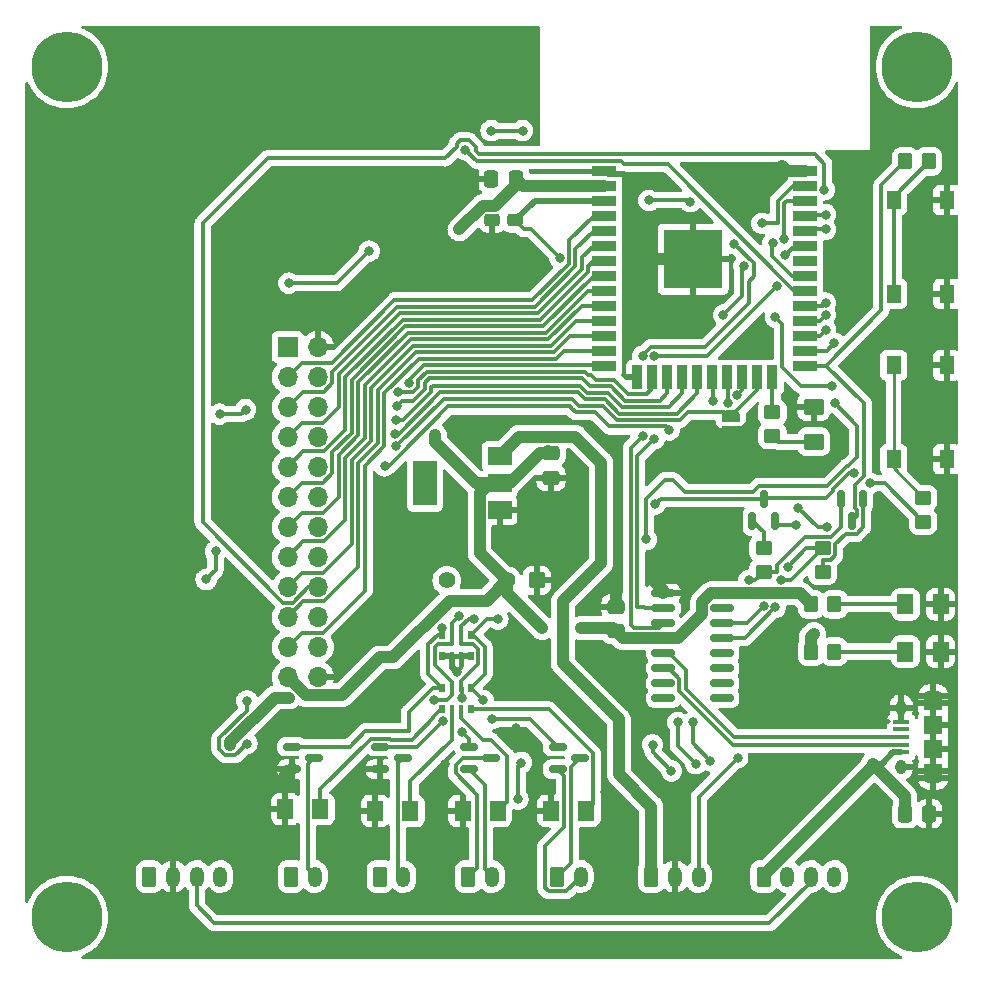
<source format=gtl>
G04 #@! TF.GenerationSoftware,KiCad,Pcbnew,(6.0.5)*
G04 #@! TF.CreationDate,2022-09-29T16:52:03+02:00*
G04 #@! TF.ProjectId,target,74617267-6574-42e6-9b69-6361645f7063,rev?*
G04 #@! TF.SameCoordinates,Original*
G04 #@! TF.FileFunction,Copper,L1,Top*
G04 #@! TF.FilePolarity,Positive*
%FSLAX46Y46*%
G04 Gerber Fmt 4.6, Leading zero omitted, Abs format (unit mm)*
G04 Created by KiCad (PCBNEW (6.0.5)) date 2022-09-29 16:52:03*
%MOMM*%
%LPD*%
G01*
G04 APERTURE LIST*
G04 Aperture macros list*
%AMRoundRect*
0 Rectangle with rounded corners*
0 $1 Rounding radius*
0 $2 $3 $4 $5 $6 $7 $8 $9 X,Y pos of 4 corners*
0 Add a 4 corners polygon primitive as box body*
4,1,4,$2,$3,$4,$5,$6,$7,$8,$9,$2,$3,0*
0 Add four circle primitives for the rounded corners*
1,1,$1+$1,$2,$3*
1,1,$1+$1,$4,$5*
1,1,$1+$1,$6,$7*
1,1,$1+$1,$8,$9*
0 Add four rect primitives between the rounded corners*
20,1,$1+$1,$2,$3,$4,$5,0*
20,1,$1+$1,$4,$5,$6,$7,0*
20,1,$1+$1,$6,$7,$8,$9,0*
20,1,$1+$1,$8,$9,$2,$3,0*%
%AMFreePoly0*
4,1,22,0.500000,-0.750000,0.000000,-0.750000,0.000000,-0.745033,-0.079941,-0.743568,-0.215256,-0.701293,-0.333266,-0.622738,-0.424486,-0.514219,-0.481581,-0.384460,-0.499164,-0.250000,-0.500000,-0.250000,-0.500000,0.250000,-0.499164,0.250000,-0.499963,0.256109,-0.478152,0.396186,-0.417904,0.524511,-0.324060,0.630769,-0.204165,0.706417,-0.067858,0.745374,0.000000,0.744959,0.000000,0.750000,
0.500000,0.750000,0.500000,-0.750000,0.500000,-0.750000,$1*%
%AMFreePoly1*
4,1,20,0.000000,0.744959,0.073905,0.744508,0.209726,0.703889,0.328688,0.626782,0.421226,0.519385,0.479903,0.390333,0.500000,0.250000,0.500000,-0.250000,0.499851,-0.262216,0.476331,-0.402017,0.414519,-0.529596,0.319384,-0.634700,0.198574,-0.708877,0.061801,-0.746166,0.000000,-0.745033,0.000000,-0.750000,-0.500000,-0.750000,-0.500000,0.750000,0.000000,0.750000,0.000000,0.744959,
0.000000,0.744959,$1*%
G04 Aperture macros list end*
G04 #@! TA.AperFunction,SMDPad,CuDef*
%ADD10R,1.300000X1.550000*%
G04 #@! TD*
G04 #@! TA.AperFunction,SMDPad,CuDef*
%ADD11RoundRect,0.250000X0.450000X-0.350000X0.450000X0.350000X-0.450000X0.350000X-0.450000X-0.350000X0*%
G04 #@! TD*
G04 #@! TA.AperFunction,SMDPad,CuDef*
%ADD12RoundRect,0.250000X-0.350000X-0.450000X0.350000X-0.450000X0.350000X0.450000X-0.350000X0.450000X0*%
G04 #@! TD*
G04 #@! TA.AperFunction,ComponentPad*
%ADD13C,6.000000*%
G04 #@! TD*
G04 #@! TA.AperFunction,SMDPad,CuDef*
%ADD14RoundRect,0.250001X-0.462499X-0.624999X0.462499X-0.624999X0.462499X0.624999X-0.462499X0.624999X0*%
G04 #@! TD*
G04 #@! TA.AperFunction,SMDPad,CuDef*
%ADD15R,0.500000X0.800000*%
G04 #@! TD*
G04 #@! TA.AperFunction,SMDPad,CuDef*
%ADD16R,0.400000X0.800000*%
G04 #@! TD*
G04 #@! TA.AperFunction,ComponentPad*
%ADD17RoundRect,0.250000X-0.350000X-0.625000X0.350000X-0.625000X0.350000X0.625000X-0.350000X0.625000X0*%
G04 #@! TD*
G04 #@! TA.AperFunction,ComponentPad*
%ADD18O,1.200000X1.750000*%
G04 #@! TD*
G04 #@! TA.AperFunction,SMDPad,CuDef*
%ADD19RoundRect,0.250000X-0.450000X0.350000X-0.450000X-0.350000X0.450000X-0.350000X0.450000X0.350000X0*%
G04 #@! TD*
G04 #@! TA.AperFunction,SMDPad,CuDef*
%ADD20RoundRect,0.150000X-0.825000X-0.150000X0.825000X-0.150000X0.825000X0.150000X-0.825000X0.150000X0*%
G04 #@! TD*
G04 #@! TA.AperFunction,SMDPad,CuDef*
%ADD21RoundRect,0.250000X0.475000X-0.337500X0.475000X0.337500X-0.475000X0.337500X-0.475000X-0.337500X0*%
G04 #@! TD*
G04 #@! TA.AperFunction,SMDPad,CuDef*
%ADD22RoundRect,0.150000X0.150000X-0.587500X0.150000X0.587500X-0.150000X0.587500X-0.150000X-0.587500X0*%
G04 #@! TD*
G04 #@! TA.AperFunction,SMDPad,CuDef*
%ADD23RoundRect,0.250000X0.337500X0.475000X-0.337500X0.475000X-0.337500X-0.475000X0.337500X-0.475000X0*%
G04 #@! TD*
G04 #@! TA.AperFunction,SMDPad,CuDef*
%ADD24RoundRect,0.250001X-0.624999X0.462499X-0.624999X-0.462499X0.624999X-0.462499X0.624999X0.462499X0*%
G04 #@! TD*
G04 #@! TA.AperFunction,SMDPad,CuDef*
%ADD25RoundRect,0.150000X-0.587500X-0.150000X0.587500X-0.150000X0.587500X0.150000X-0.587500X0.150000X0*%
G04 #@! TD*
G04 #@! TA.AperFunction,SMDPad,CuDef*
%ADD26RoundRect,0.250000X0.400000X0.275000X-0.400000X0.275000X-0.400000X-0.275000X0.400000X-0.275000X0*%
G04 #@! TD*
G04 #@! TA.AperFunction,SMDPad,CuDef*
%ADD27RoundRect,0.250001X0.462499X0.624999X-0.462499X0.624999X-0.462499X-0.624999X0.462499X-0.624999X0*%
G04 #@! TD*
G04 #@! TA.AperFunction,SMDPad,CuDef*
%ADD28RoundRect,0.150000X-0.150000X0.587500X-0.150000X-0.587500X0.150000X-0.587500X0.150000X0.587500X0*%
G04 #@! TD*
G04 #@! TA.AperFunction,SMDPad,CuDef*
%ADD29FreePoly0,270.000000*%
G04 #@! TD*
G04 #@! TA.AperFunction,SMDPad,CuDef*
%ADD30FreePoly1,270.000000*%
G04 #@! TD*
G04 #@! TA.AperFunction,SMDPad,CuDef*
%ADD31RoundRect,0.250000X-0.475000X0.337500X-0.475000X-0.337500X0.475000X-0.337500X0.475000X0.337500X0*%
G04 #@! TD*
G04 #@! TA.AperFunction,SMDPad,CuDef*
%ADD32R,2.000000X1.500000*%
G04 #@! TD*
G04 #@! TA.AperFunction,SMDPad,CuDef*
%ADD33R,2.000000X3.800000*%
G04 #@! TD*
G04 #@! TA.AperFunction,SMDPad,CuDef*
%ADD34R,1.350000X0.400000*%
G04 #@! TD*
G04 #@! TA.AperFunction,SMDPad,CuDef*
%ADD35R,1.550000X1.500000*%
G04 #@! TD*
G04 #@! TA.AperFunction,SMDPad,CuDef*
%ADD36R,1.550000X1.200000*%
G04 #@! TD*
G04 #@! TA.AperFunction,ComponentPad*
%ADD37O,0.950000X1.250000*%
G04 #@! TD*
G04 #@! TA.AperFunction,ComponentPad*
%ADD38O,1.550000X0.890000*%
G04 #@! TD*
G04 #@! TA.AperFunction,SMDPad,CuDef*
%ADD39RoundRect,0.250000X-0.337500X-0.475000X0.337500X-0.475000X0.337500X0.475000X-0.337500X0.475000X0*%
G04 #@! TD*
G04 #@! TA.AperFunction,SMDPad,CuDef*
%ADD40R,2.000000X0.900000*%
G04 #@! TD*
G04 #@! TA.AperFunction,SMDPad,CuDef*
%ADD41R,0.900000X2.000000*%
G04 #@! TD*
G04 #@! TA.AperFunction,SMDPad,CuDef*
%ADD42R,5.000000X5.000000*%
G04 #@! TD*
G04 #@! TA.AperFunction,ComponentPad*
%ADD43R,1.700000X1.700000*%
G04 #@! TD*
G04 #@! TA.AperFunction,ComponentPad*
%ADD44O,1.700000X1.700000*%
G04 #@! TD*
G04 #@! TA.AperFunction,ComponentPad*
%ADD45RoundRect,0.249200X0.450800X0.450800X-0.450800X0.450800X-0.450800X-0.450800X0.450800X-0.450800X0*%
G04 #@! TD*
G04 #@! TA.AperFunction,ComponentPad*
%ADD46C,1.400000*%
G04 #@! TD*
G04 #@! TA.AperFunction,ViaPad*
%ADD47C,0.800000*%
G04 #@! TD*
G04 #@! TA.AperFunction,Conductor*
%ADD48C,0.250000*%
G04 #@! TD*
G04 #@! TA.AperFunction,Conductor*
%ADD49C,1.000000*%
G04 #@! TD*
G04 #@! TA.AperFunction,Conductor*
%ADD50C,0.500000*%
G04 #@! TD*
G04 #@! TA.AperFunction,Conductor*
%ADD51C,0.350000*%
G04 #@! TD*
G04 APERTURE END LIST*
D10*
X256000000Y-87225000D03*
X256000000Y-79275000D03*
X260500000Y-79275000D03*
X260500000Y-87225000D03*
D11*
X245000000Y-96750000D03*
X245000000Y-94750000D03*
D12*
X249000000Y-99500000D03*
X251000000Y-99500000D03*
D13*
X186000000Y-54000000D03*
D14*
X227012500Y-117000000D03*
X229987500Y-117000000D03*
D13*
X258000000Y-126000000D03*
D15*
X217800000Y-108400000D03*
D16*
X218600000Y-108400000D03*
X219400000Y-108400000D03*
D15*
X220200000Y-108400000D03*
X220200000Y-106600000D03*
D16*
X219400000Y-106600000D03*
X218600000Y-106600000D03*
D15*
X217800000Y-106600000D03*
D17*
X235500000Y-122550000D03*
D18*
X237500000Y-122550000D03*
X239500000Y-122550000D03*
D19*
X245750000Y-83250000D03*
X245750000Y-85250000D03*
X250000000Y-94750000D03*
X250000000Y-96750000D03*
D14*
X212126500Y-117000000D03*
X215101500Y-117000000D03*
D17*
X227500000Y-122550000D03*
D18*
X229500000Y-122550000D03*
D20*
X236525000Y-98555000D03*
X236525000Y-99825000D03*
X236525000Y-101095000D03*
X236525000Y-102365000D03*
X236525000Y-103635000D03*
X236525000Y-104905000D03*
X236525000Y-106175000D03*
X236525000Y-107445000D03*
X241475000Y-107445000D03*
X241475000Y-106175000D03*
X241475000Y-104905000D03*
X241475000Y-103635000D03*
X241475000Y-102365000D03*
X241475000Y-101095000D03*
X241475000Y-99825000D03*
X241475000Y-98555000D03*
D17*
X220000000Y-122550000D03*
D18*
X222000000Y-122550000D03*
D12*
X249000000Y-103500000D03*
X251000000Y-103500000D03*
D21*
X227000000Y-88787500D03*
X227000000Y-86712500D03*
D12*
X257000000Y-62000000D03*
X259000000Y-62000000D03*
D22*
X244050000Y-92437500D03*
X245950000Y-92437500D03*
X245000000Y-90562500D03*
D23*
X259037500Y-117250000D03*
X256962500Y-117250000D03*
D24*
X249250000Y-82762500D03*
X249250000Y-85737500D03*
D25*
X205062500Y-111550000D03*
X205062500Y-113450000D03*
X206937500Y-112500000D03*
D26*
X223975000Y-67000000D03*
X222025000Y-67000000D03*
D27*
X259987500Y-103500000D03*
X257012500Y-103500000D03*
D25*
X220062500Y-111550000D03*
X220062500Y-113450000D03*
X221937500Y-112500000D03*
D28*
X253450000Y-90562500D03*
X251550000Y-90562500D03*
X252500000Y-92437500D03*
D25*
X227562500Y-111550000D03*
X227562500Y-113450000D03*
X229437500Y-112500000D03*
D29*
X242250000Y-83600000D03*
D30*
X242250000Y-84900000D03*
D31*
X232500000Y-99712500D03*
X232500000Y-101787500D03*
D32*
X222650000Y-91550000D03*
X222650000Y-89250000D03*
X222650000Y-86950000D03*
D33*
X216350000Y-89250000D03*
D17*
X193000000Y-122550000D03*
D18*
X195000000Y-122550000D03*
X197000000Y-122550000D03*
X199000000Y-122550000D03*
D25*
X212562500Y-111550000D03*
X212562500Y-113450000D03*
X214437500Y-112500000D03*
D17*
X245000000Y-122550000D03*
D18*
X247000000Y-122550000D03*
X249000000Y-122550000D03*
X251000000Y-122550000D03*
D13*
X186000000Y-126000000D03*
D14*
X204506500Y-116840000D03*
X207481500Y-116840000D03*
D13*
X258000000Y-54000000D03*
D34*
X256664000Y-112044000D03*
X256664000Y-111394000D03*
X256664000Y-110744000D03*
X256664000Y-110094000D03*
X256664000Y-109444000D03*
D35*
X259364000Y-109744000D03*
D36*
X259364000Y-107844000D03*
D37*
X256664000Y-113244000D03*
D36*
X259364000Y-113644000D03*
D38*
X259364000Y-114244000D03*
D37*
X256664000Y-108244000D03*
D38*
X259364000Y-107244000D03*
D35*
X259364000Y-111744000D03*
D17*
X212500000Y-122550000D03*
D18*
X214500000Y-122550000D03*
D39*
X221962500Y-63500000D03*
X224037500Y-63500000D03*
D15*
X217800000Y-103900000D03*
D16*
X218600000Y-103900000D03*
X219400000Y-103900000D03*
D15*
X220200000Y-103900000D03*
X220200000Y-102100000D03*
D16*
X219400000Y-102100000D03*
X218600000Y-102100000D03*
D15*
X217800000Y-102100000D03*
D11*
X258500000Y-92500000D03*
X258500000Y-90500000D03*
D17*
X205000000Y-122550000D03*
D18*
X207000000Y-122550000D03*
D10*
X256000000Y-73225000D03*
X256000000Y-65275000D03*
X260500000Y-73225000D03*
X260500000Y-65275000D03*
D40*
X231530000Y-62781000D03*
X231530000Y-64051000D03*
X231530000Y-65321000D03*
X231530000Y-66591000D03*
X231530000Y-67861000D03*
X231530000Y-69131000D03*
X231530000Y-70401000D03*
X231530000Y-71671000D03*
X231530000Y-72941000D03*
X231530000Y-74211000D03*
X231530000Y-75481000D03*
X231530000Y-76751000D03*
X231530000Y-78021000D03*
X231530000Y-79291000D03*
D41*
X234315000Y-80291000D03*
X235585000Y-80291000D03*
X236855000Y-80291000D03*
X238125000Y-80291000D03*
X239395000Y-80291000D03*
X240665000Y-80291000D03*
X241935000Y-80291000D03*
X243205000Y-80291000D03*
X244475000Y-80291000D03*
X245745000Y-80291000D03*
D40*
X248530000Y-79291000D03*
X248530000Y-78021000D03*
X248530000Y-76751000D03*
X248530000Y-75481000D03*
X248530000Y-74211000D03*
X248530000Y-72941000D03*
X248530000Y-71671000D03*
X248530000Y-70401000D03*
X248530000Y-69131000D03*
X248530000Y-67861000D03*
X248530000Y-66591000D03*
X248530000Y-65321000D03*
X248530000Y-64051000D03*
X248530000Y-62781000D03*
D42*
X239030000Y-70281000D03*
D43*
X204719000Y-77719000D03*
D44*
X207259000Y-77719000D03*
X204719000Y-80259000D03*
X207259000Y-80259000D03*
X204719000Y-82799000D03*
X207259000Y-82799000D03*
X204719000Y-85339000D03*
X207259000Y-85339000D03*
X204719000Y-87879000D03*
X207259000Y-87879000D03*
X204719000Y-90419000D03*
X207259000Y-90419000D03*
X204719000Y-92959000D03*
X207259000Y-92959000D03*
X204719000Y-95499000D03*
X207259000Y-95499000D03*
X204719000Y-98039000D03*
X207259000Y-98039000D03*
X204719000Y-100579000D03*
X207259000Y-100579000D03*
X204719000Y-103119000D03*
X207259000Y-103119000D03*
X204719000Y-105659000D03*
X207259000Y-105659000D03*
D27*
X259987500Y-99500000D03*
X257012500Y-99500000D03*
D14*
X219512500Y-117000000D03*
X222487500Y-117000000D03*
D45*
X225800000Y-97485000D03*
D46*
X223260000Y-97485000D03*
X218180000Y-97485000D03*
D47*
X224000000Y-110000000D03*
X218000000Y-113000000D03*
X238000000Y-116000000D03*
X244000000Y-106000000D03*
X248000000Y-106000000D03*
X202500000Y-67500000D03*
X210000000Y-102500000D03*
X202500000Y-92500000D03*
X220000000Y-72500000D03*
X215000000Y-70000000D03*
X235000000Y-75000000D03*
X255000000Y-60000000D03*
X257500000Y-95000000D03*
X257500000Y-77500000D03*
X202500000Y-125000000D03*
X210000000Y-122500000D03*
X217500000Y-122500000D03*
X225000000Y-122500000D03*
X232500000Y-122500000D03*
X242500000Y-122500000D03*
X255000000Y-120000000D03*
X242500000Y-117500000D03*
X250000000Y-115000000D03*
X250000000Y-107500000D03*
X242500000Y-87500000D03*
X232500000Y-105000000D03*
X225000000Y-105000000D03*
X212500000Y-107500000D03*
X197500000Y-117500000D03*
X240000000Y-95000000D03*
X225000000Y-95000000D03*
X215000000Y-95000000D03*
X200000000Y-60000000D03*
X225000000Y-55000000D03*
X210000000Y-55000000D03*
X195000000Y-55000000D03*
X195000000Y-70000000D03*
X195000000Y-85000000D03*
X195000000Y-100000000D03*
X190000000Y-110000000D03*
X190000000Y-65000000D03*
X190000000Y-80000000D03*
X190000000Y-95000000D03*
X185000000Y-120000000D03*
X185000000Y-105000000D03*
X185000000Y-90000000D03*
X185000000Y-75000000D03*
X185000000Y-60000000D03*
X235500000Y-97250000D03*
X246600000Y-62400000D03*
X219000000Y-105250000D03*
X232500000Y-98000000D03*
X205300000Y-63600000D03*
X244500000Y-78250000D03*
X231600000Y-115400480D03*
X204400000Y-114600000D03*
X234250000Y-70250000D03*
X244000000Y-84250000D03*
X249250000Y-102000000D03*
X204800000Y-107400000D03*
X199800000Y-111400000D03*
X229500000Y-101500000D03*
X219250000Y-67757176D03*
X217200000Y-85200000D03*
X226250000Y-101500000D03*
X219750000Y-61000000D03*
X224600000Y-59400000D03*
X221938000Y-59400000D03*
X211600000Y-69600000D03*
X204800000Y-72306500D03*
X201137000Y-83021392D03*
X198938000Y-83400000D03*
X198596215Y-95003785D03*
X197800000Y-97400000D03*
X201254928Y-111300000D03*
X201264047Y-107671619D03*
X224502464Y-112897536D03*
X224200000Y-116000000D03*
X235600000Y-111400000D03*
X237200000Y-113600000D03*
X247900989Y-91306995D03*
X250400000Y-93000000D03*
X243337022Y-70867664D03*
X241600000Y-75000000D03*
X238800000Y-65400000D03*
X235300000Y-65300000D03*
X250774500Y-81000000D03*
X246000000Y-75200000D03*
X242807873Y-112495807D03*
X215000000Y-80750000D03*
X214044776Y-81544776D03*
X213937120Y-82747742D03*
X213881638Y-83898534D03*
X213828922Y-85046560D03*
X242774500Y-81795443D03*
X212918929Y-87774500D03*
X237000000Y-84750000D03*
X213837302Y-86133489D03*
X251000000Y-77400000D03*
X250129502Y-64401470D03*
X250250000Y-75000000D03*
X250250000Y-74000000D03*
X239000000Y-109500000D03*
X242000000Y-82500000D03*
X240500000Y-112750000D03*
X239250000Y-113000000D03*
X237750000Y-109500000D03*
X240750000Y-82250000D03*
X245797655Y-68952345D03*
X219452345Y-110297655D03*
X220477345Y-100727345D03*
X219425941Y-107400498D03*
X217750000Y-101500000D03*
X246738287Y-68614386D03*
X246797655Y-69952345D03*
X222000000Y-109174500D03*
X222500000Y-100750000D03*
X221250000Y-107625500D03*
X244861224Y-67238776D03*
X217825500Y-109399502D03*
X217089450Y-107616209D03*
X219202345Y-100452345D03*
X246500000Y-97455500D03*
X247750000Y-92750000D03*
X247047655Y-96324500D03*
X246000000Y-99750000D03*
X252692433Y-88366933D03*
X254000000Y-89250000D03*
X227732430Y-70159058D03*
X235848520Y-91000000D03*
X245000000Y-99654500D03*
X243750000Y-97455500D03*
X250250000Y-76250000D03*
X235074020Y-94000000D03*
X251025500Y-82460405D03*
X235750000Y-85500000D03*
X235750000Y-78500000D03*
X250250000Y-67750000D03*
X246157334Y-72592666D03*
X250250000Y-66500000D03*
X234750000Y-85250000D03*
X234750000Y-78500000D03*
X242532334Y-68967666D03*
D48*
X256000000Y-88000000D02*
X256000000Y-87225000D01*
X258500000Y-90500000D02*
X256000000Y-88000000D01*
X256000000Y-79275000D02*
X256000000Y-87225000D01*
D49*
X238999000Y-70250000D02*
X239030000Y-70281000D01*
D50*
X233500000Y-63395009D02*
X233206471Y-63101480D01*
D49*
X204400000Y-114600000D02*
X204400000Y-114112500D01*
D50*
X218600000Y-104850000D02*
X219000000Y-105250000D01*
D49*
X243350000Y-84900000D02*
X244000000Y-84250000D01*
X232500000Y-98000000D02*
X232500000Y-99712500D01*
X242250000Y-84900000D02*
X243350000Y-84900000D01*
X236525000Y-98275000D02*
X235500000Y-97250000D01*
D50*
X233206471Y-63101480D02*
X231850480Y-63101480D01*
D49*
X234250000Y-70250000D02*
X238999000Y-70250000D01*
D50*
X233500000Y-63500000D02*
X233500000Y-63395009D01*
D49*
X246981000Y-62781000D02*
X246600000Y-62400000D01*
X234250000Y-70250000D02*
X233500000Y-69500000D01*
D50*
X218600000Y-103900000D02*
X218600000Y-104850000D01*
D49*
X236525000Y-98555000D02*
X236525000Y-98275000D01*
X204400000Y-114112500D02*
X205062500Y-113450000D01*
X248530000Y-62781000D02*
X246981000Y-62781000D01*
D50*
X231850480Y-63101480D02*
X231530000Y-62781000D01*
D49*
X233500000Y-69500000D02*
X233500000Y-63500000D01*
X249000000Y-102250000D02*
X249250000Y-102000000D01*
D50*
X255000000Y-113000000D02*
X254250000Y-113000000D01*
D49*
X229050480Y-85300480D02*
X224299520Y-85300480D01*
X235500000Y-122550000D02*
X235500000Y-116623598D01*
X254250000Y-113187202D02*
X254250000Y-113000000D01*
X256962500Y-115712500D02*
X254250000Y-113000000D01*
X256962500Y-117250000D02*
X256962500Y-115712500D01*
X245000000Y-122550000D02*
X245000000Y-122437202D01*
D50*
X256664000Y-112044000D02*
X255956000Y-112044000D01*
D49*
X231250000Y-96000000D02*
X231250000Y-87500000D01*
X232750000Y-113873598D02*
X232750000Y-109250000D01*
X228000000Y-104500000D02*
X228000000Y-99250000D01*
X245000000Y-122437202D02*
X254250000Y-113187202D01*
D50*
X255956000Y-112044000D02*
X255000000Y-113000000D01*
D49*
X235500000Y-116623598D02*
X232750000Y-113873598D01*
X232750000Y-109250000D02*
X228000000Y-104500000D01*
X228000000Y-99250000D02*
X231250000Y-96000000D01*
X249000000Y-103500000D02*
X249000000Y-102250000D01*
X231250000Y-87500000D02*
X229050480Y-85300480D01*
X224299520Y-85300480D02*
X222650000Y-86950000D01*
X224037500Y-63962500D02*
X224037500Y-63500000D01*
X223260000Y-97485000D02*
X220950489Y-95175489D01*
X213644209Y-104000000D02*
X212500000Y-104000000D01*
X220950489Y-90100489D02*
X221800978Y-89250000D01*
X226787500Y-86500000D02*
X227000000Y-86712500D01*
X221545000Y-99200000D02*
X218444210Y-99200000D01*
X239800480Y-99323118D02*
X240568598Y-98555000D01*
X209291489Y-107208511D02*
X206268511Y-107208511D01*
X239800480Y-100326882D02*
X239800480Y-99323118D01*
X220650000Y-89250000D02*
X222650000Y-89250000D01*
X223499022Y-89250000D02*
X222650000Y-89250000D01*
X223260000Y-98510000D02*
X226250000Y-101500000D01*
X231530000Y-64051000D02*
X224588500Y-64051000D01*
X237762362Y-102365000D02*
X239800480Y-100326882D01*
X229500000Y-101500000D02*
X232212500Y-101500000D01*
X227000000Y-86712500D02*
X226036522Y-86712500D01*
X218444210Y-99200000D02*
X213644209Y-104000000D01*
X219250000Y-67757176D02*
X221231696Y-65775480D01*
X232212500Y-101500000D02*
X232500000Y-101787500D01*
X221800978Y-89250000D02*
X222650000Y-89250000D01*
X221231696Y-65775480D02*
X222224520Y-65775480D01*
X240568598Y-98555000D02*
X241475000Y-98555000D01*
X248055000Y-98555000D02*
X249000000Y-99500000D01*
X233077500Y-102365000D02*
X232500000Y-101787500D01*
X199800000Y-111200000D02*
X199800000Y-111400000D01*
X236525000Y-102365000D02*
X233077500Y-102365000D01*
X204800000Y-107400000D02*
X203600000Y-107400000D01*
X217200000Y-85800000D02*
X220650000Y-89250000D01*
X224588500Y-64051000D02*
X224037500Y-63500000D01*
X223260000Y-97485000D02*
X221545000Y-99200000D01*
X236525000Y-102365000D02*
X237762362Y-102365000D01*
X222224520Y-65775480D02*
X224037500Y-63962500D01*
X217200000Y-85200000D02*
X217200000Y-85800000D01*
X206268511Y-107208511D02*
X204719000Y-105659000D01*
X241475000Y-98555000D02*
X248055000Y-98555000D01*
X220950489Y-95175489D02*
X220950489Y-90100489D01*
X203600000Y-107400000D02*
X199800000Y-111200000D01*
X223260000Y-97485000D02*
X223260000Y-98510000D01*
X226036522Y-86712500D02*
X223499022Y-89250000D01*
X212500000Y-104000000D02*
X209291489Y-107208511D01*
D51*
X248530000Y-72941000D02*
X247600978Y-72941000D01*
X232904511Y-61956489D02*
X220706489Y-61956489D01*
X233198022Y-62250000D02*
X232904511Y-61956489D01*
X220706489Y-61956489D02*
X219750000Y-61000000D01*
X236909978Y-62250000D02*
X233198022Y-62250000D01*
X247600978Y-72941000D02*
X236909978Y-62250000D01*
X221938000Y-59400000D02*
X224600000Y-59400000D01*
X208893500Y-72306500D02*
X211600000Y-69600000D01*
X204800000Y-72306500D02*
X208893500Y-72306500D01*
X200758392Y-83400000D02*
X201137000Y-83021392D01*
X198938000Y-83400000D02*
X200758392Y-83400000D01*
X198596215Y-95003785D02*
X198596215Y-96603785D01*
X198596215Y-96603785D02*
X197800000Y-97400000D01*
X200280408Y-112274520D02*
X201254928Y-111300000D01*
X201264047Y-108499195D02*
X198925480Y-110837762D01*
X198925480Y-110837762D02*
X198925480Y-111762238D01*
X201264047Y-107671619D02*
X201264047Y-108499195D01*
X198925480Y-111762238D02*
X199437762Y-112274520D01*
X199437762Y-112274520D02*
X200280408Y-112274520D01*
X224200000Y-116000000D02*
X224200000Y-113200000D01*
X224200000Y-113200000D02*
X224502464Y-112897536D01*
X235600000Y-112000000D02*
X237200000Y-113600000D01*
X235600000Y-111400000D02*
X235600000Y-112000000D01*
X250400000Y-93000000D02*
X249593994Y-93000000D01*
X249593994Y-93000000D02*
X247900989Y-91306995D01*
X243337022Y-70867664D02*
X243175969Y-71028717D01*
X243175969Y-73424031D02*
X241600000Y-75000000D01*
X243175969Y-71028717D02*
X243175969Y-73424031D01*
X235325500Y-65274500D02*
X238674500Y-65274500D01*
X238674500Y-65274500D02*
X238800000Y-65400000D01*
X235300000Y-65300000D02*
X235325500Y-65274500D01*
X217729677Y-108400000D02*
X217050989Y-109078688D01*
X217050989Y-109078688D02*
X217050989Y-109149011D01*
X211757737Y-110875480D02*
X207481500Y-115151717D01*
X213491783Y-111000000D02*
X213367263Y-110875480D01*
X207481500Y-115151717D02*
X207481500Y-116840000D01*
X217050989Y-109149011D02*
X215200000Y-111000000D01*
X217800000Y-108400000D02*
X217729677Y-108400000D01*
X213367263Y-110875480D02*
X211757737Y-110875480D01*
X215200000Y-111000000D02*
X213491783Y-111000000D01*
X215101500Y-114462500D02*
X215101500Y-117000000D01*
X218600000Y-108400000D02*
X218600000Y-110964000D01*
X218600000Y-110964000D02*
X215101500Y-114462500D01*
X219400000Y-108400000D02*
X219400000Y-109150000D01*
X219400000Y-109150000D02*
X221250000Y-111000000D01*
X223250000Y-116237500D02*
X222487500Y-117000000D01*
X221250000Y-111000000D02*
X221916783Y-111000000D01*
X221916783Y-111000000D02*
X223250000Y-112333217D01*
X223250000Y-112333217D02*
X223250000Y-116237500D01*
X246569511Y-79369511D02*
X246569511Y-75769511D01*
X248200000Y-81000000D02*
X246569511Y-79369511D01*
X239500000Y-115803680D02*
X242807873Y-112495807D01*
X250774500Y-81000000D02*
X248200000Y-81000000D01*
X239500000Y-122550000D02*
X239500000Y-115803680D01*
X246569511Y-75769511D02*
X246000000Y-75200000D01*
X230549520Y-112132737D02*
X230549520Y-116437980D01*
X226816783Y-108400000D02*
X230549520Y-112132737D01*
X230549520Y-116437980D02*
X229987500Y-117000000D01*
X220200000Y-108400000D02*
X226816783Y-108400000D01*
X251000000Y-103500000D02*
X257012500Y-103500000D01*
X251000000Y-99500000D02*
X257012500Y-99500000D01*
X249250000Y-85737500D02*
X246237500Y-85737500D01*
X246237500Y-85737500D02*
X245750000Y-85250000D01*
X205943511Y-79034489D02*
X204719000Y-80259000D01*
X230600978Y-66591000D02*
X228506930Y-68685048D01*
X228506930Y-70656496D02*
X225413426Y-73750000D01*
X213750000Y-73750000D02*
X208465511Y-79034489D01*
X208465511Y-79034489D02*
X205943511Y-79034489D01*
X225413426Y-73750000D02*
X213750000Y-73750000D01*
X228506930Y-68685048D02*
X228506930Y-70656496D01*
X231530000Y-66591000D02*
X230600978Y-66591000D01*
X206018000Y-81500000D02*
X204719000Y-82799000D01*
X208483511Y-79793627D02*
X208483511Y-80766210D01*
X213977618Y-74299520D02*
X208483511Y-79793627D01*
X230600978Y-67861000D02*
X229056450Y-69405528D01*
X208483511Y-80766210D02*
X207749721Y-81500000D01*
X231530000Y-67861000D02*
X230600978Y-67861000D01*
X229056450Y-70884114D02*
X225641044Y-74299520D01*
X207749721Y-81500000D02*
X206018000Y-81500000D01*
X229056450Y-69405528D02*
X229056450Y-70884114D01*
X225641044Y-74299520D02*
X213977618Y-74299520D01*
X214205236Y-74849040D02*
X209033031Y-80021245D01*
X229605970Y-70126008D02*
X229605970Y-71111732D01*
X225868662Y-74849040D02*
X214205236Y-74849040D01*
X230600978Y-69131000D02*
X229605970Y-70126008D01*
X229605970Y-71111732D02*
X225868662Y-74849040D01*
X205943511Y-84114489D02*
X204719000Y-85339000D01*
X231530000Y-69131000D02*
X230600978Y-69131000D01*
X209033031Y-82756690D02*
X207675232Y-84114489D01*
X207675232Y-84114489D02*
X205943511Y-84114489D01*
X209033031Y-80021245D02*
X209033031Y-82756690D01*
X207766210Y-86563511D02*
X206034489Y-86563511D01*
X230155489Y-71339351D02*
X226096280Y-75398560D01*
X230155489Y-70846489D02*
X230155489Y-71339351D01*
X209582551Y-84747170D02*
X207766210Y-86563511D01*
X206034489Y-86563511D02*
X204719000Y-87879000D01*
X209582551Y-80248863D02*
X209582551Y-84747170D01*
X230600978Y-70401000D02*
X230155489Y-70846489D01*
X214432854Y-75398560D02*
X209582551Y-80248863D01*
X231530000Y-70401000D02*
X230600978Y-70401000D01*
X226096280Y-75398560D02*
X214432854Y-75398560D01*
X210132070Y-84974789D02*
X208483511Y-86623348D01*
X230600978Y-71671000D02*
X226323898Y-75948080D01*
X226323898Y-75948080D02*
X214660472Y-75948080D01*
X208483511Y-86623348D02*
X208483511Y-88386210D01*
X231530000Y-71671000D02*
X230600978Y-71671000D01*
X210132071Y-80476481D02*
X210132070Y-84974789D01*
X208483511Y-88386210D02*
X207675232Y-89194489D01*
X214660472Y-75948080D02*
X210132071Y-80476481D01*
X207675232Y-89194489D02*
X205943511Y-89194489D01*
X205943511Y-89194489D02*
X204719000Y-90419000D01*
X226551516Y-76497600D02*
X214888090Y-76497600D01*
X210681589Y-85202408D02*
X209033031Y-86850966D01*
X214888090Y-76497600D02*
X210681591Y-80704099D01*
X231530000Y-72941000D02*
X230108116Y-72941000D01*
X205943511Y-91734489D02*
X204719000Y-92959000D01*
X210681591Y-80704099D02*
X210681589Y-85202408D01*
X209033031Y-86850966D02*
X209033031Y-90376690D01*
X230108116Y-72941000D02*
X226551516Y-76497600D01*
X207675232Y-91734489D02*
X205943511Y-91734489D01*
X209033031Y-90376690D02*
X207675232Y-91734489D01*
X229615254Y-74211000D02*
X226779134Y-77047120D01*
X231530000Y-74211000D02*
X229615254Y-74211000D01*
X206034489Y-94183511D02*
X204719000Y-95499000D01*
X209582551Y-87078584D02*
X209582551Y-92367170D01*
X215115708Y-77047120D02*
X211231111Y-80931717D01*
X209582551Y-92367170D02*
X207766210Y-94183511D01*
X207766210Y-94183511D02*
X206034489Y-94183511D01*
X211231108Y-85430027D02*
X209582551Y-87078584D01*
X226779134Y-77047120D02*
X215115708Y-77047120D01*
X211231111Y-80931717D02*
X211231108Y-85430027D01*
X211780627Y-85657646D02*
X210132071Y-87306202D01*
X211780631Y-81159335D02*
X211780627Y-85657646D01*
X227006752Y-77596640D02*
X215343326Y-77596640D01*
X231530000Y-75481000D02*
X229122392Y-75481000D01*
X215343326Y-77596640D02*
X211780631Y-81159335D01*
X210132071Y-94367929D02*
X207685511Y-96814489D01*
X207685511Y-96814489D02*
X205943511Y-96814489D01*
X210132071Y-87306202D02*
X210132071Y-94367929D01*
X229122392Y-75481000D02*
X227006752Y-77596640D01*
X205943511Y-96814489D02*
X204719000Y-98039000D01*
X212330151Y-81386953D02*
X212330146Y-85885265D01*
X227234370Y-78146160D02*
X215570944Y-78146160D01*
X228629530Y-76751000D02*
X227234370Y-78146160D01*
X215570944Y-78146160D02*
X212330151Y-81386953D01*
X206034489Y-99263511D02*
X204719000Y-100579000D01*
X231530000Y-76751000D02*
X228629530Y-76751000D01*
X210681591Y-87533820D02*
X210681591Y-96348130D01*
X210681591Y-96348130D02*
X207766210Y-99263511D01*
X207766210Y-99263511D02*
X206034489Y-99263511D01*
X212330146Y-85885265D02*
X210681591Y-87533820D01*
X211231111Y-98338610D02*
X207675232Y-101894489D01*
X228136668Y-78021000D02*
X227461988Y-78695680D01*
X207675232Y-101894489D02*
X205943511Y-101894489D01*
X212879665Y-86112884D02*
X211231111Y-87761438D01*
X227461988Y-78695680D02*
X215798562Y-78695680D01*
X231530000Y-78021000D02*
X228136668Y-78021000D01*
X205943511Y-101894489D02*
X204719000Y-103119000D01*
X211231111Y-87761438D02*
X211231111Y-98338610D01*
X215798562Y-78695680D02*
X212879671Y-81614571D01*
X212879671Y-81614571D02*
X212879665Y-86112884D01*
X231530000Y-79291000D02*
X231489000Y-79250000D01*
X215000000Y-80500000D02*
X215000000Y-80750000D01*
X216250000Y-79250000D02*
X215000000Y-80500000D01*
X231489000Y-79250000D02*
X216250000Y-79250000D01*
X230415031Y-80115511D02*
X230155489Y-80115511D01*
X235585000Y-80291000D02*
X235585000Y-81220022D01*
X233490489Y-81665511D02*
X232324978Y-80500000D01*
X235139511Y-81665511D02*
X233490489Y-81665511D01*
X216477618Y-79799520D02*
X215774511Y-80502627D01*
X232324978Y-80500000D02*
X230799520Y-80500000D01*
X229839498Y-79799520D02*
X216477618Y-79799520D01*
X215300549Y-81544776D02*
X214044776Y-81544776D01*
X215774511Y-80502627D02*
X215774511Y-81070814D01*
X215774511Y-81070814D02*
X215300549Y-81544776D01*
X230155489Y-80115511D02*
X229839498Y-79799520D01*
X235585000Y-81220022D02*
X235139511Y-81665511D01*
X230799520Y-80500000D02*
X230415031Y-80115511D01*
X236855000Y-80291000D02*
X236855000Y-81641000D01*
X214365575Y-82319287D02*
X213937120Y-82747742D01*
X216705236Y-80349040D02*
X216324031Y-80730245D01*
X230312360Y-81049520D02*
X229611880Y-80349040D01*
X236246000Y-82250000D02*
X233250000Y-82250000D01*
X233250000Y-82250000D02*
X232049520Y-81049520D01*
X216324030Y-81298433D02*
X215303176Y-82319287D01*
X216324031Y-80730245D02*
X216324030Y-81298433D01*
X229611880Y-80349040D02*
X216705236Y-80349040D01*
X232049520Y-81049520D02*
X230312360Y-81049520D01*
X215303176Y-82319287D02*
X214365575Y-82319287D01*
X236855000Y-81641000D02*
X236246000Y-82250000D01*
X233022381Y-82799519D02*
X231821901Y-81599039D01*
X230084741Y-81599039D02*
X229485702Y-81000000D01*
X231821901Y-81599039D02*
X230084741Y-81599039D01*
X238125000Y-81641000D02*
X236966480Y-82799520D01*
X238125000Y-80291000D02*
X238125000Y-81641000D01*
X214501067Y-83898534D02*
X213881638Y-83898534D01*
X216873549Y-81526052D02*
X214501067Y-83898534D01*
X217000000Y-81000000D02*
X216873550Y-81126450D01*
X216873550Y-81126450D02*
X216873549Y-81526052D01*
X229485702Y-81000000D02*
X217000000Y-81000000D01*
X236966480Y-82799520D02*
X233022381Y-82799519D01*
X229857122Y-82148558D02*
X229258084Y-81549520D01*
X239395000Y-80291000D02*
X239395000Y-81641000D01*
X229258084Y-81549520D02*
X217627219Y-81549520D01*
X232794762Y-83349038D02*
X231594283Y-82148559D01*
X239395000Y-81641000D02*
X237686962Y-83349038D01*
X214130179Y-85046560D02*
X213828922Y-85046560D01*
X237686962Y-83349038D02*
X232794762Y-83349038D01*
X231594283Y-82148559D02*
X229857122Y-82148558D01*
X217627219Y-81549520D02*
X214130179Y-85046560D01*
X243205000Y-80291000D02*
X243205000Y-81364943D01*
X213291616Y-87774500D02*
X212918929Y-87774500D01*
X228623822Y-82750000D02*
X218750000Y-82750000D01*
X230750000Y-83247599D02*
X229121420Y-83247598D01*
X214158116Y-86908000D02*
X213291616Y-87774500D01*
X228799519Y-82925697D02*
X228623822Y-82750000D01*
X218750000Y-82750000D02*
X218316116Y-82750000D01*
X229121420Y-83247598D02*
X228799519Y-82925697D01*
X231950478Y-84448077D02*
X230750000Y-83247599D01*
X236698077Y-84448077D02*
X233500000Y-84448077D01*
X218316116Y-82750000D02*
X214158116Y-86908000D01*
X233500000Y-84448077D02*
X231950478Y-84448077D01*
X243205000Y-81364943D02*
X242774500Y-81795443D01*
X237000000Y-84750000D02*
X236698077Y-84448077D01*
X242250000Y-83600000D02*
X242004675Y-83600000D01*
X241654675Y-83250000D02*
X238563138Y-83250000D01*
X232567143Y-83898557D02*
X231366665Y-82698079D01*
X242250000Y-83600000D02*
X244475000Y-81375000D01*
X228750000Y-82099040D02*
X217900960Y-82099040D01*
X242004675Y-83600000D02*
X241654675Y-83250000D01*
X231366665Y-82698079D02*
X229349039Y-82698079D01*
X229349039Y-82698079D02*
X228750000Y-82099040D01*
X238563138Y-83250000D02*
X237914580Y-83898558D01*
X244475000Y-81375000D02*
X244475000Y-80291000D01*
X217900960Y-82099040D02*
X213866511Y-86133489D01*
X237914580Y-83898558D02*
X232567143Y-83898557D01*
X213866511Y-86133489D02*
X213837302Y-86133489D01*
X218000000Y-61750000D02*
X203000000Y-61750000D01*
X220638569Y-60793244D02*
X220070814Y-60225489D01*
X250129502Y-62181480D02*
X249354991Y-61406969D01*
X249354991Y-61406969D02*
X220934108Y-61406970D01*
X220070814Y-60225489D02*
X219274511Y-60225489D01*
X219000000Y-60500000D02*
X219000000Y-60750000D01*
X206461000Y-98039000D02*
X207259000Y-98039000D01*
X197500000Y-67250000D02*
X197500000Y-92551721D01*
X219000000Y-60750000D02*
X218000000Y-61750000D01*
X203000000Y-61750000D02*
X197500000Y-67250000D01*
X204302768Y-99354489D02*
X205145511Y-99354489D01*
X219274511Y-60225489D02*
X219000000Y-60500000D01*
X197500000Y-92551721D02*
X204302768Y-99354489D01*
X251000000Y-77400000D02*
X250379000Y-78021000D01*
X220934108Y-61406970D02*
X220638569Y-61111431D01*
X220638569Y-61111431D02*
X220638569Y-60793244D01*
X250379000Y-78021000D02*
X248530000Y-78021000D01*
X205145511Y-99354489D02*
X206461000Y-98039000D01*
X250129502Y-64401470D02*
X250129502Y-62181480D01*
X249769000Y-75481000D02*
X250250000Y-75000000D01*
X248530000Y-75481000D02*
X249769000Y-75481000D01*
X248530000Y-74211000D02*
X250039000Y-74211000D01*
X250039000Y-74211000D02*
X250250000Y-74000000D01*
X221400480Y-114787980D02*
X220062500Y-113450000D01*
X222000000Y-122550000D02*
X221400480Y-121950480D01*
X221400480Y-121950480D02*
X221400480Y-114787980D01*
X214014480Y-112923020D02*
X214437500Y-112500000D01*
X214500000Y-122550000D02*
X214014480Y-122064480D01*
X214014480Y-122064480D02*
X214014480Y-112923020D01*
X228674520Y-121375480D02*
X228674520Y-113262980D01*
X227500000Y-122550000D02*
X228674520Y-121375480D01*
X228674520Y-113262980D02*
X229437500Y-112500000D01*
X229500000Y-122550000D02*
X228250480Y-123799520D01*
X226525480Y-119974520D02*
X228125000Y-118375000D01*
X226799520Y-123799520D02*
X226525480Y-123525480D01*
X228125000Y-114012500D02*
X227562500Y-113450000D01*
X228250480Y-123799520D02*
X226799520Y-123799520D01*
X226525480Y-123525480D02*
X226525480Y-119974520D01*
X228125000Y-118375000D02*
X228125000Y-114012500D01*
X197000000Y-125000000D02*
X198500000Y-126500000D01*
X249000000Y-123000000D02*
X249000000Y-122550000D01*
X197000000Y-122550000D02*
X197000000Y-125000000D01*
X239000000Y-111250000D02*
X239000000Y-109500000D01*
X198500000Y-126500000D02*
X245500000Y-126500000D01*
X240500000Y-112750000D02*
X239000000Y-111250000D01*
X242000000Y-80356000D02*
X241935000Y-80291000D01*
X245500000Y-126500000D02*
X249000000Y-123000000D01*
X242000000Y-82500000D02*
X242000000Y-80356000D01*
X237750000Y-111500000D02*
X237750000Y-109500000D01*
X239250000Y-113000000D02*
X237750000Y-111500000D01*
X240750000Y-82250000D02*
X240750000Y-80376000D01*
X240750000Y-80376000D02*
X240665000Y-80291000D01*
X256664000Y-111394000D02*
X242394000Y-111394000D01*
X237874520Y-105807737D02*
X236971783Y-104905000D01*
X236971783Y-104905000D02*
X236525000Y-104905000D01*
X242394000Y-111394000D02*
X237874520Y-106874520D01*
X237874520Y-106874520D02*
X237874520Y-105807737D01*
X236971783Y-103635000D02*
X236525000Y-103635000D01*
X238424040Y-106646902D02*
X238424040Y-105087257D01*
X238424040Y-105087257D02*
X236971783Y-103635000D01*
X242521138Y-110744000D02*
X238424040Y-106646902D01*
X256664000Y-110744000D02*
X242521138Y-110744000D01*
X219425941Y-107400498D02*
X219425941Y-106625941D01*
X219400000Y-101350000D02*
X220022655Y-100727345D01*
X219425941Y-106625941D02*
X219400000Y-106600000D01*
X220062500Y-111550000D02*
X220062500Y-110907810D01*
X220824511Y-104576467D02*
X219400000Y-106000978D01*
X219400000Y-106000978D02*
X219400000Y-106600000D01*
X219400000Y-102100000D02*
X219400000Y-102900000D01*
X219400000Y-102100000D02*
X219400000Y-101350000D01*
X245797655Y-68952345D02*
X245750000Y-69000000D01*
X220022655Y-100727345D02*
X220477345Y-100727345D01*
X247421000Y-71671000D02*
X248530000Y-71671000D01*
X219400000Y-102900000D02*
X220400000Y-102900000D01*
X220062500Y-110907810D02*
X219452345Y-110297655D01*
X245750000Y-70000000D02*
X247421000Y-71671000D01*
X220824511Y-103324511D02*
X220824511Y-104576467D01*
X245750000Y-69000000D02*
X245750000Y-70000000D01*
X220400000Y-102900000D02*
X220824511Y-103324511D01*
X217800000Y-102100000D02*
X217800000Y-101550000D01*
X215000000Y-108610334D02*
X217010334Y-106600000D01*
X211262500Y-110250000D02*
X215000000Y-110250000D01*
X217010334Y-106600000D02*
X217800000Y-106600000D01*
X246738287Y-65558388D02*
X246975675Y-65321000D01*
X246738287Y-68614386D02*
X246738287Y-65558388D01*
X217423840Y-102100000D02*
X216625970Y-102897870D01*
X246975675Y-65321000D02*
X248530000Y-65321000D01*
X216625970Y-105425970D02*
X217800000Y-106600000D01*
X215000000Y-110250000D02*
X215000000Y-108610334D01*
X205062500Y-111550000D02*
X209962500Y-111550000D01*
X216625970Y-102897870D02*
X216625970Y-105425970D01*
X217800000Y-102100000D02*
X217423840Y-102100000D01*
X217800000Y-101550000D02*
X217750000Y-101500000D01*
X209962500Y-111550000D02*
X211262500Y-110250000D01*
X221550000Y-100750000D02*
X220200000Y-102100000D01*
X225187000Y-109174500D02*
X222000000Y-109174500D01*
X220200000Y-102100000D02*
X220377138Y-102100000D01*
X221250000Y-107625500D02*
X221225500Y-107625500D01*
X246797655Y-69952345D02*
X247619000Y-69131000D01*
X247619000Y-69131000D02*
X248530000Y-69131000D01*
X221374031Y-105425969D02*
X220200000Y-106600000D01*
X222500000Y-100750000D02*
X221550000Y-100750000D01*
X221374031Y-103096893D02*
X221374031Y-105425969D01*
X220377138Y-102100000D02*
X221374031Y-103096893D01*
X227562500Y-111550000D02*
X225187000Y-109174500D01*
X221225500Y-107625500D02*
X220200000Y-106600000D01*
X217175489Y-104675489D02*
X218600000Y-106100000D01*
X246188767Y-67238776D02*
X246188768Y-65330769D01*
X218600000Y-101054690D02*
X219202345Y-100452345D01*
X218600000Y-102900000D02*
X217400978Y-102900000D01*
X218600000Y-106100000D02*
X218600000Y-106600000D01*
X247468537Y-64051000D02*
X248530000Y-64051000D01*
X218600000Y-102100000D02*
X218600000Y-101054690D01*
X215675002Y-111550000D02*
X217825500Y-109399502D01*
X217175489Y-103125489D02*
X217175489Y-104675489D01*
X217089450Y-107616209D02*
X218182813Y-107616209D01*
X217400978Y-102900000D02*
X217175489Y-103125489D01*
X218600000Y-107199022D02*
X218600000Y-106600000D01*
X218600000Y-102100000D02*
X218600000Y-102900000D01*
X218182813Y-107616209D02*
X218600000Y-107199022D01*
X244861224Y-67238776D02*
X246188767Y-67238776D01*
X246188768Y-65330769D02*
X247468537Y-64051000D01*
X212562500Y-111550000D02*
X215675002Y-111550000D01*
X245000000Y-94750000D02*
X245000000Y-93387500D01*
X245000000Y-93387500D02*
X244050000Y-92437500D01*
X247294500Y-97455500D02*
X250000000Y-94750000D01*
X248622155Y-94750000D02*
X247047655Y-96324500D01*
X243385000Y-102365000D02*
X246000000Y-99750000D01*
X250000000Y-94750000D02*
X248622155Y-94750000D01*
X241475000Y-102365000D02*
X243385000Y-102365000D01*
X247750000Y-92750000D02*
X246262500Y-92750000D01*
X246500000Y-97455500D02*
X247294500Y-97455500D01*
X246262500Y-92750000D02*
X245950000Y-92437500D01*
X224713362Y-67738362D02*
X223975000Y-67000000D01*
D50*
X225654000Y-65321000D02*
X223975000Y-67000000D01*
D51*
X227732430Y-70159058D02*
X225311734Y-67738362D01*
X235848520Y-91000000D02*
X236286020Y-90562500D01*
X254000000Y-89250000D02*
X255250000Y-89250000D01*
X252692433Y-88366933D02*
X252266284Y-88366933D01*
X252266284Y-88366933D02*
X250875480Y-89757737D01*
X225311734Y-67738362D02*
X224713362Y-67738362D01*
X236286020Y-90562500D02*
X245000000Y-90562500D01*
X250875480Y-89757737D02*
X250875480Y-89924520D01*
D50*
X231530000Y-65321000D02*
X225654000Y-65321000D01*
D51*
X245030016Y-90532484D02*
X245000000Y-90562500D01*
X255250000Y-89250000D02*
X258500000Y-92500000D01*
X250875480Y-89924520D02*
X250267516Y-90532484D01*
X250267516Y-90532484D02*
X245030016Y-90532484D01*
X251074520Y-95358684D02*
X251074520Y-94425480D01*
X253450000Y-92966783D02*
X253450000Y-90562500D01*
X251950480Y-93549520D02*
X252867263Y-93549520D01*
X250708684Y-95724520D02*
X251074520Y-95358684D01*
X250000000Y-96750000D02*
X250000000Y-95724520D01*
X252867263Y-93549520D02*
X253450000Y-92966783D01*
X251074520Y-94425480D02*
X251950480Y-93549520D01*
X250000000Y-95724520D02*
X250708684Y-95724520D01*
X241475000Y-101095000D02*
X243559500Y-101095000D01*
X251550000Y-92950000D02*
X251550000Y-90562500D01*
X250724520Y-93775480D02*
X251550000Y-92950000D01*
X246110175Y-96750000D02*
X246110175Y-96166655D01*
X246110175Y-96166655D02*
X248501350Y-93775480D01*
X243559500Y-101095000D02*
X245000000Y-99654500D01*
X248501350Y-93775480D02*
X250724520Y-93775480D01*
X243750000Y-97455500D02*
X244294500Y-97455500D01*
X245000000Y-96750000D02*
X246110175Y-96750000D01*
X244294500Y-97455500D02*
X245000000Y-96750000D01*
X253500000Y-88654675D02*
X253500000Y-82500000D01*
X254975489Y-74606511D02*
X250291000Y-79291000D01*
X253500000Y-82500000D02*
X250291000Y-79291000D01*
X257000000Y-62000000D02*
X254975489Y-64024511D01*
X252500000Y-92437500D02*
X252900480Y-92037020D01*
X252775480Y-89379195D02*
X253500000Y-88654675D01*
X250291000Y-79291000D02*
X248530000Y-79291000D01*
X252775480Y-91367263D02*
X252775480Y-89379195D01*
X252900480Y-91492263D02*
X252775480Y-91367263D01*
X254975489Y-64024511D02*
X254975489Y-74606511D01*
X252900480Y-92037020D02*
X252900480Y-91492263D01*
X206394480Y-113043020D02*
X206937500Y-112500000D01*
X206394480Y-121944480D02*
X206394480Y-113043020D01*
X207000000Y-122550000D02*
X206394480Y-121944480D01*
X245750000Y-80296000D02*
X245745000Y-80291000D01*
X245750000Y-83250000D02*
X245750000Y-80296000D01*
X219533217Y-112500000D02*
X221937500Y-112500000D01*
X218950480Y-113817263D02*
X218950480Y-113082737D01*
X218950480Y-113082737D02*
X219533217Y-112500000D01*
X220750000Y-121800000D02*
X220750000Y-115616783D01*
X220000000Y-122550000D02*
X220750000Y-121800000D01*
X220750000Y-115616783D02*
X218950480Y-113817263D01*
X252950480Y-87013561D02*
X252950480Y-84385385D01*
X244083217Y-90000000D02*
X244632737Y-89450480D01*
X252146628Y-87817413D02*
X252950480Y-87013561D01*
X235074020Y-90556155D02*
X236654686Y-88975489D01*
X244632737Y-89450480D02*
X245367263Y-89450480D01*
X245416783Y-89500000D02*
X250356079Y-89500000D01*
X252038665Y-87817414D02*
X252146628Y-87817413D01*
X237296314Y-88975489D02*
X238320825Y-90000000D01*
X238320825Y-90000000D02*
X244083217Y-90000000D01*
X235074020Y-94000000D02*
X235074020Y-90556155D01*
X250356079Y-89500000D02*
X252038665Y-87817414D01*
X249749000Y-76751000D02*
X250250000Y-76250000D01*
X248530000Y-76751000D02*
X249749000Y-76751000D01*
X252950480Y-84385385D02*
X251025500Y-82460405D01*
X245367263Y-89450480D02*
X245416783Y-89500000D01*
X236654686Y-88975489D02*
X237296314Y-88975489D01*
X234925000Y-99825000D02*
X234850000Y-99750000D01*
X234850000Y-99750000D02*
X234299520Y-99750000D01*
X234299520Y-99750000D02*
X234299520Y-86950480D01*
X236525000Y-99825000D02*
X234925000Y-99825000D01*
X246157334Y-72592666D02*
X240250000Y-78500000D01*
X240250000Y-78500000D02*
X235750000Y-78500000D01*
X248641000Y-67750000D02*
X248530000Y-67861000D01*
X234299520Y-86950480D02*
X235750000Y-85500000D01*
X250250000Y-67750000D02*
X248641000Y-67750000D01*
X234750000Y-78404675D02*
X234750000Y-78500000D01*
X242532334Y-68967666D02*
X244179186Y-70614518D01*
X233750000Y-96250000D02*
X233750000Y-86250000D01*
X236129520Y-101490480D02*
X234000000Y-101490480D01*
X250250000Y-66500000D02*
X248621000Y-66500000D01*
X248621000Y-66500000D02*
X248530000Y-66591000D01*
X240024511Y-77725489D02*
X235429186Y-77725489D01*
X244179186Y-71725489D02*
X243725489Y-72179186D01*
X235429186Y-77725489D02*
X234750000Y-78404675D01*
X233750000Y-101240480D02*
X233750000Y-96250000D01*
X243725489Y-72179186D02*
X243725489Y-74024511D01*
X243725489Y-74024511D02*
X240024511Y-77725489D01*
X244179186Y-70614518D02*
X244179186Y-71725489D01*
X234000000Y-101490480D02*
X233750000Y-101240480D01*
X233750000Y-86250000D02*
X234750000Y-85250000D01*
X236525000Y-101095000D02*
X236129520Y-101490480D01*
X256000000Y-65000000D02*
X256000000Y-65275000D01*
X256000000Y-73225000D02*
X256000000Y-65275000D01*
X259000000Y-62000000D02*
X256000000Y-65000000D01*
G04 #@! TA.AperFunction,Conductor*
G36*
X225972121Y-50528502D02*
G01*
X226018614Y-50582158D01*
X226030000Y-50634500D01*
X226030000Y-60597470D01*
X226009998Y-60665591D01*
X225956342Y-60712084D01*
X225904000Y-60723470D01*
X221428273Y-60723470D01*
X221360152Y-60703468D01*
X221313659Y-60649812D01*
X221307635Y-60632487D01*
X221307214Y-60629009D01*
X221304529Y-60621902D01*
X221303324Y-60616999D01*
X221300455Y-60606510D01*
X221299008Y-60601718D01*
X221297703Y-60594240D01*
X221294651Y-60587287D01*
X221272974Y-60537903D01*
X221270483Y-60531798D01*
X221251424Y-60481362D01*
X221251422Y-60481359D01*
X221248738Y-60474255D01*
X221244438Y-60467998D01*
X221242102Y-60463530D01*
X221236844Y-60454084D01*
X221234262Y-60449718D01*
X221231207Y-60442759D01*
X221193746Y-60393940D01*
X221189883Y-60388621D01*
X221159338Y-60344179D01*
X221155035Y-60337918D01*
X221110245Y-60298011D01*
X221104971Y-60293031D01*
X220573970Y-59762030D01*
X220568116Y-59755765D01*
X220536518Y-59719544D01*
X220531524Y-59713819D01*
X220481159Y-59678423D01*
X220475891Y-59674509D01*
X220433463Y-59641241D01*
X220427486Y-59636554D01*
X220420562Y-59633428D01*
X220416253Y-59630818D01*
X220406838Y-59625447D01*
X220402390Y-59623062D01*
X220396175Y-59618694D01*
X220338853Y-59596345D01*
X220332785Y-59593795D01*
X220276709Y-59568475D01*
X220269232Y-59567089D01*
X220264412Y-59565579D01*
X220253979Y-59562607D01*
X220249118Y-59561359D01*
X220242042Y-59558600D01*
X220181052Y-59550571D01*
X220174536Y-59549539D01*
X220121514Y-59539712D01*
X220114047Y-59538328D01*
X220106467Y-59538765D01*
X220106466Y-59538765D01*
X220054172Y-59541780D01*
X220046920Y-59541989D01*
X219302556Y-59541989D01*
X219293987Y-59541697D01*
X219246053Y-59538429D01*
X219246049Y-59538429D01*
X219238477Y-59537913D01*
X219231000Y-59539218D01*
X219230997Y-59539218D01*
X219177864Y-59548491D01*
X219171340Y-59549454D01*
X219117820Y-59555931D01*
X219110276Y-59556844D01*
X219103166Y-59559531D01*
X219098263Y-59560735D01*
X219087777Y-59563603D01*
X219082985Y-59565050D01*
X219075507Y-59566355D01*
X219068555Y-59569407D01*
X219068554Y-59569407D01*
X219019170Y-59591084D01*
X219013065Y-59593575D01*
X218962629Y-59612634D01*
X218962626Y-59612636D01*
X218955522Y-59615320D01*
X218949265Y-59619620D01*
X218944797Y-59621956D01*
X218935351Y-59627214D01*
X218930985Y-59629796D01*
X218924026Y-59632851D01*
X218875207Y-59670312D01*
X218869888Y-59674175D01*
X218863677Y-59678444D01*
X218819185Y-59709023D01*
X218814134Y-59714692D01*
X218779279Y-59753812D01*
X218774298Y-59759087D01*
X218536541Y-59996844D01*
X218530276Y-60002698D01*
X218488330Y-60039290D01*
X218452934Y-60089655D01*
X218449022Y-60094920D01*
X218411065Y-60143328D01*
X218407939Y-60150252D01*
X218405329Y-60154561D01*
X218399958Y-60163976D01*
X218397573Y-60168424D01*
X218393205Y-60174639D01*
X218370858Y-60231957D01*
X218368306Y-60238029D01*
X218342986Y-60294105D01*
X218341600Y-60301582D01*
X218340090Y-60306402D01*
X218337118Y-60316835D01*
X218335870Y-60321696D01*
X218333111Y-60328772D01*
X218332120Y-60336302D01*
X218325082Y-60389762D01*
X218324050Y-60396277D01*
X218316834Y-60435212D01*
X218282039Y-60501346D01*
X217753790Y-61029595D01*
X217691478Y-61063621D01*
X217664695Y-61066500D01*
X203028056Y-61066500D01*
X203019486Y-61066208D01*
X203018443Y-61066137D01*
X202963966Y-61062423D01*
X202956489Y-61063728D01*
X202956486Y-61063728D01*
X202903342Y-61073003D01*
X202896819Y-61073966D01*
X202843308Y-61080442D01*
X202843307Y-61080442D01*
X202835765Y-61081355D01*
X202828655Y-61084041D01*
X202823752Y-61085246D01*
X202813300Y-61088105D01*
X202808484Y-61089559D01*
X202800996Y-61090866D01*
X202744627Y-61115610D01*
X202738588Y-61118075D01*
X202681011Y-61139831D01*
X202674748Y-61144136D01*
X202670258Y-61146483D01*
X202660807Y-61151743D01*
X202656466Y-61154310D01*
X202649515Y-61157361D01*
X202643495Y-61161980D01*
X202643487Y-61161985D01*
X202600698Y-61194819D01*
X202595384Y-61198681D01*
X202544674Y-61233534D01*
X202539624Y-61239202D01*
X202504768Y-61278323D01*
X202499787Y-61283598D01*
X197036541Y-66746844D01*
X197030276Y-66752698D01*
X196988330Y-66789290D01*
X196952934Y-66839655D01*
X196949022Y-66844920D01*
X196911065Y-66893328D01*
X196907939Y-66900252D01*
X196905329Y-66904561D01*
X196899958Y-66913976D01*
X196897573Y-66918424D01*
X196893205Y-66924639D01*
X196890446Y-66931716D01*
X196870858Y-66981957D01*
X196868306Y-66988029D01*
X196842986Y-67044105D01*
X196841600Y-67051582D01*
X196840090Y-67056402D01*
X196837118Y-67066835D01*
X196835870Y-67071696D01*
X196833111Y-67078772D01*
X196832120Y-67086302D01*
X196825082Y-67139762D01*
X196824050Y-67146278D01*
X196812839Y-67206767D01*
X196813276Y-67214347D01*
X196813276Y-67214348D01*
X196816291Y-67266642D01*
X196816500Y-67273894D01*
X196816500Y-92523676D01*
X196816208Y-92532244D01*
X196812424Y-92587755D01*
X196813729Y-92595232D01*
X196813729Y-92595235D01*
X196823002Y-92648368D01*
X196823965Y-92654892D01*
X196831355Y-92715956D01*
X196834042Y-92723066D01*
X196835246Y-92727969D01*
X196838105Y-92738421D01*
X196839559Y-92743238D01*
X196840866Y-92750725D01*
X196843921Y-92757684D01*
X196865589Y-92807045D01*
X196868082Y-92813153D01*
X196889831Y-92870710D01*
X196894130Y-92876966D01*
X196896467Y-92881435D01*
X196901725Y-92890881D01*
X196904307Y-92895247D01*
X196907362Y-92902206D01*
X196944823Y-92951025D01*
X196948686Y-92956344D01*
X196975283Y-92995042D01*
X196983534Y-93007047D01*
X196989203Y-93012098D01*
X197028323Y-93046953D01*
X197033598Y-93051934D01*
X198066925Y-94085261D01*
X198100951Y-94147573D01*
X198095886Y-94218388D01*
X198051891Y-94276292D01*
X197984962Y-94324919D01*
X197980541Y-94329829D01*
X197980540Y-94329830D01*
X197959843Y-94352817D01*
X197857175Y-94466841D01*
X197847630Y-94483373D01*
X197768646Y-94620178D01*
X197761688Y-94632229D01*
X197702673Y-94813857D01*
X197701983Y-94820418D01*
X197701983Y-94820420D01*
X197691529Y-94919886D01*
X197682711Y-95003785D01*
X197702673Y-95193713D01*
X197761688Y-95375341D01*
X197764991Y-95381063D01*
X197764992Y-95381064D01*
X197811953Y-95462403D01*
X197857175Y-95540729D01*
X197861595Y-95545638D01*
X197861598Y-95545642D01*
X197880350Y-95566468D01*
X197911068Y-95630475D01*
X197912715Y-95650779D01*
X197912715Y-96268480D01*
X197892713Y-96336601D01*
X197875810Y-96357575D01*
X197777050Y-96456335D01*
X197714738Y-96490361D01*
X197707654Y-96491500D01*
X197704513Y-96491500D01*
X197698060Y-96492872D01*
X197698057Y-96492872D01*
X197635487Y-96506172D01*
X197517712Y-96531206D01*
X197511682Y-96533891D01*
X197511681Y-96533891D01*
X197349278Y-96606197D01*
X197349276Y-96606198D01*
X197343248Y-96608882D01*
X197337907Y-96612762D01*
X197337906Y-96612763D01*
X197287843Y-96649136D01*
X197188747Y-96721134D01*
X197184326Y-96726044D01*
X197184325Y-96726045D01*
X197102785Y-96816605D01*
X197060960Y-96863056D01*
X197054678Y-96873937D01*
X196972352Y-97016530D01*
X196965473Y-97028444D01*
X196906458Y-97210072D01*
X196905768Y-97216633D01*
X196905768Y-97216635D01*
X196901064Y-97261389D01*
X196886496Y-97400000D01*
X196887186Y-97406565D01*
X196904711Y-97573303D01*
X196906458Y-97589928D01*
X196965473Y-97771556D01*
X196968776Y-97777278D01*
X196968777Y-97777279D01*
X196989810Y-97813709D01*
X197060960Y-97936944D01*
X197065378Y-97941851D01*
X197065379Y-97941852D01*
X197122528Y-98005322D01*
X197188747Y-98078866D01*
X197241234Y-98117000D01*
X197337831Y-98187182D01*
X197343248Y-98191118D01*
X197349276Y-98193802D01*
X197349278Y-98193803D01*
X197477829Y-98251037D01*
X197517712Y-98268794D01*
X197584005Y-98282885D01*
X197698056Y-98307128D01*
X197698061Y-98307128D01*
X197704513Y-98308500D01*
X197895487Y-98308500D01*
X197901939Y-98307128D01*
X197901944Y-98307128D01*
X198015995Y-98282885D01*
X198082288Y-98268794D01*
X198122171Y-98251037D01*
X198250722Y-98193803D01*
X198250724Y-98193802D01*
X198256752Y-98191118D01*
X198262170Y-98187182D01*
X198358766Y-98117000D01*
X198411253Y-98078866D01*
X198477472Y-98005322D01*
X198534621Y-97941852D01*
X198534622Y-97941851D01*
X198539040Y-97936944D01*
X198610190Y-97813709D01*
X198631223Y-97777279D01*
X198631224Y-97777278D01*
X198634527Y-97771556D01*
X198693542Y-97589928D01*
X198695180Y-97574348D01*
X198702602Y-97503723D01*
X198729615Y-97438066D01*
X198738817Y-97427798D01*
X199059674Y-97106941D01*
X199065939Y-97101087D01*
X199085590Y-97083944D01*
X199107885Y-97064495D01*
X199143281Y-97014130D01*
X199147195Y-97008862D01*
X199151278Y-97003655D01*
X199185150Y-96960457D01*
X199188276Y-96953533D01*
X199190886Y-96949224D01*
X199196257Y-96939809D01*
X199198642Y-96935361D01*
X199203010Y-96929146D01*
X199225359Y-96871824D01*
X199227913Y-96865747D01*
X199250102Y-96816605D01*
X199253229Y-96809680D01*
X199254615Y-96802203D01*
X199256125Y-96797383D01*
X199259097Y-96786950D01*
X199260345Y-96782089D01*
X199263104Y-96775013D01*
X199271133Y-96714023D01*
X199272165Y-96707507D01*
X199281992Y-96654485D01*
X199283376Y-96647018D01*
X199281567Y-96615632D01*
X199279924Y-96587143D01*
X199279715Y-96579891D01*
X199279715Y-95650779D01*
X199299717Y-95582658D01*
X199312078Y-95566469D01*
X199313779Y-95564580D01*
X199335077Y-95540927D01*
X199395521Y-95503688D01*
X199466505Y-95505039D01*
X199517807Y-95536143D01*
X203603300Y-99621636D01*
X203637326Y-99683948D01*
X203632261Y-99754763D01*
X203618297Y-99781729D01*
X203533743Y-99905680D01*
X203439688Y-100108305D01*
X203379989Y-100323570D01*
X203356251Y-100545695D01*
X203356548Y-100550848D01*
X203356548Y-100550851D01*
X203364896Y-100695632D01*
X203369110Y-100768715D01*
X203370247Y-100773761D01*
X203370248Y-100773767D01*
X203390783Y-100864885D01*
X203418222Y-100986639D01*
X203502266Y-101193616D01*
X203504965Y-101198020D01*
X203557965Y-101284508D01*
X203618987Y-101384088D01*
X203765250Y-101552938D01*
X203890748Y-101657128D01*
X203925839Y-101686261D01*
X203937126Y-101695632D01*
X203976878Y-101718861D01*
X204010445Y-101738476D01*
X204059169Y-101790114D01*
X204072240Y-101859897D01*
X204045509Y-101925669D01*
X204005055Y-101959027D01*
X203992607Y-101965507D01*
X203988474Y-101968610D01*
X203988471Y-101968612D01*
X203818100Y-102096530D01*
X203813965Y-102099635D01*
X203773301Y-102142187D01*
X203673982Y-102246119D01*
X203659629Y-102261138D01*
X203656715Y-102265410D01*
X203656714Y-102265411D01*
X203631917Y-102301762D01*
X203533743Y-102445680D01*
X203487722Y-102544824D01*
X203442816Y-102641567D01*
X203439688Y-102648305D01*
X203379989Y-102863570D01*
X203356251Y-103085695D01*
X203356548Y-103090848D01*
X203356548Y-103090851D01*
X203365816Y-103251584D01*
X203369110Y-103308715D01*
X203370247Y-103313761D01*
X203370248Y-103313767D01*
X203385438Y-103381169D01*
X203418222Y-103526639D01*
X203456461Y-103620811D01*
X203498223Y-103723658D01*
X203502266Y-103733616D01*
X203553019Y-103816438D01*
X203616291Y-103919688D01*
X203618987Y-103924088D01*
X203765250Y-104092938D01*
X203937126Y-104235632D01*
X203976878Y-104258861D01*
X204010445Y-104278476D01*
X204059169Y-104330114D01*
X204072240Y-104399897D01*
X204045509Y-104465669D01*
X204005055Y-104499027D01*
X203992607Y-104505507D01*
X203988474Y-104508610D01*
X203988471Y-104508612D01*
X203818100Y-104636530D01*
X203813965Y-104639635D01*
X203767789Y-104687955D01*
X203670384Y-104789884D01*
X203659629Y-104801138D01*
X203656715Y-104805410D01*
X203656714Y-104805411D01*
X203591810Y-104900557D01*
X203533743Y-104985680D01*
X203498596Y-105061398D01*
X203443288Y-105180550D01*
X203439688Y-105188305D01*
X203379989Y-105403570D01*
X203356251Y-105625695D01*
X203356548Y-105630848D01*
X203356548Y-105630851D01*
X203365291Y-105782478D01*
X203369110Y-105848715D01*
X203370247Y-105853761D01*
X203370248Y-105853767D01*
X203383597Y-105913000D01*
X203418222Y-106066639D01*
X203438295Y-106116072D01*
X203487443Y-106237112D01*
X203494539Y-106307753D01*
X203462317Y-106371017D01*
X203402592Y-106404014D01*
X203403168Y-106405920D01*
X203403167Y-106405920D01*
X203314172Y-106432789D01*
X203313085Y-106433111D01*
X203223664Y-106459091D01*
X203218932Y-106461544D01*
X203213831Y-106463084D01*
X203208388Y-106465978D01*
X203131740Y-106506731D01*
X203130574Y-106507343D01*
X203053547Y-106547271D01*
X203048074Y-106550108D01*
X203043911Y-106553431D01*
X203039204Y-106555934D01*
X203034429Y-106559828D01*
X203034428Y-106559829D01*
X202967102Y-106614739D01*
X202966075Y-106615567D01*
X202929792Y-106644531D01*
X202929787Y-106644536D01*
X202927028Y-106646738D01*
X202924527Y-106649239D01*
X202923809Y-106649881D01*
X202919461Y-106653594D01*
X202885938Y-106680935D01*
X202882015Y-106685677D01*
X202882013Y-106685679D01*
X202856703Y-106716273D01*
X202848713Y-106725053D01*
X202278787Y-107294979D01*
X202216475Y-107329005D01*
X202145660Y-107323940D01*
X202088824Y-107281393D01*
X202080573Y-107268884D01*
X202035704Y-107191169D01*
X202003087Y-107134675D01*
X201875300Y-106992753D01*
X201753657Y-106904374D01*
X201726141Y-106884382D01*
X201726140Y-106884381D01*
X201720799Y-106880501D01*
X201714771Y-106877817D01*
X201714769Y-106877816D01*
X201552366Y-106805510D01*
X201552365Y-106805510D01*
X201546335Y-106802825D01*
X201452935Y-106782972D01*
X201365991Y-106764491D01*
X201365986Y-106764491D01*
X201359534Y-106763119D01*
X201168560Y-106763119D01*
X201162108Y-106764491D01*
X201162103Y-106764491D01*
X201075160Y-106782972D01*
X200981759Y-106802825D01*
X200975729Y-106805510D01*
X200975728Y-106805510D01*
X200813325Y-106877816D01*
X200813323Y-106877817D01*
X200807295Y-106880501D01*
X200801954Y-106884381D01*
X200801953Y-106884382D01*
X200774437Y-106904374D01*
X200652794Y-106992753D01*
X200525007Y-107134675D01*
X200492390Y-107191169D01*
X200452663Y-107259979D01*
X200429520Y-107300063D01*
X200370505Y-107481691D01*
X200369815Y-107488252D01*
X200369815Y-107488254D01*
X200357363Y-107606731D01*
X200350543Y-107671619D01*
X200351233Y-107678184D01*
X200358373Y-107746113D01*
X200370505Y-107861547D01*
X200429520Y-108043175D01*
X200432823Y-108048897D01*
X200432824Y-108048898D01*
X200499746Y-108164810D01*
X200516484Y-108233805D01*
X200493264Y-108300897D01*
X200479722Y-108316905D01*
X198462021Y-110334606D01*
X198455756Y-110340460D01*
X198413810Y-110377052D01*
X198378414Y-110427417D01*
X198374502Y-110432682D01*
X198336545Y-110481090D01*
X198333419Y-110488014D01*
X198330809Y-110492323D01*
X198325438Y-110501738D01*
X198323053Y-110506186D01*
X198318685Y-110512401D01*
X198306450Y-110543783D01*
X198296338Y-110569719D01*
X198293786Y-110575791D01*
X198268466Y-110631867D01*
X198267080Y-110639344D01*
X198265570Y-110644164D01*
X198262598Y-110654597D01*
X198261350Y-110659458D01*
X198258591Y-110666534D01*
X198252031Y-110716368D01*
X198250562Y-110727524D01*
X198249530Y-110734040D01*
X198247603Y-110744438D01*
X198238319Y-110794529D01*
X198238756Y-110802109D01*
X198238756Y-110802110D01*
X198241771Y-110854404D01*
X198241980Y-110861656D01*
X198241980Y-111734193D01*
X198241688Y-111742762D01*
X198239407Y-111776229D01*
X198237904Y-111798272D01*
X198239209Y-111805749D01*
X198239209Y-111805752D01*
X198248482Y-111858885D01*
X198249445Y-111865409D01*
X198253862Y-111901910D01*
X198256835Y-111926473D01*
X198259522Y-111933583D01*
X198260726Y-111938486D01*
X198263594Y-111948972D01*
X198265041Y-111953764D01*
X198266346Y-111961242D01*
X198269398Y-111968194D01*
X198269398Y-111968195D01*
X198291075Y-112017579D01*
X198293566Y-112023684D01*
X198311359Y-112070769D01*
X198315311Y-112081227D01*
X198319611Y-112087484D01*
X198321947Y-112091952D01*
X198327205Y-112101398D01*
X198329787Y-112105764D01*
X198332842Y-112112723D01*
X198370303Y-112161542D01*
X198374166Y-112166861D01*
X198386224Y-112184405D01*
X198409014Y-112217564D01*
X198414683Y-112222615D01*
X198453803Y-112257470D01*
X198459078Y-112262451D01*
X198934606Y-112737979D01*
X198940460Y-112744244D01*
X198977052Y-112786190D01*
X199027417Y-112821586D01*
X199032682Y-112825498D01*
X199081090Y-112863455D01*
X199088014Y-112866581D01*
X199092323Y-112869191D01*
X199101738Y-112874562D01*
X199106186Y-112876947D01*
X199112401Y-112881315D01*
X199161152Y-112900322D01*
X199169719Y-112903662D01*
X199175791Y-112906214D01*
X199231867Y-112931534D01*
X199239344Y-112932920D01*
X199244164Y-112934430D01*
X199254597Y-112937402D01*
X199259458Y-112938650D01*
X199266534Y-112941409D01*
X199326781Y-112949340D01*
X199327524Y-112949438D01*
X199334040Y-112950470D01*
X199334499Y-112950555D01*
X199394529Y-112961681D01*
X199402109Y-112961244D01*
X199402110Y-112961244D01*
X199454404Y-112958229D01*
X199461656Y-112958020D01*
X200252363Y-112958020D01*
X200260932Y-112958312D01*
X200308866Y-112961580D01*
X200308870Y-112961580D01*
X200316442Y-112962096D01*
X200323919Y-112960791D01*
X200323922Y-112960791D01*
X200377055Y-112951518D01*
X200383579Y-112950555D01*
X200437099Y-112944078D01*
X200444643Y-112943165D01*
X200451753Y-112940478D01*
X200456656Y-112939274D01*
X200467142Y-112936406D01*
X200471934Y-112934959D01*
X200479412Y-112933654D01*
X200486365Y-112930602D01*
X200535749Y-112908925D01*
X200541854Y-112906434D01*
X200592290Y-112887375D01*
X200592293Y-112887373D01*
X200599397Y-112884689D01*
X200605654Y-112880389D01*
X200610122Y-112878053D01*
X200619568Y-112872795D01*
X200623934Y-112870213D01*
X200630893Y-112867158D01*
X200679712Y-112829697D01*
X200685031Y-112825834D01*
X200729473Y-112795289D01*
X200735734Y-112790986D01*
X200775641Y-112746196D01*
X200780621Y-112740922D01*
X201277878Y-112243665D01*
X201340190Y-112209639D01*
X201347274Y-112208500D01*
X201350415Y-112208500D01*
X201356868Y-112207128D01*
X201356871Y-112207128D01*
X201419441Y-112193828D01*
X201537216Y-112168794D01*
X201547456Y-112164235D01*
X201705650Y-112093803D01*
X201705652Y-112093802D01*
X201711680Y-112091118D01*
X201730424Y-112077500D01*
X201777190Y-112043522D01*
X201866181Y-111978866D01*
X201886779Y-111955990D01*
X201989549Y-111841852D01*
X201989550Y-111841851D01*
X201993968Y-111836944D01*
X202089455Y-111671556D01*
X202148470Y-111489928D01*
X202149459Y-111480524D01*
X202167742Y-111306565D01*
X202168432Y-111300000D01*
X202158980Y-111210072D01*
X202149160Y-111116635D01*
X202149160Y-111116633D01*
X202148470Y-111110072D01*
X202089455Y-110928444D01*
X202056584Y-110871509D01*
X202050895Y-110861656D01*
X201993968Y-110763056D01*
X201917248Y-110677849D01*
X201886531Y-110613842D01*
X201895296Y-110543389D01*
X201921790Y-110504445D01*
X203980830Y-108445405D01*
X204043142Y-108411379D01*
X204069925Y-108408500D01*
X204849769Y-108408500D01*
X204852825Y-108408200D01*
X204852832Y-108408200D01*
X204911340Y-108402463D01*
X204996833Y-108394080D01*
X205002734Y-108392298D01*
X205002736Y-108392298D01*
X205076053Y-108370162D01*
X205186169Y-108336916D01*
X205360796Y-108244066D01*
X205476593Y-108149624D01*
X205509287Y-108122960D01*
X205509290Y-108122957D01*
X205514062Y-108119065D01*
X205546296Y-108080101D01*
X205605130Y-108040364D01*
X205676109Y-108038743D01*
X205704277Y-108051536D01*
X205704772Y-108050613D01*
X205786558Y-108094466D01*
X205787688Y-108095079D01*
X205869298Y-108139944D01*
X205874380Y-108141556D01*
X205879074Y-108144073D01*
X205968042Y-108171273D01*
X205969070Y-108171593D01*
X206057817Y-108199746D01*
X206063113Y-108200340D01*
X206068209Y-108201898D01*
X206160733Y-108211296D01*
X206161853Y-108211416D01*
X206195175Y-108215153D01*
X206208241Y-108216619D01*
X206208245Y-108216619D01*
X206211738Y-108217011D01*
X206215265Y-108217011D01*
X206216268Y-108217067D01*
X206221952Y-108217514D01*
X206247368Y-108220096D01*
X206258847Y-108221262D01*
X206258849Y-108221262D01*
X206264973Y-108221884D01*
X206310612Y-108217570D01*
X206322468Y-108217011D01*
X209229646Y-108217011D01*
X209243253Y-108217748D01*
X209274751Y-108221170D01*
X209274756Y-108221170D01*
X209280877Y-108221835D01*
X209307127Y-108219538D01*
X209330877Y-108217461D01*
X209335703Y-108217132D01*
X209338175Y-108217011D01*
X209341258Y-108217011D01*
X209353227Y-108215837D01*
X209383995Y-108212821D01*
X209385308Y-108212699D01*
X209432580Y-108208563D01*
X209477902Y-108204598D01*
X209483021Y-108203111D01*
X209488322Y-108202591D01*
X209577323Y-108175720D01*
X209578456Y-108175385D01*
X209661903Y-108151141D01*
X209661907Y-108151139D01*
X209667825Y-108149420D01*
X209672557Y-108146967D01*
X209677658Y-108145427D01*
X209684662Y-108141703D01*
X209759749Y-108101780D01*
X209760915Y-108101168D01*
X209837942Y-108061240D01*
X209843415Y-108058403D01*
X209847578Y-108055080D01*
X209852285Y-108052577D01*
X209924407Y-107993756D01*
X209925263Y-107993065D01*
X209964462Y-107961773D01*
X209966966Y-107959269D01*
X209967684Y-107958627D01*
X209972017Y-107954926D01*
X210005551Y-107927576D01*
X210034777Y-107892248D01*
X210042766Y-107883469D01*
X211460257Y-106465978D01*
X212880829Y-105045405D01*
X212943141Y-105011379D01*
X212969924Y-105008500D01*
X213582366Y-105008500D01*
X213595973Y-105009237D01*
X213627471Y-105012659D01*
X213627476Y-105012659D01*
X213633597Y-105013324D01*
X213659847Y-105011027D01*
X213683597Y-105008950D01*
X213688423Y-105008621D01*
X213690895Y-105008500D01*
X213693978Y-105008500D01*
X213705947Y-105007326D01*
X213736715Y-105004310D01*
X213738028Y-105004188D01*
X213782293Y-105000315D01*
X213830622Y-104996087D01*
X213835741Y-104994600D01*
X213841042Y-104994080D01*
X213930043Y-104967209D01*
X213931176Y-104966874D01*
X214014623Y-104942630D01*
X214014627Y-104942628D01*
X214020545Y-104940909D01*
X214025277Y-104938456D01*
X214030378Y-104936916D01*
X214042323Y-104930565D01*
X214112469Y-104893269D01*
X214113635Y-104892657D01*
X214190662Y-104852729D01*
X214196135Y-104849892D01*
X214200298Y-104846569D01*
X214205005Y-104844066D01*
X214277127Y-104785245D01*
X214277983Y-104784554D01*
X214317182Y-104753262D01*
X214319686Y-104750758D01*
X214320404Y-104750116D01*
X214324737Y-104746415D01*
X214358271Y-104719065D01*
X214367283Y-104708172D01*
X214384007Y-104687955D01*
X214387497Y-104683737D01*
X214395486Y-104674958D01*
X215727375Y-103343069D01*
X215789687Y-103309043D01*
X215860502Y-103314108D01*
X215917338Y-103356655D01*
X215942149Y-103423175D01*
X215942470Y-103432164D01*
X215942470Y-105397925D01*
X215942178Y-105406493D01*
X215938394Y-105462004D01*
X215939699Y-105469481D01*
X215939699Y-105469484D01*
X215948972Y-105522617D01*
X215949935Y-105529141D01*
X215957325Y-105590205D01*
X215960012Y-105597315D01*
X215961216Y-105602218D01*
X215964084Y-105612704D01*
X215965531Y-105617496D01*
X215966836Y-105624974D01*
X215969888Y-105631926D01*
X215969888Y-105631927D01*
X215991565Y-105681311D01*
X215994056Y-105687416D01*
X216013115Y-105737852D01*
X216015801Y-105744959D01*
X216020101Y-105751216D01*
X216022437Y-105755684D01*
X216027695Y-105765130D01*
X216030277Y-105769496D01*
X216033332Y-105776455D01*
X216070793Y-105825274D01*
X216074656Y-105830593D01*
X216101253Y-105869291D01*
X216109504Y-105881296D01*
X216115173Y-105886347D01*
X216154293Y-105921202D01*
X216159568Y-105926183D01*
X216349457Y-106116072D01*
X216383483Y-106178384D01*
X216378418Y-106249199D01*
X216349457Y-106294262D01*
X214536541Y-108107178D01*
X214530276Y-108113032D01*
X214488330Y-108149624D01*
X214452934Y-108199989D01*
X214449022Y-108205254D01*
X214411065Y-108253662D01*
X214407939Y-108260586D01*
X214405329Y-108264895D01*
X214399958Y-108274310D01*
X214397573Y-108278758D01*
X214393205Y-108284973D01*
X214372259Y-108338697D01*
X214370858Y-108342291D01*
X214368306Y-108348363D01*
X214342986Y-108404439D01*
X214341600Y-108411916D01*
X214340090Y-108416736D01*
X214337118Y-108427169D01*
X214335870Y-108432030D01*
X214333111Y-108439106D01*
X214332120Y-108446636D01*
X214325082Y-108500096D01*
X214324050Y-108506612D01*
X214319342Y-108532013D01*
X214312839Y-108567101D01*
X214313276Y-108574681D01*
X214313276Y-108574682D01*
X214316291Y-108626976D01*
X214316500Y-108634228D01*
X214316500Y-109440500D01*
X214296498Y-109508621D01*
X214242842Y-109555114D01*
X214190500Y-109566500D01*
X211290556Y-109566500D01*
X211281986Y-109566208D01*
X211280943Y-109566137D01*
X211226466Y-109562423D01*
X211218989Y-109563728D01*
X211218986Y-109563728D01*
X211165842Y-109573003D01*
X211159319Y-109573966D01*
X211105808Y-109580442D01*
X211105807Y-109580442D01*
X211098265Y-109581355D01*
X211091155Y-109584041D01*
X211086252Y-109585246D01*
X211075766Y-109588114D01*
X211070974Y-109589561D01*
X211063496Y-109590866D01*
X211056544Y-109593918D01*
X211056543Y-109593918D01*
X211007159Y-109615595D01*
X211001054Y-109618086D01*
X210950618Y-109637145D01*
X210950615Y-109637147D01*
X210943511Y-109639831D01*
X210937254Y-109644131D01*
X210932786Y-109646467D01*
X210923340Y-109651725D01*
X210918974Y-109654307D01*
X210912015Y-109657362D01*
X210863196Y-109694823D01*
X210857877Y-109698686D01*
X210819179Y-109725283D01*
X210807174Y-109733534D01*
X210802123Y-109739203D01*
X210767268Y-109778323D01*
X210762287Y-109783598D01*
X209716290Y-110829595D01*
X209653978Y-110863621D01*
X209627195Y-110866500D01*
X206075978Y-110866500D01*
X206011839Y-110848953D01*
X205920427Y-110794892D01*
X205920428Y-110794892D01*
X205913601Y-110790855D01*
X205905990Y-110788644D01*
X205905988Y-110788643D01*
X205817915Y-110763056D01*
X205753831Y-110744438D01*
X205747426Y-110743934D01*
X205747421Y-110743933D01*
X205718958Y-110741693D01*
X205718950Y-110741693D01*
X205716502Y-110741500D01*
X204408498Y-110741500D01*
X204406050Y-110741693D01*
X204406042Y-110741693D01*
X204377579Y-110743933D01*
X204377574Y-110743934D01*
X204371169Y-110744438D01*
X204307085Y-110763056D01*
X204219012Y-110788643D01*
X204219010Y-110788644D01*
X204211399Y-110790855D01*
X204204572Y-110794892D01*
X204204573Y-110794892D01*
X204075020Y-110871509D01*
X204075017Y-110871511D01*
X204068193Y-110875547D01*
X203950547Y-110993193D01*
X203946511Y-111000017D01*
X203946509Y-111000020D01*
X203914399Y-111054316D01*
X203865855Y-111136399D01*
X203863644Y-111144010D01*
X203863643Y-111144012D01*
X203848472Y-111196231D01*
X203819438Y-111296169D01*
X203818934Y-111302574D01*
X203818933Y-111302579D01*
X203816891Y-111328530D01*
X203816500Y-111333498D01*
X203816500Y-111766502D01*
X203816693Y-111768950D01*
X203816693Y-111768958D01*
X203818631Y-111793577D01*
X203819438Y-111803831D01*
X203840954Y-111877891D01*
X203862360Y-111951570D01*
X203865855Y-111963601D01*
X203881709Y-111990408D01*
X203946509Y-112099980D01*
X203946511Y-112099983D01*
X203950547Y-112106807D01*
X204068193Y-112224453D01*
X204075017Y-112228489D01*
X204075020Y-112228491D01*
X204166837Y-112282791D01*
X204211399Y-112309145D01*
X204219010Y-112311356D01*
X204219012Y-112311357D01*
X204271231Y-112326528D01*
X204371169Y-112355562D01*
X204377574Y-112356066D01*
X204377579Y-112356067D01*
X204406042Y-112358307D01*
X204406050Y-112358307D01*
X204408498Y-112358500D01*
X205565500Y-112358500D01*
X205633621Y-112378502D01*
X205680114Y-112432158D01*
X205691500Y-112484500D01*
X205691500Y-112516000D01*
X205671498Y-112584121D01*
X205617842Y-112630614D01*
X205565500Y-112642000D01*
X205334615Y-112642000D01*
X205319376Y-112646475D01*
X205318171Y-112647865D01*
X205316500Y-112655548D01*
X205316500Y-114239884D01*
X205320975Y-114255123D01*
X205322365Y-114256328D01*
X205330048Y-114257999D01*
X205584980Y-114257999D01*
X205653101Y-114278001D01*
X205699594Y-114331657D01*
X205710980Y-114383999D01*
X205710980Y-115580795D01*
X205690978Y-115648916D01*
X205637322Y-115695409D01*
X205567048Y-115705513D01*
X205502468Y-115676019D01*
X205495962Y-115669968D01*
X205447170Y-115621261D01*
X205435759Y-115612249D01*
X205297755Y-115527182D01*
X205284577Y-115521038D01*
X205130284Y-115469861D01*
X205116919Y-115466995D01*
X205022561Y-115457328D01*
X205016144Y-115457000D01*
X204778615Y-115457000D01*
X204763376Y-115461475D01*
X204762171Y-115462865D01*
X204760500Y-115470548D01*
X204760500Y-118204885D01*
X204764975Y-118220124D01*
X204766365Y-118221329D01*
X204774048Y-118223000D01*
X205016096Y-118223000D01*
X205022611Y-118222663D01*
X205118203Y-118212744D01*
X205131602Y-118209850D01*
X205285783Y-118158412D01*
X205298962Y-118152238D01*
X205436807Y-118066937D01*
X205448208Y-118057901D01*
X205495807Y-118010219D01*
X205558090Y-117976140D01*
X205628910Y-117981143D01*
X205685782Y-118023640D01*
X205710651Y-118090139D01*
X205710980Y-118099237D01*
X205710980Y-121071027D01*
X205690978Y-121139148D01*
X205637322Y-121185641D01*
X205567048Y-121195745D01*
X205545314Y-121190620D01*
X205511392Y-121179369D01*
X205511390Y-121179369D01*
X205504861Y-121177203D01*
X205498025Y-121176503D01*
X205498022Y-121176502D01*
X205454969Y-121172091D01*
X205400400Y-121166500D01*
X204599600Y-121166500D01*
X204596354Y-121166837D01*
X204596350Y-121166837D01*
X204500692Y-121176762D01*
X204500688Y-121176763D01*
X204493834Y-121177474D01*
X204487298Y-121179655D01*
X204487296Y-121179655D01*
X204395188Y-121210385D01*
X204326054Y-121233450D01*
X204175652Y-121326522D01*
X204050695Y-121451697D01*
X204046855Y-121457927D01*
X204046854Y-121457928D01*
X203982005Y-121563133D01*
X203957885Y-121602262D01*
X203902203Y-121770139D01*
X203891500Y-121874600D01*
X203891500Y-123225400D01*
X203902474Y-123331166D01*
X203904655Y-123337702D01*
X203904655Y-123337704D01*
X203937603Y-123436460D01*
X203958450Y-123498946D01*
X204051522Y-123649348D01*
X204176697Y-123774305D01*
X204182927Y-123778145D01*
X204182928Y-123778146D01*
X204320090Y-123862694D01*
X204327262Y-123867115D01*
X204363942Y-123879281D01*
X204488611Y-123920632D01*
X204488613Y-123920632D01*
X204495139Y-123922797D01*
X204501975Y-123923497D01*
X204501978Y-123923498D01*
X204540386Y-123927433D01*
X204599600Y-123933500D01*
X205400400Y-123933500D01*
X205403646Y-123933163D01*
X205403650Y-123933163D01*
X205499308Y-123923238D01*
X205499312Y-123923237D01*
X205506166Y-123922526D01*
X205512702Y-123920345D01*
X205512704Y-123920345D01*
X205650863Y-123874251D01*
X205673946Y-123866550D01*
X205824348Y-123773478D01*
X205949305Y-123648303D01*
X205981075Y-123596764D01*
X206033846Y-123549271D01*
X206103918Y-123537847D01*
X206169042Y-123566121D01*
X206187418Y-123585045D01*
X206193604Y-123592920D01*
X206198135Y-123596852D01*
X206198138Y-123596855D01*
X206305150Y-123689715D01*
X206353363Y-123731552D01*
X206358549Y-123734552D01*
X206358553Y-123734555D01*
X206449080Y-123786926D01*
X206536454Y-123837473D01*
X206736271Y-123906861D01*
X206742206Y-123907722D01*
X206742208Y-123907722D01*
X206939664Y-123936352D01*
X206939667Y-123936352D01*
X206945604Y-123937213D01*
X207156899Y-123927433D01*
X207288077Y-123895819D01*
X207356701Y-123879281D01*
X207356703Y-123879280D01*
X207362534Y-123877875D01*
X207367992Y-123875393D01*
X207367996Y-123875392D01*
X207483041Y-123823084D01*
X207555087Y-123790326D01*
X207696922Y-123689715D01*
X207722725Y-123671412D01*
X207722726Y-123671411D01*
X207727611Y-123667946D01*
X207873881Y-123515150D01*
X207988620Y-123337452D01*
X208067686Y-123141263D01*
X208108228Y-122933663D01*
X208108500Y-122928101D01*
X208108500Y-122222154D01*
X208093452Y-122064434D01*
X208033908Y-121861466D01*
X207986872Y-121770139D01*
X207939804Y-121678751D01*
X207939802Y-121678748D01*
X207937058Y-121673420D01*
X207806396Y-121507080D01*
X207801865Y-121503148D01*
X207801862Y-121503145D01*
X207651167Y-121372379D01*
X207646637Y-121368448D01*
X207641451Y-121365448D01*
X207641447Y-121365445D01*
X207468742Y-121265533D01*
X207463546Y-121262527D01*
X207263729Y-121193139D01*
X207212016Y-121185641D01*
X207185899Y-121181854D01*
X207121354Y-121152284D01*
X207083042Y-121092512D01*
X207077980Y-121057158D01*
X207077980Y-118349500D01*
X207097982Y-118281379D01*
X207151638Y-118234886D01*
X207203980Y-118223500D01*
X207994400Y-118223500D01*
X207997646Y-118223163D01*
X207997650Y-118223163D01*
X208093307Y-118213238D01*
X208093311Y-118213237D01*
X208100165Y-118212526D01*
X208106701Y-118210345D01*
X208106703Y-118210345D01*
X208260997Y-118158868D01*
X208267945Y-118156550D01*
X208418348Y-118063478D01*
X208543305Y-117938303D01*
X208574495Y-117887704D01*
X208632275Y-117793968D01*
X208632276Y-117793966D01*
X208636115Y-117787738D01*
X208674472Y-117672096D01*
X210906000Y-117672096D01*
X210906337Y-117678611D01*
X210916256Y-117774203D01*
X210919150Y-117787602D01*
X210970588Y-117941783D01*
X210976762Y-117954962D01*
X211062063Y-118092807D01*
X211071099Y-118104208D01*
X211185830Y-118218739D01*
X211197241Y-118227751D01*
X211335245Y-118312818D01*
X211348423Y-118318962D01*
X211502716Y-118370139D01*
X211516081Y-118373005D01*
X211610439Y-118382672D01*
X211616855Y-118383000D01*
X211854385Y-118383000D01*
X211869624Y-118378525D01*
X211870829Y-118377135D01*
X211872500Y-118369452D01*
X211872500Y-117272115D01*
X211868025Y-117256876D01*
X211866635Y-117255671D01*
X211858952Y-117254000D01*
X210924115Y-117254000D01*
X210908876Y-117258475D01*
X210907671Y-117259865D01*
X210906000Y-117267548D01*
X210906000Y-117672096D01*
X208674472Y-117672096D01*
X208689632Y-117626389D01*
X208689632Y-117626387D01*
X208691797Y-117619861D01*
X208702500Y-117515400D01*
X208702500Y-116727885D01*
X210906000Y-116727885D01*
X210910475Y-116743124D01*
X210911865Y-116744329D01*
X210919548Y-116746000D01*
X211854385Y-116746000D01*
X211869624Y-116741525D01*
X211870829Y-116740135D01*
X211872500Y-116732452D01*
X211872500Y-115635115D01*
X211868025Y-115619876D01*
X211866635Y-115618671D01*
X211858952Y-115617000D01*
X211616904Y-115617000D01*
X211610389Y-115617337D01*
X211514797Y-115627256D01*
X211501398Y-115630150D01*
X211347217Y-115681588D01*
X211334038Y-115687762D01*
X211196193Y-115773063D01*
X211184792Y-115782099D01*
X211070261Y-115896830D01*
X211061249Y-115908241D01*
X210976182Y-116046245D01*
X210970038Y-116059423D01*
X210918861Y-116213716D01*
X210915995Y-116227081D01*
X210906328Y-116321439D01*
X210906000Y-116327856D01*
X210906000Y-116727885D01*
X208702500Y-116727885D01*
X208702500Y-116164600D01*
X208702163Y-116161350D01*
X208692238Y-116065693D01*
X208692237Y-116065689D01*
X208691526Y-116058835D01*
X208688931Y-116051055D01*
X208645272Y-115920195D01*
X208635550Y-115891055D01*
X208542478Y-115740652D01*
X208417303Y-115615695D01*
X208386160Y-115596498D01*
X208285015Y-115534151D01*
X208237522Y-115481378D01*
X208226098Y-115411307D01*
X208254372Y-115346183D01*
X208262036Y-115337796D01*
X209883961Y-113715871D01*
X211323456Y-113715871D01*
X211364107Y-113855790D01*
X211370352Y-113870221D01*
X211446911Y-113999678D01*
X211456551Y-114012104D01*
X211562896Y-114118449D01*
X211575322Y-114128089D01*
X211704779Y-114204648D01*
X211719210Y-114210893D01*
X211865065Y-114253269D01*
X211877667Y-114255570D01*
X211906084Y-114257807D01*
X211911014Y-114258000D01*
X212290385Y-114258000D01*
X212305624Y-114253525D01*
X212306829Y-114252135D01*
X212308500Y-114244452D01*
X212308500Y-113722115D01*
X212304025Y-113706876D01*
X212302635Y-113705671D01*
X212294952Y-113704000D01*
X211338122Y-113704000D01*
X211324591Y-113707973D01*
X211323456Y-113715871D01*
X209883961Y-113715871D01*
X210421227Y-113178605D01*
X211325061Y-113178605D01*
X211325101Y-113192706D01*
X211332370Y-113196000D01*
X212290385Y-113196000D01*
X212305624Y-113191525D01*
X212306829Y-113190135D01*
X212308500Y-113182452D01*
X212308500Y-112660116D01*
X212304025Y-112644877D01*
X212302635Y-112643672D01*
X212294952Y-112642001D01*
X211911017Y-112642001D01*
X211906080Y-112642195D01*
X211877664Y-112644430D01*
X211865069Y-112646730D01*
X211719210Y-112689107D01*
X211704779Y-112695352D01*
X211575322Y-112771911D01*
X211562896Y-112781551D01*
X211456551Y-112887896D01*
X211446911Y-112900322D01*
X211370352Y-113029779D01*
X211364107Y-113044210D01*
X211325061Y-113178605D01*
X210421227Y-113178605D01*
X211382691Y-112217141D01*
X211445003Y-112183115D01*
X211515818Y-112188180D01*
X211556209Y-112214138D01*
X211556325Y-112213989D01*
X211558009Y-112215295D01*
X211560881Y-112217141D01*
X211568193Y-112224453D01*
X211575017Y-112228489D01*
X211575020Y-112228491D01*
X211666837Y-112282791D01*
X211711399Y-112309145D01*
X211719010Y-112311356D01*
X211719012Y-112311357D01*
X211771231Y-112326528D01*
X211871169Y-112355562D01*
X211877574Y-112356066D01*
X211877579Y-112356067D01*
X211906042Y-112358307D01*
X211906050Y-112358307D01*
X211908498Y-112358500D01*
X213065500Y-112358500D01*
X213133621Y-112378502D01*
X213180114Y-112432158D01*
X213191500Y-112484500D01*
X213191500Y-112516000D01*
X213171498Y-112584121D01*
X213117842Y-112630614D01*
X213065500Y-112642000D01*
X212834615Y-112642000D01*
X212819376Y-112646475D01*
X212818171Y-112647865D01*
X212816500Y-112655548D01*
X212816500Y-114239884D01*
X212820975Y-114255123D01*
X212822365Y-114256328D01*
X212830048Y-114257999D01*
X213204980Y-114257999D01*
X213273101Y-114278001D01*
X213319594Y-114331657D01*
X213330980Y-114383999D01*
X213330980Y-115740795D01*
X213310978Y-115808916D01*
X213257322Y-115855409D01*
X213187048Y-115865513D01*
X213122468Y-115836019D01*
X213115962Y-115829968D01*
X213067170Y-115781261D01*
X213055759Y-115772249D01*
X212917755Y-115687182D01*
X212904577Y-115681038D01*
X212750284Y-115629861D01*
X212736919Y-115626995D01*
X212642561Y-115617328D01*
X212636144Y-115617000D01*
X212398615Y-115617000D01*
X212383376Y-115621475D01*
X212382171Y-115622865D01*
X212380500Y-115630548D01*
X212380500Y-118364885D01*
X212384975Y-118380124D01*
X212386365Y-118381329D01*
X212394048Y-118383000D01*
X212636096Y-118383000D01*
X212642611Y-118382663D01*
X212738203Y-118372744D01*
X212751602Y-118369850D01*
X212905783Y-118318412D01*
X212918962Y-118312238D01*
X213056807Y-118226937D01*
X213068208Y-118217901D01*
X213115807Y-118170219D01*
X213178090Y-118136140D01*
X213248910Y-118141143D01*
X213305782Y-118183640D01*
X213330651Y-118250139D01*
X213330980Y-118259237D01*
X213330980Y-121110829D01*
X213310978Y-121178950D01*
X213257322Y-121225443D01*
X213187048Y-121235547D01*
X213165313Y-121230422D01*
X213011389Y-121179368D01*
X213011387Y-121179368D01*
X213004861Y-121177203D01*
X212998025Y-121176503D01*
X212998022Y-121176502D01*
X212954969Y-121172091D01*
X212900400Y-121166500D01*
X212099600Y-121166500D01*
X212096354Y-121166837D01*
X212096350Y-121166837D01*
X212000692Y-121176762D01*
X212000688Y-121176763D01*
X211993834Y-121177474D01*
X211987298Y-121179655D01*
X211987296Y-121179655D01*
X211895188Y-121210385D01*
X211826054Y-121233450D01*
X211675652Y-121326522D01*
X211550695Y-121451697D01*
X211546855Y-121457927D01*
X211546854Y-121457928D01*
X211482005Y-121563133D01*
X211457885Y-121602262D01*
X211402203Y-121770139D01*
X211391500Y-121874600D01*
X211391500Y-123225400D01*
X211402474Y-123331166D01*
X211404655Y-123337702D01*
X211404655Y-123337704D01*
X211437603Y-123436460D01*
X211458450Y-123498946D01*
X211551522Y-123649348D01*
X211676697Y-123774305D01*
X211682927Y-123778145D01*
X211682928Y-123778146D01*
X211820090Y-123862694D01*
X211827262Y-123867115D01*
X211863942Y-123879281D01*
X211988611Y-123920632D01*
X211988613Y-123920632D01*
X211995139Y-123922797D01*
X212001975Y-123923497D01*
X212001978Y-123923498D01*
X212040386Y-123927433D01*
X212099600Y-123933500D01*
X212900400Y-123933500D01*
X212903646Y-123933163D01*
X212903650Y-123933163D01*
X212999308Y-123923238D01*
X212999312Y-123923237D01*
X213006166Y-123922526D01*
X213012702Y-123920345D01*
X213012704Y-123920345D01*
X213150863Y-123874251D01*
X213173946Y-123866550D01*
X213324348Y-123773478D01*
X213449305Y-123648303D01*
X213481075Y-123596764D01*
X213533846Y-123549271D01*
X213603918Y-123537847D01*
X213669042Y-123566121D01*
X213687418Y-123585045D01*
X213693604Y-123592920D01*
X213698135Y-123596852D01*
X213698138Y-123596855D01*
X213805150Y-123689715D01*
X213853363Y-123731552D01*
X213858549Y-123734552D01*
X213858553Y-123734555D01*
X213949080Y-123786926D01*
X214036454Y-123837473D01*
X214236271Y-123906861D01*
X214242206Y-123907722D01*
X214242208Y-123907722D01*
X214439664Y-123936352D01*
X214439667Y-123936352D01*
X214445604Y-123937213D01*
X214656899Y-123927433D01*
X214788077Y-123895819D01*
X214856701Y-123879281D01*
X214856703Y-123879280D01*
X214862534Y-123877875D01*
X214867992Y-123875393D01*
X214867996Y-123875392D01*
X214983041Y-123823084D01*
X215055087Y-123790326D01*
X215196922Y-123689715D01*
X215222725Y-123671412D01*
X215222726Y-123671411D01*
X215227611Y-123667946D01*
X215373881Y-123515150D01*
X215488620Y-123337452D01*
X215567686Y-123141263D01*
X215608228Y-122933663D01*
X215608500Y-122928101D01*
X215608500Y-122222154D01*
X215593452Y-122064434D01*
X215533908Y-121861466D01*
X215486872Y-121770139D01*
X215439804Y-121678751D01*
X215439802Y-121678748D01*
X215437058Y-121673420D01*
X215306396Y-121507080D01*
X215301865Y-121503148D01*
X215301862Y-121503145D01*
X215151167Y-121372379D01*
X215146637Y-121368448D01*
X215141451Y-121365448D01*
X215141447Y-121365445D01*
X214968742Y-121265533D01*
X214963546Y-121262527D01*
X214957875Y-121260558D01*
X214957869Y-121260555D01*
X214782647Y-121199707D01*
X214724857Y-121158466D01*
X214698538Y-121092528D01*
X214697980Y-121080680D01*
X214697980Y-118509500D01*
X214717982Y-118441379D01*
X214771638Y-118394886D01*
X214823980Y-118383500D01*
X215614400Y-118383500D01*
X215617646Y-118383163D01*
X215617650Y-118383163D01*
X215713307Y-118373238D01*
X215713311Y-118373237D01*
X215720165Y-118372526D01*
X215726701Y-118370345D01*
X215726703Y-118370345D01*
X215858805Y-118326272D01*
X215887945Y-118316550D01*
X216038348Y-118223478D01*
X216163305Y-118098303D01*
X216167261Y-118091885D01*
X216252275Y-117953968D01*
X216252276Y-117953966D01*
X216256115Y-117947738D01*
X216307118Y-117793968D01*
X216309632Y-117786389D01*
X216309632Y-117786387D01*
X216311797Y-117779861D01*
X216312588Y-117772146D01*
X216322172Y-117678598D01*
X216322500Y-117675400D01*
X216322500Y-117672096D01*
X218292000Y-117672096D01*
X218292337Y-117678611D01*
X218302256Y-117774203D01*
X218305150Y-117787602D01*
X218356588Y-117941783D01*
X218362762Y-117954962D01*
X218448063Y-118092807D01*
X218457099Y-118104208D01*
X218571830Y-118218739D01*
X218583241Y-118227751D01*
X218721245Y-118312818D01*
X218734423Y-118318962D01*
X218888716Y-118370139D01*
X218902081Y-118373005D01*
X218996439Y-118382672D01*
X219002855Y-118383000D01*
X219240385Y-118383000D01*
X219255624Y-118378525D01*
X219256829Y-118377135D01*
X219258500Y-118369452D01*
X219258500Y-117272115D01*
X219254025Y-117256876D01*
X219252635Y-117255671D01*
X219244952Y-117254000D01*
X218310115Y-117254000D01*
X218294876Y-117258475D01*
X218293671Y-117259865D01*
X218292000Y-117267548D01*
X218292000Y-117672096D01*
X216322500Y-117672096D01*
X216322500Y-116727885D01*
X218292000Y-116727885D01*
X218296475Y-116743124D01*
X218297865Y-116744329D01*
X218305548Y-116746000D01*
X219240385Y-116746000D01*
X219255624Y-116741525D01*
X219256829Y-116740135D01*
X219258500Y-116732452D01*
X219258500Y-115635115D01*
X219254025Y-115619876D01*
X219252635Y-115618671D01*
X219244952Y-115617000D01*
X219002904Y-115617000D01*
X218996389Y-115617337D01*
X218900797Y-115627256D01*
X218887398Y-115630150D01*
X218733217Y-115681588D01*
X218720038Y-115687762D01*
X218582193Y-115773063D01*
X218570792Y-115782099D01*
X218456261Y-115896830D01*
X218447249Y-115908241D01*
X218362182Y-116046245D01*
X218356038Y-116059423D01*
X218304861Y-116213716D01*
X218301995Y-116227081D01*
X218292328Y-116321439D01*
X218292000Y-116327856D01*
X218292000Y-116727885D01*
X216322500Y-116727885D01*
X216322500Y-116324600D01*
X216314849Y-116250857D01*
X216312238Y-116225693D01*
X216312237Y-116225689D01*
X216311526Y-116218835D01*
X216303977Y-116196206D01*
X216261232Y-116068086D01*
X216255550Y-116051055D01*
X216162478Y-115900652D01*
X216037303Y-115775695D01*
X216024038Y-115767518D01*
X215892968Y-115686725D01*
X215892966Y-115686724D01*
X215886738Y-115682885D01*
X215879789Y-115680580D01*
X215871330Y-115677774D01*
X215812971Y-115637342D01*
X215785736Y-115571777D01*
X215785000Y-115558182D01*
X215785000Y-114797805D01*
X215805002Y-114729684D01*
X215821905Y-114708710D01*
X218647927Y-111882688D01*
X218710239Y-111848662D01*
X218781054Y-111853727D01*
X218837890Y-111896274D01*
X218858019Y-111936629D01*
X218865855Y-111963601D01*
X218889667Y-112003865D01*
X218904233Y-112028495D01*
X218921692Y-112097311D01*
X218899175Y-112164642D01*
X218884874Y-112181728D01*
X218487021Y-112579581D01*
X218480756Y-112585435D01*
X218438810Y-112622027D01*
X218403414Y-112672392D01*
X218399502Y-112677657D01*
X218361545Y-112726065D01*
X218358419Y-112732989D01*
X218355809Y-112737298D01*
X218350438Y-112746713D01*
X218348053Y-112751161D01*
X218343685Y-112757376D01*
X218328791Y-112795578D01*
X218321338Y-112814694D01*
X218318786Y-112820766D01*
X218293466Y-112876842D01*
X218292080Y-112884319D01*
X218290570Y-112889139D01*
X218287598Y-112899572D01*
X218286350Y-112904433D01*
X218283591Y-112911509D01*
X218279149Y-112945253D01*
X218275562Y-112972499D01*
X218274530Y-112979015D01*
X218272494Y-112990000D01*
X218263319Y-113039504D01*
X218263756Y-113047084D01*
X218263756Y-113047085D01*
X218266771Y-113099379D01*
X218266980Y-113106631D01*
X218266980Y-113789218D01*
X218266688Y-113797787D01*
X218265271Y-113818579D01*
X218262904Y-113853297D01*
X218264209Y-113860774D01*
X218264209Y-113860777D01*
X218273482Y-113913910D01*
X218274445Y-113920434D01*
X218281835Y-113981498D01*
X218284522Y-113988608D01*
X218285726Y-113993511D01*
X218288594Y-114003997D01*
X218290041Y-114008789D01*
X218291346Y-114016267D01*
X218294398Y-114023219D01*
X218294398Y-114023220D01*
X218316075Y-114072604D01*
X218318566Y-114078709D01*
X218337226Y-114128089D01*
X218340311Y-114136252D01*
X218344611Y-114142509D01*
X218346947Y-114146977D01*
X218352205Y-114156423D01*
X218354787Y-114160789D01*
X218357842Y-114167748D01*
X218395303Y-114216567D01*
X218399166Y-114221886D01*
X218425202Y-114259767D01*
X218434014Y-114272589D01*
X218439683Y-114277640D01*
X218478803Y-114312495D01*
X218484078Y-114317476D01*
X219729595Y-115562993D01*
X219763621Y-115625305D01*
X219766500Y-115652088D01*
X219766500Y-118364885D01*
X219770975Y-118380124D01*
X219772365Y-118381329D01*
X219780048Y-118383000D01*
X219940500Y-118383000D01*
X220008621Y-118403002D01*
X220055114Y-118456658D01*
X220066500Y-118509000D01*
X220066500Y-121040500D01*
X220046498Y-121108621D01*
X219992842Y-121155114D01*
X219940500Y-121166500D01*
X219599600Y-121166500D01*
X219596354Y-121166837D01*
X219596350Y-121166837D01*
X219500692Y-121176762D01*
X219500688Y-121176763D01*
X219493834Y-121177474D01*
X219487298Y-121179655D01*
X219487296Y-121179655D01*
X219395188Y-121210385D01*
X219326054Y-121233450D01*
X219175652Y-121326522D01*
X219050695Y-121451697D01*
X219046855Y-121457927D01*
X219046854Y-121457928D01*
X218982005Y-121563133D01*
X218957885Y-121602262D01*
X218902203Y-121770139D01*
X218891500Y-121874600D01*
X218891500Y-123225400D01*
X218902474Y-123331166D01*
X218904655Y-123337702D01*
X218904655Y-123337704D01*
X218937603Y-123436460D01*
X218958450Y-123498946D01*
X219051522Y-123649348D01*
X219176697Y-123774305D01*
X219182927Y-123778145D01*
X219182928Y-123778146D01*
X219320090Y-123862694D01*
X219327262Y-123867115D01*
X219363942Y-123879281D01*
X219488611Y-123920632D01*
X219488613Y-123920632D01*
X219495139Y-123922797D01*
X219501975Y-123923497D01*
X219501978Y-123923498D01*
X219540386Y-123927433D01*
X219599600Y-123933500D01*
X220400400Y-123933500D01*
X220403646Y-123933163D01*
X220403650Y-123933163D01*
X220499308Y-123923238D01*
X220499312Y-123923237D01*
X220506166Y-123922526D01*
X220512702Y-123920345D01*
X220512704Y-123920345D01*
X220650863Y-123874251D01*
X220673946Y-123866550D01*
X220824348Y-123773478D01*
X220949305Y-123648303D01*
X220981075Y-123596764D01*
X221033846Y-123549271D01*
X221103918Y-123537847D01*
X221169042Y-123566121D01*
X221187418Y-123585045D01*
X221193604Y-123592920D01*
X221198135Y-123596852D01*
X221198138Y-123596855D01*
X221305150Y-123689715D01*
X221353363Y-123731552D01*
X221358549Y-123734552D01*
X221358553Y-123734555D01*
X221449080Y-123786926D01*
X221536454Y-123837473D01*
X221736271Y-123906861D01*
X221742206Y-123907722D01*
X221742208Y-123907722D01*
X221939664Y-123936352D01*
X221939667Y-123936352D01*
X221945604Y-123937213D01*
X222156899Y-123927433D01*
X222288077Y-123895819D01*
X222356701Y-123879281D01*
X222356703Y-123879280D01*
X222362534Y-123877875D01*
X222367992Y-123875393D01*
X222367996Y-123875392D01*
X222483041Y-123823084D01*
X222555087Y-123790326D01*
X222696922Y-123689715D01*
X222722725Y-123671412D01*
X222722726Y-123671411D01*
X222727611Y-123667946D01*
X222873881Y-123515150D01*
X222988620Y-123337452D01*
X223067686Y-123141263D01*
X223108228Y-122933663D01*
X223108500Y-122928101D01*
X223108500Y-122222154D01*
X223093452Y-122064434D01*
X223033908Y-121861466D01*
X222986872Y-121770139D01*
X222939804Y-121678751D01*
X222939802Y-121678748D01*
X222937058Y-121673420D01*
X222806396Y-121507080D01*
X222801865Y-121503148D01*
X222801862Y-121503145D01*
X222651167Y-121372379D01*
X222646637Y-121368448D01*
X222641451Y-121365448D01*
X222641447Y-121365445D01*
X222468742Y-121265533D01*
X222463546Y-121262527D01*
X222356755Y-121225443D01*
X222269386Y-121195103D01*
X222269382Y-121195102D01*
X222263729Y-121193139D01*
X222257803Y-121192280D01*
X222257800Y-121192279D01*
X222191900Y-121182724D01*
X222127354Y-121153154D01*
X222089042Y-121093382D01*
X222083980Y-121058028D01*
X222083980Y-118509500D01*
X222103982Y-118441379D01*
X222157638Y-118394886D01*
X222209980Y-118383500D01*
X223000400Y-118383500D01*
X223003646Y-118383163D01*
X223003650Y-118383163D01*
X223099307Y-118373238D01*
X223099311Y-118373237D01*
X223106165Y-118372526D01*
X223112701Y-118370345D01*
X223112703Y-118370345D01*
X223244805Y-118326272D01*
X223273945Y-118316550D01*
X223424348Y-118223478D01*
X223549305Y-118098303D01*
X223553261Y-118091885D01*
X223638275Y-117953968D01*
X223638276Y-117953966D01*
X223642115Y-117947738D01*
X223693118Y-117793968D01*
X223695632Y-117786389D01*
X223695632Y-117786387D01*
X223697797Y-117779861D01*
X223698588Y-117772146D01*
X223708172Y-117678598D01*
X223708500Y-117675400D01*
X223708500Y-116969670D01*
X223728502Y-116901549D01*
X223782158Y-116855056D01*
X223852432Y-116844952D01*
X223885748Y-116854563D01*
X223917712Y-116868794D01*
X224011113Y-116888647D01*
X224098056Y-116907128D01*
X224098061Y-116907128D01*
X224104513Y-116908500D01*
X224295487Y-116908500D01*
X224301939Y-116907128D01*
X224301944Y-116907128D01*
X224388887Y-116888647D01*
X224482288Y-116868794D01*
X224488319Y-116866109D01*
X224650722Y-116793803D01*
X224650724Y-116793802D01*
X224656752Y-116791118D01*
X224743784Y-116727885D01*
X225792000Y-116727885D01*
X225796475Y-116743124D01*
X225797865Y-116744329D01*
X225805548Y-116746000D01*
X226740385Y-116746000D01*
X226755624Y-116741525D01*
X226756829Y-116740135D01*
X226758500Y-116732452D01*
X226758500Y-115635115D01*
X226754025Y-115619876D01*
X226752635Y-115618671D01*
X226744952Y-115617000D01*
X226502904Y-115617000D01*
X226496389Y-115617337D01*
X226400797Y-115627256D01*
X226387398Y-115630150D01*
X226233217Y-115681588D01*
X226220038Y-115687762D01*
X226082193Y-115773063D01*
X226070792Y-115782099D01*
X225956261Y-115896830D01*
X225947249Y-115908241D01*
X225862182Y-116046245D01*
X225856038Y-116059423D01*
X225804861Y-116213716D01*
X225801995Y-116227081D01*
X225792328Y-116321439D01*
X225792000Y-116327856D01*
X225792000Y-116727885D01*
X224743784Y-116727885D01*
X224811253Y-116678866D01*
X224835209Y-116652260D01*
X224934621Y-116541852D01*
X224934622Y-116541851D01*
X224939040Y-116536944D01*
X225006062Y-116420859D01*
X225031223Y-116377279D01*
X225031224Y-116377278D01*
X225034527Y-116371556D01*
X225093542Y-116189928D01*
X225105397Y-116077139D01*
X225112814Y-116006565D01*
X225113504Y-116000000D01*
X225095382Y-115827574D01*
X225094232Y-115816635D01*
X225094232Y-115816633D01*
X225093542Y-115810072D01*
X225034527Y-115628444D01*
X225030504Y-115621475D01*
X224946002Y-115475115D01*
X224939040Y-115463056D01*
X224934620Y-115458147D01*
X224934617Y-115458143D01*
X224915865Y-115437317D01*
X224885147Y-115373310D01*
X224883500Y-115353006D01*
X224883500Y-113804191D01*
X224903502Y-113736070D01*
X224948887Y-113697109D01*
X224947463Y-113694643D01*
X224953186Y-113691339D01*
X224959216Y-113688654D01*
X224979441Y-113673960D01*
X225053481Y-113620166D01*
X225113717Y-113576402D01*
X225174235Y-113509190D01*
X225237085Y-113439388D01*
X225237086Y-113439387D01*
X225241504Y-113434480D01*
X225314350Y-113308307D01*
X225333687Y-113274815D01*
X225333688Y-113274814D01*
X225336991Y-113269092D01*
X225396006Y-113087464D01*
X225397971Y-113068774D01*
X225415278Y-112904101D01*
X225415968Y-112897536D01*
X225406368Y-112806197D01*
X225396696Y-112714171D01*
X225396696Y-112714169D01*
X225396006Y-112707608D01*
X225336991Y-112525980D01*
X225331023Y-112515642D01*
X225265359Y-112401910D01*
X225241504Y-112360592D01*
X225217480Y-112333910D01*
X225118139Y-112223581D01*
X225118138Y-112223580D01*
X225113717Y-112218670D01*
X224997472Y-112134213D01*
X224964558Y-112110299D01*
X224964557Y-112110298D01*
X224959216Y-112106418D01*
X224953188Y-112103734D01*
X224953186Y-112103733D01*
X224790783Y-112031427D01*
X224790782Y-112031427D01*
X224784752Y-112028742D01*
X224665881Y-112003475D01*
X224604408Y-111990408D01*
X224604403Y-111990408D01*
X224597951Y-111989036D01*
X224406977Y-111989036D01*
X224400525Y-111990408D01*
X224400520Y-111990408D01*
X224339047Y-112003475D01*
X224220176Y-112028742D01*
X224214146Y-112031427D01*
X224214145Y-112031427D01*
X224051738Y-112103735D01*
X224045712Y-112106418D01*
X224045364Y-112105636D01*
X223981682Y-112121082D01*
X223914591Y-112097858D01*
X223869818Y-112039763D01*
X223860169Y-112014228D01*
X223855864Y-112007965D01*
X223853517Y-112003475D01*
X223848257Y-111994024D01*
X223845690Y-111989683D01*
X223842639Y-111982732D01*
X223838020Y-111976712D01*
X223838015Y-111976704D01*
X223805181Y-111933915D01*
X223801319Y-111928601D01*
X223766466Y-111877891D01*
X223721676Y-111837984D01*
X223716402Y-111833004D01*
X222419939Y-110536541D01*
X222414085Y-110530276D01*
X222404665Y-110519478D01*
X222377493Y-110488330D01*
X222327128Y-110452934D01*
X222321860Y-110449020D01*
X222273455Y-110411065D01*
X222266531Y-110407939D01*
X222262222Y-110405329D01*
X222252807Y-110399958D01*
X222248359Y-110397573D01*
X222242144Y-110393205D01*
X222184822Y-110370856D01*
X222178754Y-110368306D01*
X222122678Y-110342986D01*
X222115201Y-110341600D01*
X222110381Y-110340090D01*
X222099948Y-110337118D01*
X222095087Y-110335870D01*
X222088011Y-110333111D01*
X222080480Y-110332120D01*
X222073124Y-110330231D01*
X222073940Y-110327052D01*
X222022560Y-110304344D01*
X221983448Y-110245093D01*
X221982578Y-110174101D01*
X222020227Y-110113910D01*
X222090291Y-110083000D01*
X222095487Y-110083000D01*
X222101940Y-110081628D01*
X222101943Y-110081628D01*
X222191070Y-110062683D01*
X222282288Y-110043294D01*
X222288568Y-110040498D01*
X222450722Y-109968303D01*
X222450724Y-109968302D01*
X222456752Y-109965618D01*
X222493630Y-109938825D01*
X222571754Y-109882064D01*
X222638622Y-109858205D01*
X222645815Y-109858000D01*
X224851695Y-109858000D01*
X224919816Y-109878002D01*
X224940790Y-109894905D01*
X226280014Y-111234129D01*
X226314040Y-111296441D01*
X226316201Y-111328530D01*
X226316791Y-111328553D01*
X226316693Y-111331042D01*
X226316500Y-111333498D01*
X226316500Y-111766502D01*
X226316693Y-111768950D01*
X226316693Y-111768958D01*
X226318631Y-111793577D01*
X226319438Y-111803831D01*
X226340954Y-111877891D01*
X226362360Y-111951570D01*
X226365855Y-111963601D01*
X226381709Y-111990408D01*
X226446509Y-112099980D01*
X226446511Y-112099983D01*
X226450547Y-112106807D01*
X226568193Y-112224453D01*
X226575017Y-112228489D01*
X226575020Y-112228491D01*
X226666837Y-112282791D01*
X226711399Y-112309145D01*
X226719010Y-112311356D01*
X226719012Y-112311357D01*
X226771231Y-112326528D01*
X226871169Y-112355562D01*
X226877574Y-112356066D01*
X226877579Y-112356067D01*
X226906042Y-112358307D01*
X226906050Y-112358307D01*
X226908498Y-112358500D01*
X228065500Y-112358500D01*
X228133621Y-112378502D01*
X228180114Y-112432158D01*
X228191500Y-112484500D01*
X228191500Y-112515500D01*
X228171498Y-112583621D01*
X228117842Y-112630114D01*
X228065500Y-112641500D01*
X226908498Y-112641500D01*
X226906050Y-112641693D01*
X226906042Y-112641693D01*
X226877579Y-112643933D01*
X226877574Y-112643934D01*
X226871169Y-112644438D01*
X226798542Y-112665538D01*
X226719012Y-112688643D01*
X226719010Y-112688644D01*
X226711399Y-112690855D01*
X226704572Y-112694892D01*
X226704573Y-112694892D01*
X226575020Y-112771509D01*
X226575017Y-112771511D01*
X226568193Y-112775547D01*
X226450547Y-112893193D01*
X226446511Y-112900017D01*
X226446509Y-112900020D01*
X226410103Y-112961580D01*
X226365855Y-113036399D01*
X226363644Y-113044010D01*
X226363643Y-113044012D01*
X226358043Y-113063287D01*
X226319438Y-113196169D01*
X226318934Y-113202574D01*
X226318933Y-113202579D01*
X226316693Y-113231042D01*
X226316500Y-113233498D01*
X226316500Y-113666502D01*
X226316693Y-113668950D01*
X226316693Y-113668958D01*
X226318909Y-113697109D01*
X226319438Y-113703831D01*
X226344245Y-113789218D01*
X226363586Y-113855790D01*
X226365855Y-113863601D01*
X226369892Y-113870427D01*
X226446509Y-113999980D01*
X226446511Y-113999983D01*
X226450547Y-114006807D01*
X226568193Y-114124453D01*
X226575017Y-114128489D01*
X226575020Y-114128491D01*
X226649353Y-114172451D01*
X226711399Y-114209145D01*
X226719010Y-114211356D01*
X226719012Y-114211357D01*
X226736887Y-114216550D01*
X226871169Y-114255562D01*
X226877574Y-114256066D01*
X226877579Y-114256067D01*
X226906042Y-114258307D01*
X226906050Y-114258307D01*
X226908498Y-114258500D01*
X227315500Y-114258500D01*
X227383621Y-114278502D01*
X227430114Y-114332158D01*
X227441500Y-114384500D01*
X227441500Y-115491000D01*
X227421498Y-115559121D01*
X227367842Y-115605614D01*
X227315500Y-115617000D01*
X227284615Y-115617000D01*
X227269376Y-115621475D01*
X227268171Y-115622865D01*
X227266500Y-115630548D01*
X227266500Y-117128000D01*
X227246498Y-117196121D01*
X227192842Y-117242614D01*
X227140500Y-117254000D01*
X225810115Y-117254000D01*
X225794876Y-117258475D01*
X225793671Y-117259865D01*
X225792000Y-117267548D01*
X225792000Y-117672096D01*
X225792337Y-117678611D01*
X225802256Y-117774203D01*
X225805150Y-117787602D01*
X225856588Y-117941783D01*
X225862762Y-117954962D01*
X225948063Y-118092807D01*
X225957099Y-118104208D01*
X226071830Y-118218739D01*
X226083241Y-118227751D01*
X226221245Y-118312818D01*
X226234423Y-118318962D01*
X226388716Y-118370139D01*
X226402081Y-118373005D01*
X226496439Y-118382672D01*
X226502855Y-118383000D01*
X226846195Y-118383000D01*
X226914316Y-118403002D01*
X226960809Y-118456658D01*
X226970913Y-118526932D01*
X226941419Y-118591512D01*
X226935290Y-118598095D01*
X226062021Y-119471364D01*
X226055756Y-119477218D01*
X226013810Y-119513810D01*
X225978414Y-119564175D01*
X225974502Y-119569440D01*
X225936545Y-119617848D01*
X225933419Y-119624772D01*
X225930809Y-119629081D01*
X225925438Y-119638496D01*
X225923053Y-119642944D01*
X225918685Y-119649159D01*
X225915926Y-119656236D01*
X225896338Y-119706477D01*
X225893786Y-119712549D01*
X225868466Y-119768625D01*
X225867080Y-119776102D01*
X225865570Y-119780922D01*
X225862598Y-119791355D01*
X225861350Y-119796216D01*
X225858591Y-119803292D01*
X225857600Y-119810822D01*
X225850562Y-119864282D01*
X225849530Y-119870798D01*
X225838319Y-119931287D01*
X225838756Y-119938867D01*
X225838756Y-119938868D01*
X225841771Y-119991162D01*
X225841980Y-119998414D01*
X225841980Y-123497435D01*
X225841688Y-123506004D01*
X225838739Y-123549271D01*
X225837904Y-123561514D01*
X225839209Y-123568991D01*
X225839209Y-123568994D01*
X225848482Y-123622127D01*
X225849445Y-123628651D01*
X225854574Y-123671032D01*
X225856835Y-123689715D01*
X225859522Y-123696825D01*
X225860726Y-123701728D01*
X225863594Y-123712214D01*
X225865041Y-123717006D01*
X225866346Y-123724484D01*
X225869398Y-123731436D01*
X225869398Y-123731437D01*
X225891075Y-123780821D01*
X225893566Y-123786926D01*
X225912625Y-123837362D01*
X225915311Y-123844469D01*
X225919611Y-123850726D01*
X225921947Y-123855194D01*
X225927205Y-123864640D01*
X225929787Y-123869006D01*
X225932842Y-123875965D01*
X225970303Y-123924784D01*
X225974166Y-123930103D01*
X225987390Y-123949343D01*
X226009014Y-123980806D01*
X226014683Y-123985857D01*
X226053803Y-124020712D01*
X226059078Y-124025693D01*
X226296364Y-124262979D01*
X226302218Y-124269244D01*
X226338810Y-124311190D01*
X226389175Y-124346586D01*
X226394440Y-124350498D01*
X226442848Y-124388455D01*
X226449772Y-124391581D01*
X226454081Y-124394191D01*
X226463496Y-124399562D01*
X226467944Y-124401947D01*
X226474159Y-124406315D01*
X226531477Y-124428662D01*
X226537549Y-124431214D01*
X226593625Y-124456534D01*
X226601102Y-124457920D01*
X226605922Y-124459430D01*
X226616355Y-124462402D01*
X226621216Y-124463650D01*
X226628292Y-124466409D01*
X226688539Y-124474340D01*
X226689282Y-124474438D01*
X226695798Y-124475470D01*
X226696257Y-124475555D01*
X226756287Y-124486681D01*
X226763867Y-124486244D01*
X226763868Y-124486244D01*
X226816162Y-124483229D01*
X226823414Y-124483020D01*
X228222435Y-124483020D01*
X228231004Y-124483312D01*
X228278938Y-124486580D01*
X228278942Y-124486580D01*
X228286514Y-124487096D01*
X228293991Y-124485791D01*
X228293994Y-124485791D01*
X228347127Y-124476518D01*
X228353651Y-124475555D01*
X228407171Y-124469078D01*
X228414715Y-124468165D01*
X228421825Y-124465478D01*
X228426728Y-124464274D01*
X228437214Y-124461406D01*
X228442006Y-124459959D01*
X228449484Y-124458654D01*
X228456437Y-124455602D01*
X228505821Y-124433925D01*
X228511926Y-124431434D01*
X228562362Y-124412375D01*
X228562365Y-124412373D01*
X228569469Y-124409689D01*
X228575726Y-124405389D01*
X228580194Y-124403053D01*
X228589640Y-124397795D01*
X228594006Y-124395213D01*
X228600965Y-124392158D01*
X228649784Y-124354697D01*
X228655103Y-124350834D01*
X228699545Y-124320289D01*
X228705806Y-124315986D01*
X228745713Y-124271196D01*
X228750693Y-124265922D01*
X229086528Y-123930087D01*
X229148840Y-123896061D01*
X229216955Y-123900154D01*
X229230602Y-123904893D01*
X229230608Y-123904894D01*
X229236271Y-123906861D01*
X229242206Y-123907722D01*
X229242208Y-123907722D01*
X229439664Y-123936352D01*
X229439667Y-123936352D01*
X229445604Y-123937213D01*
X229656899Y-123927433D01*
X229788077Y-123895819D01*
X229856701Y-123879281D01*
X229856703Y-123879280D01*
X229862534Y-123877875D01*
X229867992Y-123875393D01*
X229867996Y-123875392D01*
X229983041Y-123823084D01*
X230055087Y-123790326D01*
X230196922Y-123689715D01*
X230222725Y-123671412D01*
X230222726Y-123671411D01*
X230227611Y-123667946D01*
X230373881Y-123515150D01*
X230488620Y-123337452D01*
X230567686Y-123141263D01*
X230608228Y-122933663D01*
X230608500Y-122928101D01*
X230608500Y-122222154D01*
X230593452Y-122064434D01*
X230533908Y-121861466D01*
X230486872Y-121770139D01*
X230439804Y-121678751D01*
X230439802Y-121678748D01*
X230437058Y-121673420D01*
X230306396Y-121507080D01*
X230301865Y-121503148D01*
X230301862Y-121503145D01*
X230151167Y-121372379D01*
X230146637Y-121368448D01*
X230141451Y-121365448D01*
X230141447Y-121365445D01*
X229968742Y-121265533D01*
X229963546Y-121262527D01*
X229763729Y-121193139D01*
X229757794Y-121192278D01*
X229757792Y-121192278D01*
X229560336Y-121163648D01*
X229560333Y-121163648D01*
X229554396Y-121162787D01*
X229489845Y-121165775D01*
X229420873Y-121148944D01*
X229371949Y-121097496D01*
X229358020Y-121039910D01*
X229358020Y-118509500D01*
X229378022Y-118441379D01*
X229431678Y-118394886D01*
X229484020Y-118383500D01*
X230500400Y-118383500D01*
X230503646Y-118383163D01*
X230503650Y-118383163D01*
X230599307Y-118373238D01*
X230599311Y-118373237D01*
X230606165Y-118372526D01*
X230612701Y-118370345D01*
X230612703Y-118370345D01*
X230744805Y-118326272D01*
X230773945Y-118316550D01*
X230924348Y-118223478D01*
X231049305Y-118098303D01*
X231053261Y-118091885D01*
X231138275Y-117953968D01*
X231138276Y-117953966D01*
X231142115Y-117947738D01*
X231193118Y-117793968D01*
X231195632Y-117786389D01*
X231195632Y-117786387D01*
X231197797Y-117779861D01*
X231198588Y-117772146D01*
X231208172Y-117678598D01*
X231208500Y-117675400D01*
X231208500Y-116652260D01*
X231212459Y-116620925D01*
X231213652Y-116616280D01*
X231216409Y-116609208D01*
X231217400Y-116601681D01*
X231224442Y-116548195D01*
X231225473Y-116541683D01*
X231236680Y-116481213D01*
X231233229Y-116421349D01*
X231233020Y-116414097D01*
X231233020Y-112160782D01*
X231233312Y-112152213D01*
X231236580Y-112104279D01*
X231236580Y-112104275D01*
X231237096Y-112096703D01*
X231235683Y-112088602D01*
X231226518Y-112036090D01*
X231225555Y-112029566D01*
X231219078Y-111976046D01*
X231218165Y-111968502D01*
X231215478Y-111961392D01*
X231214274Y-111956489D01*
X231211406Y-111946003D01*
X231209959Y-111941211D01*
X231208654Y-111933733D01*
X231198253Y-111910038D01*
X231183925Y-111877396D01*
X231181434Y-111871291D01*
X231162375Y-111820855D01*
X231162373Y-111820852D01*
X231159689Y-111813748D01*
X231155389Y-111807491D01*
X231153053Y-111803023D01*
X231147795Y-111793577D01*
X231145213Y-111789211D01*
X231142158Y-111782252D01*
X231104697Y-111733433D01*
X231100834Y-111728114D01*
X231070289Y-111683672D01*
X231065986Y-111677411D01*
X231021196Y-111637504D01*
X231015922Y-111632524D01*
X227319939Y-107936541D01*
X227314085Y-107930276D01*
X227282487Y-107894055D01*
X227277493Y-107888330D01*
X227227128Y-107852934D01*
X227221860Y-107849020D01*
X227179432Y-107815752D01*
X227173455Y-107811065D01*
X227166531Y-107807939D01*
X227162222Y-107805329D01*
X227152807Y-107799958D01*
X227148359Y-107797573D01*
X227142144Y-107793205D01*
X227084822Y-107770856D01*
X227078754Y-107768306D01*
X227022678Y-107742986D01*
X227015201Y-107741600D01*
X227010381Y-107740090D01*
X226999948Y-107737118D01*
X226995087Y-107735870D01*
X226988011Y-107733111D01*
X226927021Y-107725082D01*
X226920505Y-107724050D01*
X226867483Y-107714223D01*
X226860016Y-107712839D01*
X226852436Y-107713276D01*
X226852435Y-107713276D01*
X226800141Y-107716291D01*
X226792889Y-107716500D01*
X222286520Y-107716500D01*
X222218399Y-107696498D01*
X222171906Y-107642842D01*
X222161210Y-107603671D01*
X222144232Y-107442135D01*
X222144232Y-107442133D01*
X222143542Y-107435572D01*
X222084527Y-107253944D01*
X221989040Y-107088556D01*
X221949856Y-107045037D01*
X221865675Y-106951545D01*
X221865674Y-106951544D01*
X221861253Y-106946634D01*
X221706752Y-106834382D01*
X221700724Y-106831698D01*
X221700722Y-106831697D01*
X221538319Y-106759391D01*
X221538318Y-106759391D01*
X221532288Y-106756706D01*
X221438887Y-106736853D01*
X221351944Y-106718372D01*
X221351939Y-106718372D01*
X221345487Y-106717000D01*
X221339600Y-106717000D01*
X221274188Y-106690089D01*
X221233558Y-106631868D01*
X221230854Y-106560923D01*
X221263919Y-106502696D01*
X221837490Y-105929125D01*
X221843755Y-105923271D01*
X221846127Y-105921202D01*
X221885701Y-105886679D01*
X221921097Y-105836317D01*
X221925007Y-105831052D01*
X221958278Y-105788619D01*
X221962966Y-105782640D01*
X221966093Y-105775715D01*
X221968714Y-105771387D01*
X221974077Y-105761986D01*
X221976459Y-105757544D01*
X221980826Y-105751330D01*
X222003173Y-105694013D01*
X222005729Y-105687932D01*
X222027920Y-105638785D01*
X222031045Y-105631864D01*
X222032430Y-105624392D01*
X222033934Y-105619591D01*
X222036909Y-105609151D01*
X222038162Y-105604271D01*
X222040920Y-105597197D01*
X222046984Y-105551139D01*
X222048952Y-105536192D01*
X222049984Y-105529679D01*
X222059808Y-105476670D01*
X222059808Y-105476668D01*
X222061192Y-105469201D01*
X222057740Y-105409326D01*
X222057531Y-105402074D01*
X222057531Y-103124949D01*
X222057823Y-103116379D01*
X222059614Y-103090101D01*
X222061608Y-103060859D01*
X222060223Y-103052919D01*
X222051028Y-103000235D01*
X222050065Y-102993712D01*
X222043589Y-102940201D01*
X222043589Y-102940200D01*
X222042676Y-102932658D01*
X222039990Y-102925548D01*
X222038785Y-102920645D01*
X222035917Y-102910159D01*
X222034470Y-102905367D01*
X222033165Y-102897889D01*
X222025956Y-102881466D01*
X222008436Y-102841552D01*
X222005945Y-102835447D01*
X221986886Y-102785011D01*
X221986884Y-102785008D01*
X221984200Y-102777904D01*
X221979900Y-102771647D01*
X221977564Y-102767179D01*
X221972306Y-102757733D01*
X221969724Y-102753367D01*
X221966669Y-102746408D01*
X221929208Y-102697589D01*
X221925345Y-102692270D01*
X221894800Y-102647828D01*
X221890497Y-102641567D01*
X221845707Y-102601660D01*
X221840433Y-102596680D01*
X221344279Y-102100526D01*
X221310253Y-102038214D01*
X221315318Y-101967399D01*
X221344279Y-101922336D01*
X221783115Y-101483500D01*
X221845427Y-101449474D01*
X221916242Y-101454539D01*
X221946264Y-101470655D01*
X222043248Y-101541118D01*
X222049276Y-101543802D01*
X222049278Y-101543803D01*
X222189425Y-101606200D01*
X222217712Y-101618794D01*
X222311112Y-101638647D01*
X222398056Y-101657128D01*
X222398061Y-101657128D01*
X222404513Y-101658500D01*
X222595487Y-101658500D01*
X222601939Y-101657128D01*
X222601944Y-101657128D01*
X222688888Y-101638647D01*
X222782288Y-101618794D01*
X222810575Y-101606200D01*
X222950722Y-101543803D01*
X222950724Y-101543802D01*
X222956752Y-101541118D01*
X223111253Y-101428866D01*
X223155532Y-101379689D01*
X223234621Y-101291852D01*
X223234622Y-101291851D01*
X223239040Y-101286944D01*
X223315821Y-101153955D01*
X223331223Y-101127279D01*
X223331224Y-101127278D01*
X223334527Y-101121556D01*
X223393542Y-100939928D01*
X223400856Y-100870345D01*
X223412814Y-100756565D01*
X223413504Y-100750000D01*
X223410130Y-100717901D01*
X223394232Y-100566635D01*
X223394232Y-100566633D01*
X223393542Y-100560072D01*
X223334527Y-100378444D01*
X223310795Y-100337339D01*
X223294057Y-100268344D01*
X223317277Y-100201252D01*
X223373084Y-100157365D01*
X223443760Y-100150616D01*
X223509009Y-100185244D01*
X225572075Y-102248310D01*
X225686262Y-102342103D01*
X225691684Y-102345010D01*
X225691688Y-102345013D01*
X225855132Y-102432651D01*
X225860563Y-102435563D01*
X225989031Y-102474840D01*
X226043800Y-102491585D01*
X226043802Y-102491585D01*
X226049698Y-102493388D01*
X226074164Y-102495873D01*
X226240335Y-102512752D01*
X226240339Y-102512752D01*
X226246463Y-102513374D01*
X226355396Y-102503077D01*
X226437230Y-102495342D01*
X226437234Y-102495341D01*
X226443362Y-102494762D01*
X226449260Y-102493004D01*
X226449264Y-102493003D01*
X226626994Y-102440020D01*
X226626996Y-102440019D01*
X226632897Y-102438260D01*
X226806737Y-102346603D01*
X226876321Y-102332527D01*
X226942473Y-102358305D01*
X226984186Y-102415756D01*
X226991500Y-102458061D01*
X226991500Y-104438157D01*
X226990763Y-104451764D01*
X226989253Y-104465669D01*
X226986676Y-104489388D01*
X226987877Y-104503118D01*
X226991050Y-104539388D01*
X226991379Y-104544214D01*
X226991500Y-104546686D01*
X226991500Y-104549769D01*
X226991801Y-104552837D01*
X226995690Y-104592506D01*
X226995812Y-104593819D01*
X226998705Y-104626881D01*
X227003913Y-104686413D01*
X227005400Y-104691532D01*
X227005920Y-104696833D01*
X227032791Y-104785834D01*
X227033126Y-104786967D01*
X227057291Y-104870139D01*
X227059091Y-104876336D01*
X227061544Y-104881068D01*
X227063084Y-104886169D01*
X227065978Y-104891612D01*
X227106731Y-104968260D01*
X227107343Y-104969426D01*
X227129820Y-105012787D01*
X227150108Y-105051926D01*
X227153431Y-105056089D01*
X227155934Y-105060796D01*
X227214755Y-105132918D01*
X227215446Y-105133774D01*
X227246738Y-105172973D01*
X227249242Y-105175477D01*
X227249884Y-105176195D01*
X227253585Y-105180528D01*
X227280935Y-105214062D01*
X227285682Y-105217989D01*
X227285684Y-105217991D01*
X227316262Y-105243287D01*
X227325042Y-105251277D01*
X229527372Y-107453606D01*
X231704595Y-109630829D01*
X231738621Y-109693141D01*
X231741500Y-109719924D01*
X231741500Y-113811755D01*
X231740763Y-113825362D01*
X231737458Y-113855790D01*
X231736676Y-113862986D01*
X231737309Y-113870221D01*
X231741050Y-113912986D01*
X231741379Y-113917812D01*
X231741500Y-113920284D01*
X231741500Y-113923367D01*
X231741801Y-113926435D01*
X231745690Y-113966104D01*
X231745812Y-113967417D01*
X231748635Y-113999678D01*
X231753913Y-114060011D01*
X231755400Y-114065130D01*
X231755920Y-114070431D01*
X231782791Y-114159432D01*
X231783126Y-114160565D01*
X231800154Y-114219173D01*
X231809091Y-114249934D01*
X231811544Y-114254666D01*
X231813084Y-114259767D01*
X231815978Y-114265210D01*
X231856731Y-114341858D01*
X231857343Y-114343024D01*
X231897271Y-114420051D01*
X231900108Y-114425524D01*
X231903431Y-114429687D01*
X231905934Y-114434394D01*
X231964755Y-114506516D01*
X231965446Y-114507372D01*
X231996738Y-114546571D01*
X231999242Y-114549075D01*
X231999884Y-114549793D01*
X232003585Y-114554126D01*
X232030935Y-114587660D01*
X232035682Y-114591587D01*
X232035684Y-114591589D01*
X232066262Y-114616885D01*
X232075042Y-114624875D01*
X233280136Y-115829968D01*
X234454595Y-117004427D01*
X234488620Y-117066739D01*
X234491500Y-117093522D01*
X234491500Y-121512015D01*
X234472759Y-121578132D01*
X234461726Y-121596030D01*
X234461725Y-121596032D01*
X234457885Y-121602262D01*
X234402203Y-121770139D01*
X234391500Y-121874600D01*
X234391500Y-123225400D01*
X234402474Y-123331166D01*
X234404655Y-123337702D01*
X234404655Y-123337704D01*
X234437603Y-123436460D01*
X234458450Y-123498946D01*
X234551522Y-123649348D01*
X234676697Y-123774305D01*
X234682927Y-123778145D01*
X234682928Y-123778146D01*
X234820090Y-123862694D01*
X234827262Y-123867115D01*
X234863942Y-123879281D01*
X234988611Y-123920632D01*
X234988613Y-123920632D01*
X234995139Y-123922797D01*
X235001975Y-123923497D01*
X235001978Y-123923498D01*
X235040386Y-123927433D01*
X235099600Y-123933500D01*
X235900400Y-123933500D01*
X235903646Y-123933163D01*
X235903650Y-123933163D01*
X235999308Y-123923238D01*
X235999312Y-123923237D01*
X236006166Y-123922526D01*
X236012702Y-123920345D01*
X236012704Y-123920345D01*
X236150863Y-123874251D01*
X236173946Y-123866550D01*
X236324348Y-123773478D01*
X236449305Y-123648303D01*
X236463442Y-123625369D01*
X236481355Y-123596310D01*
X236534127Y-123548817D01*
X236604199Y-123537395D01*
X236669323Y-123565669D01*
X236687702Y-123584597D01*
X236690262Y-123587856D01*
X236698499Y-123596506D01*
X236849123Y-123727212D01*
X236858847Y-123734147D01*
X237031467Y-123834010D01*
X237042331Y-123838984D01*
X237230727Y-123904407D01*
X237231716Y-123904648D01*
X237242008Y-123903180D01*
X237246000Y-123889615D01*
X237246000Y-121214598D01*
X237242027Y-121201067D01*
X237232601Y-121199712D01*
X237143463Y-121221194D01*
X237132168Y-121225083D01*
X236950618Y-121307629D01*
X236940276Y-121313576D01*
X236777603Y-121428968D01*
X236768569Y-121436766D01*
X236725518Y-121481738D01*
X236663963Y-121517115D01*
X236593054Y-121513596D01*
X236535303Y-121472300D01*
X236509047Y-121406337D01*
X236508500Y-121394608D01*
X236508500Y-116685440D01*
X236509237Y-116671833D01*
X236512659Y-116640335D01*
X236512659Y-116640330D01*
X236513324Y-116634209D01*
X236510478Y-116601681D01*
X236508950Y-116584207D01*
X236508621Y-116579382D01*
X236508500Y-116576911D01*
X236508500Y-116573829D01*
X236504883Y-116536944D01*
X236504309Y-116531087D01*
X236504187Y-116529772D01*
X236501364Y-116497511D01*
X236496087Y-116437185D01*
X236494600Y-116432066D01*
X236494080Y-116426765D01*
X236467218Y-116337792D01*
X236466862Y-116336592D01*
X236458321Y-116307193D01*
X236440909Y-116247261D01*
X236438455Y-116242527D01*
X236436916Y-116237429D01*
X236430676Y-116225693D01*
X236393316Y-116155429D01*
X236392702Y-116154261D01*
X236352726Y-116077139D01*
X236352725Y-116077138D01*
X236349892Y-116071672D01*
X236346569Y-116067509D01*
X236344066Y-116062802D01*
X236285245Y-115990680D01*
X236284554Y-115989824D01*
X236253262Y-115950625D01*
X236250758Y-115948121D01*
X236250116Y-115947403D01*
X236246415Y-115943070D01*
X236219065Y-115909536D01*
X236206841Y-115899423D01*
X236183738Y-115880311D01*
X236174958Y-115872321D01*
X234987446Y-114684809D01*
X233795405Y-113492769D01*
X233761380Y-113430457D01*
X233758500Y-113403674D01*
X233758500Y-111400000D01*
X234686496Y-111400000D01*
X234687186Y-111406565D01*
X234700794Y-111536034D01*
X234706458Y-111589928D01*
X234765473Y-111771556D01*
X234768776Y-111777278D01*
X234768777Y-111777279D01*
X234855092Y-111926780D01*
X234860960Y-111936944D01*
X234865382Y-111941855D01*
X234865384Y-111941858D01*
X234881204Y-111959428D01*
X234911922Y-112023435D01*
X234912755Y-112031179D01*
X234912424Y-112036034D01*
X234913731Y-112043522D01*
X234923002Y-112096647D01*
X234923965Y-112103171D01*
X234929622Y-112149914D01*
X234931355Y-112164235D01*
X234934042Y-112171345D01*
X234935246Y-112176248D01*
X234938114Y-112186734D01*
X234939561Y-112191526D01*
X234940866Y-112199004D01*
X234943918Y-112205956D01*
X234943918Y-112205957D01*
X234965595Y-112255341D01*
X234968086Y-112261446D01*
X234984877Y-112305879D01*
X234989831Y-112318989D01*
X234994131Y-112325246D01*
X234996467Y-112329714D01*
X235001725Y-112339160D01*
X235004307Y-112343526D01*
X235007362Y-112350485D01*
X235044823Y-112399304D01*
X235048686Y-112404623D01*
X235066400Y-112430396D01*
X235083534Y-112455326D01*
X235089203Y-112460377D01*
X235128323Y-112495232D01*
X235133598Y-112500213D01*
X236261183Y-113627798D01*
X236295209Y-113690110D01*
X236297397Y-113703719D01*
X236301775Y-113745373D01*
X236303930Y-113765871D01*
X236306458Y-113789928D01*
X236365473Y-113971556D01*
X236368776Y-113977278D01*
X236368777Y-113977279D01*
X236373538Y-113985525D01*
X236460960Y-114136944D01*
X236465378Y-114141851D01*
X236465379Y-114141852D01*
X236570409Y-114258500D01*
X236588747Y-114278866D01*
X236611800Y-114295615D01*
X236736295Y-114386066D01*
X236743248Y-114391118D01*
X236749276Y-114393802D01*
X236749278Y-114393803D01*
X236893987Y-114458231D01*
X236917712Y-114468794D01*
X237011113Y-114488647D01*
X237098056Y-114507128D01*
X237098061Y-114507128D01*
X237104513Y-114508500D01*
X237295487Y-114508500D01*
X237301939Y-114507128D01*
X237301944Y-114507128D01*
X237388887Y-114488647D01*
X237482288Y-114468794D01*
X237506013Y-114458231D01*
X237650722Y-114393803D01*
X237650724Y-114393802D01*
X237656752Y-114391118D01*
X237663706Y-114386066D01*
X237788200Y-114295615D01*
X237811253Y-114278866D01*
X237829591Y-114258500D01*
X237934621Y-114141852D01*
X237934622Y-114141851D01*
X237939040Y-114136944D01*
X238026462Y-113985525D01*
X238031223Y-113977279D01*
X238031224Y-113977278D01*
X238034527Y-113971556D01*
X238093542Y-113789928D01*
X238096071Y-113765871D01*
X238112814Y-113606565D01*
X238113504Y-113600000D01*
X238107838Y-113546095D01*
X238094232Y-113416635D01*
X238094232Y-113416633D01*
X238093542Y-113410072D01*
X238034527Y-113228444D01*
X238015796Y-113196000D01*
X237960011Y-113099379D01*
X237939040Y-113063056D01*
X237933414Y-113056807D01*
X237815675Y-112926045D01*
X237815674Y-112926044D01*
X237811253Y-112921134D01*
X237682650Y-112827698D01*
X237662094Y-112812763D01*
X237662093Y-112812762D01*
X237656752Y-112808882D01*
X237650724Y-112806198D01*
X237650722Y-112806197D01*
X237488319Y-112733891D01*
X237488318Y-112733891D01*
X237482288Y-112731206D01*
X237362255Y-112705692D01*
X237301943Y-112692872D01*
X237301940Y-112692872D01*
X237295487Y-112691500D01*
X237295554Y-112691183D01*
X237233219Y-112665538D01*
X237222950Y-112656335D01*
X236465495Y-111898880D01*
X236431469Y-111836568D01*
X236434757Y-111770849D01*
X236491502Y-111596206D01*
X236493542Y-111589928D01*
X236499207Y-111536034D01*
X236512814Y-111406565D01*
X236513504Y-111400000D01*
X236512814Y-111393435D01*
X236494232Y-111216635D01*
X236494232Y-111216633D01*
X236493542Y-111210072D01*
X236434527Y-111028444D01*
X236339040Y-110863056D01*
X236271667Y-110788230D01*
X236215675Y-110726045D01*
X236215674Y-110726044D01*
X236211253Y-110721134D01*
X236078857Y-110624942D01*
X236062094Y-110612763D01*
X236062093Y-110612762D01*
X236056752Y-110608882D01*
X236050724Y-110606198D01*
X236050722Y-110606197D01*
X235888319Y-110533891D01*
X235888318Y-110533891D01*
X235882288Y-110531206D01*
X235788887Y-110511353D01*
X235701944Y-110492872D01*
X235701939Y-110492872D01*
X235695487Y-110491500D01*
X235504513Y-110491500D01*
X235498061Y-110492872D01*
X235498056Y-110492872D01*
X235411112Y-110511353D01*
X235317712Y-110531206D01*
X235311682Y-110533891D01*
X235311681Y-110533891D01*
X235149278Y-110606197D01*
X235149276Y-110606198D01*
X235143248Y-110608882D01*
X235137907Y-110612762D01*
X235137906Y-110612763D01*
X235121143Y-110624942D01*
X234988747Y-110721134D01*
X234984326Y-110726044D01*
X234984325Y-110726045D01*
X234928334Y-110788230D01*
X234860960Y-110863056D01*
X234765473Y-111028444D01*
X234706458Y-111210072D01*
X234705768Y-111216633D01*
X234705768Y-111216635D01*
X234687186Y-111393435D01*
X234686496Y-111400000D01*
X233758500Y-111400000D01*
X233758500Y-109311840D01*
X233759237Y-109298232D01*
X233762659Y-109266736D01*
X233762659Y-109266732D01*
X233763324Y-109260611D01*
X233761196Y-109236283D01*
X233758950Y-109210609D01*
X233758621Y-109205784D01*
X233758500Y-109203313D01*
X233758500Y-109200231D01*
X233754309Y-109157489D01*
X233754187Y-109156174D01*
X233747829Y-109083500D01*
X233746087Y-109063587D01*
X233744600Y-109058468D01*
X233744080Y-109053167D01*
X233717218Y-108964194D01*
X233716862Y-108962994D01*
X233715454Y-108958148D01*
X233690909Y-108873663D01*
X233688455Y-108868929D01*
X233686916Y-108863831D01*
X233684021Y-108858386D01*
X233643316Y-108781831D01*
X233642702Y-108780663D01*
X233602726Y-108703541D01*
X233602725Y-108703540D01*
X233599892Y-108698074D01*
X233596569Y-108693911D01*
X233594066Y-108689204D01*
X233577029Y-108668314D01*
X233535263Y-108617105D01*
X233534500Y-108616160D01*
X233503261Y-108577027D01*
X233500770Y-108574536D01*
X233500120Y-108573809D01*
X233496408Y-108569463D01*
X233472955Y-108540708D01*
X233469065Y-108535938D01*
X233464323Y-108532015D01*
X233464321Y-108532013D01*
X233433727Y-108506703D01*
X233424947Y-108498713D01*
X229045405Y-104119171D01*
X229011379Y-104056859D01*
X229008500Y-104030076D01*
X229008500Y-102574315D01*
X229028502Y-102506194D01*
X229082158Y-102459701D01*
X229152432Y-102449597D01*
X229172597Y-102454212D01*
X229289306Y-102491235D01*
X229443227Y-102508500D01*
X231300101Y-102508500D01*
X231368222Y-102528502D01*
X231407245Y-102568197D01*
X231426522Y-102599348D01*
X231551697Y-102724305D01*
X231557927Y-102728145D01*
X231557928Y-102728146D01*
X231650855Y-102785427D01*
X231702262Y-102817115D01*
X231753109Y-102833980D01*
X231863611Y-102870632D01*
X231863613Y-102870632D01*
X231870139Y-102872797D01*
X231876975Y-102873497D01*
X231876978Y-102873498D01*
X231920031Y-102877909D01*
X231974600Y-102883500D01*
X232117576Y-102883500D01*
X232185697Y-102903502D01*
X232206671Y-102920405D01*
X232320645Y-103034379D01*
X232329747Y-103044522D01*
X232348974Y-103068435D01*
X232353468Y-103074025D01*
X232391956Y-103106320D01*
X232395575Y-103109478D01*
X232397390Y-103111124D01*
X232399575Y-103113309D01*
X232401955Y-103115264D01*
X232401965Y-103115273D01*
X232432736Y-103140549D01*
X232433751Y-103141391D01*
X232443893Y-103149901D01*
X232504974Y-103201154D01*
X232509648Y-103203723D01*
X232513761Y-103207102D01*
X232519198Y-103210017D01*
X232519199Y-103210018D01*
X232528722Y-103215124D01*
X232575368Y-103240135D01*
X232595547Y-103250955D01*
X232596677Y-103251568D01*
X232678287Y-103296433D01*
X232683369Y-103298045D01*
X232688063Y-103300562D01*
X232777031Y-103327762D01*
X232778059Y-103328082D01*
X232866806Y-103356235D01*
X232872102Y-103356829D01*
X232877198Y-103358387D01*
X232969757Y-103367790D01*
X232970893Y-103367911D01*
X233004508Y-103371681D01*
X233017230Y-103373108D01*
X233017234Y-103373108D01*
X233020727Y-103373500D01*
X233024254Y-103373500D01*
X233025239Y-103373555D01*
X233030919Y-103374002D01*
X233060325Y-103376989D01*
X233067837Y-103377752D01*
X233067839Y-103377752D01*
X233073962Y-103378374D01*
X233119608Y-103374059D01*
X233131467Y-103373500D01*
X234915500Y-103373500D01*
X234983621Y-103393502D01*
X235030114Y-103447158D01*
X235041500Y-103499500D01*
X235041500Y-103851502D01*
X235044438Y-103888831D01*
X235090855Y-104048601D01*
X235175547Y-104191807D01*
X235178229Y-104194489D01*
X235203502Y-104258861D01*
X235189600Y-104328484D01*
X235179428Y-104344312D01*
X235175547Y-104348193D01*
X235090855Y-104491399D01*
X235088644Y-104499010D01*
X235088643Y-104499012D01*
X235076913Y-104539388D01*
X235044438Y-104651169D01*
X235043934Y-104657574D01*
X235043933Y-104657579D01*
X235041693Y-104686042D01*
X235041500Y-104688498D01*
X235041500Y-105121502D01*
X235041693Y-105123950D01*
X235041693Y-105123958D01*
X235042475Y-105133884D01*
X235044438Y-105158831D01*
X235090855Y-105318601D01*
X235175547Y-105461807D01*
X235178229Y-105464489D01*
X235203502Y-105528861D01*
X235189600Y-105598484D01*
X235179428Y-105614312D01*
X235175547Y-105618193D01*
X235090855Y-105761399D01*
X235044438Y-105921169D01*
X235043934Y-105927574D01*
X235043933Y-105927579D01*
X235043667Y-105930962D01*
X235041500Y-105958498D01*
X235041500Y-106391502D01*
X235041693Y-106393950D01*
X235041693Y-106393958D01*
X235042635Y-106405920D01*
X235044438Y-106428831D01*
X235055230Y-106465978D01*
X235088137Y-106579244D01*
X235090855Y-106588601D01*
X235175547Y-106731807D01*
X235178229Y-106734489D01*
X235203502Y-106798861D01*
X235189600Y-106868484D01*
X235179428Y-106884312D01*
X235175547Y-106888193D01*
X235090855Y-107031399D01*
X235044438Y-107191169D01*
X235043934Y-107197574D01*
X235043933Y-107197579D01*
X235043011Y-107209297D01*
X235041500Y-107228498D01*
X235041500Y-107661502D01*
X235041693Y-107663950D01*
X235041693Y-107663958D01*
X235041780Y-107665054D01*
X235044438Y-107698831D01*
X235090855Y-107858601D01*
X235094892Y-107865427D01*
X235171509Y-107994980D01*
X235171511Y-107994983D01*
X235175547Y-108001807D01*
X235293193Y-108119453D01*
X235300017Y-108123489D01*
X235300020Y-108123491D01*
X235388041Y-108175546D01*
X235436399Y-108204145D01*
X235444010Y-108206356D01*
X235444012Y-108206357D01*
X235483221Y-108217748D01*
X235596169Y-108250562D01*
X235602574Y-108251066D01*
X235602579Y-108251067D01*
X235631042Y-108253307D01*
X235631050Y-108253307D01*
X235633498Y-108253500D01*
X237416502Y-108253500D01*
X237418950Y-108253307D01*
X237418958Y-108253307D01*
X237447421Y-108251067D01*
X237447426Y-108251066D01*
X237453831Y-108250562D01*
X237566779Y-108217748D01*
X237605988Y-108206357D01*
X237605990Y-108206356D01*
X237613601Y-108204145D01*
X237661959Y-108175546D01*
X237749980Y-108123491D01*
X237749983Y-108123489D01*
X237756807Y-108119453D01*
X237865728Y-108010532D01*
X237928040Y-107976507D01*
X237998856Y-107981573D01*
X238043918Y-108010533D01*
X238554201Y-108520816D01*
X238588227Y-108583128D01*
X238583162Y-108653943D01*
X238539167Y-108711847D01*
X238449061Y-108777313D01*
X238382193Y-108801171D01*
X238313042Y-108785091D01*
X238300939Y-108777313D01*
X238212094Y-108712763D01*
X238212093Y-108712762D01*
X238206752Y-108708882D01*
X238200724Y-108706198D01*
X238200722Y-108706197D01*
X238038319Y-108633891D01*
X238038318Y-108633891D01*
X238032288Y-108631206D01*
X237938887Y-108611353D01*
X237851944Y-108592872D01*
X237851939Y-108592872D01*
X237845487Y-108591500D01*
X237654513Y-108591500D01*
X237648061Y-108592872D01*
X237648056Y-108592872D01*
X237561113Y-108611353D01*
X237467712Y-108631206D01*
X237461682Y-108633891D01*
X237461681Y-108633891D01*
X237299278Y-108706197D01*
X237299276Y-108706198D01*
X237293248Y-108708882D01*
X237287907Y-108712762D01*
X237287906Y-108712763D01*
X237259710Y-108733249D01*
X237138747Y-108821134D01*
X237134326Y-108826044D01*
X237134325Y-108826045D01*
X237086127Y-108879575D01*
X237010960Y-108963056D01*
X236915473Y-109128444D01*
X236856458Y-109310072D01*
X236855768Y-109316633D01*
X236855768Y-109316635D01*
X236850284Y-109368816D01*
X236836496Y-109500000D01*
X236837186Y-109506565D01*
X236851193Y-109639831D01*
X236856458Y-109689928D01*
X236915473Y-109871556D01*
X236918776Y-109877278D01*
X236918777Y-109877279D01*
X236935758Y-109906691D01*
X237010960Y-110036944D01*
X237015380Y-110041853D01*
X237015383Y-110041857D01*
X237034135Y-110062683D01*
X237064853Y-110126690D01*
X237066500Y-110146994D01*
X237066500Y-111471955D01*
X237066208Y-111480523D01*
X237062424Y-111536034D01*
X237063729Y-111543511D01*
X237063729Y-111543514D01*
X237073002Y-111596647D01*
X237073965Y-111603171D01*
X237081355Y-111664235D01*
X237084042Y-111671345D01*
X237085246Y-111676248D01*
X237088114Y-111686734D01*
X237089561Y-111691526D01*
X237090866Y-111699004D01*
X237093918Y-111705956D01*
X237093918Y-111705957D01*
X237115595Y-111755341D01*
X237118086Y-111761446D01*
X237134103Y-111803831D01*
X237139831Y-111818989D01*
X237144131Y-111825246D01*
X237146467Y-111829714D01*
X237151725Y-111839160D01*
X237154307Y-111843526D01*
X237157362Y-111850485D01*
X237194823Y-111899304D01*
X237198686Y-111904623D01*
X237220684Y-111936629D01*
X237233534Y-111955326D01*
X237239203Y-111960377D01*
X237278323Y-111995232D01*
X237283598Y-112000213D01*
X238311183Y-113027798D01*
X238345209Y-113090110D01*
X238347397Y-113103719D01*
X238348688Y-113116000D01*
X238354832Y-113174453D01*
X238356458Y-113189928D01*
X238415473Y-113371556D01*
X238418776Y-113377278D01*
X238418777Y-113377279D01*
X238423538Y-113385525D01*
X238510960Y-113536944D01*
X238515378Y-113541851D01*
X238515379Y-113541852D01*
X238634325Y-113673955D01*
X238638747Y-113678866D01*
X238793248Y-113791118D01*
X238799276Y-113793802D01*
X238799278Y-113793803D01*
X238949705Y-113860777D01*
X238967712Y-113868794D01*
X239061112Y-113888647D01*
X239148056Y-113907128D01*
X239148061Y-113907128D01*
X239154513Y-113908500D01*
X239345487Y-113908500D01*
X239351939Y-113907128D01*
X239351944Y-113907128D01*
X239438888Y-113888647D01*
X239532288Y-113868794D01*
X239550295Y-113860777D01*
X239700722Y-113793803D01*
X239700724Y-113793802D01*
X239706752Y-113791118D01*
X239861253Y-113678866D01*
X239940616Y-113590724D01*
X240001059Y-113553486D01*
X240072043Y-113554837D01*
X240085495Y-113559927D01*
X240217712Y-113618794D01*
X240299008Y-113636074D01*
X240403533Y-113658292D01*
X240466007Y-113692021D01*
X240500328Y-113754170D01*
X240495600Y-113825009D01*
X240466431Y-113870634D01*
X239036541Y-115300524D01*
X239030276Y-115306378D01*
X238988330Y-115342970D01*
X238952934Y-115393335D01*
X238949022Y-115398600D01*
X238911065Y-115447008D01*
X238907939Y-115453932D01*
X238905329Y-115458241D01*
X238899958Y-115467656D01*
X238897573Y-115472104D01*
X238893205Y-115478319D01*
X238871437Y-115534151D01*
X238870858Y-115535637D01*
X238868306Y-115541709D01*
X238842986Y-115597785D01*
X238841600Y-115605262D01*
X238840090Y-115610082D01*
X238837118Y-115620515D01*
X238835870Y-115625376D01*
X238833111Y-115632452D01*
X238832120Y-115639982D01*
X238825082Y-115693442D01*
X238824050Y-115699958D01*
X238817467Y-115735479D01*
X238812839Y-115760447D01*
X238813276Y-115768027D01*
X238813276Y-115768028D01*
X238816291Y-115820322D01*
X238816500Y-115827574D01*
X238816500Y-121337043D01*
X238796498Y-121405164D01*
X238774376Y-121430645D01*
X238772389Y-121432054D01*
X238626119Y-121584850D01*
X238622870Y-121589881D01*
X238622865Y-121589888D01*
X238604967Y-121617607D01*
X238551211Y-121663984D01*
X238480915Y-121673937D01*
X238416398Y-121644304D01*
X238400030Y-121627091D01*
X238309738Y-121512143D01*
X238301501Y-121503494D01*
X238150877Y-121372788D01*
X238141153Y-121365853D01*
X237968533Y-121265990D01*
X237957669Y-121261016D01*
X237769273Y-121195593D01*
X237768284Y-121195352D01*
X237757992Y-121196820D01*
X237754000Y-121210385D01*
X237754000Y-123885402D01*
X237757973Y-123898933D01*
X237767399Y-123900288D01*
X237856537Y-123878806D01*
X237867832Y-123874917D01*
X238049382Y-123792371D01*
X238059724Y-123786424D01*
X238222397Y-123671032D01*
X238231425Y-123663239D01*
X238369342Y-123519169D01*
X238376741Y-123509800D01*
X238394418Y-123482423D01*
X238448172Y-123436045D01*
X238518468Y-123426091D01*
X238582985Y-123455722D01*
X238599356Y-123472937D01*
X238693604Y-123592920D01*
X238698135Y-123596852D01*
X238698138Y-123596855D01*
X238805150Y-123689715D01*
X238853363Y-123731552D01*
X238858549Y-123734552D01*
X238858553Y-123734555D01*
X238949080Y-123786926D01*
X239036454Y-123837473D01*
X239236271Y-123906861D01*
X239242206Y-123907722D01*
X239242208Y-123907722D01*
X239439664Y-123936352D01*
X239439667Y-123936352D01*
X239445604Y-123937213D01*
X239656899Y-123927433D01*
X239788077Y-123895819D01*
X239856701Y-123879281D01*
X239856703Y-123879280D01*
X239862534Y-123877875D01*
X239867992Y-123875393D01*
X239867996Y-123875392D01*
X239983041Y-123823084D01*
X240055087Y-123790326D01*
X240196922Y-123689715D01*
X240222725Y-123671412D01*
X240222726Y-123671411D01*
X240227611Y-123667946D01*
X240373881Y-123515150D01*
X240488620Y-123337452D01*
X240567686Y-123141263D01*
X240608228Y-122933663D01*
X240608500Y-122928101D01*
X240608500Y-122222154D01*
X240593452Y-122064434D01*
X240533908Y-121861466D01*
X240486872Y-121770139D01*
X240439804Y-121678751D01*
X240439802Y-121678748D01*
X240437058Y-121673420D01*
X240393216Y-121617607D01*
X240310102Y-121511797D01*
X240310098Y-121511793D01*
X240306396Y-121507080D01*
X240301865Y-121503148D01*
X240226919Y-121438113D01*
X240188578Y-121378360D01*
X240183500Y-121342948D01*
X240183500Y-116138985D01*
X240203502Y-116070864D01*
X240220405Y-116049890D01*
X242830823Y-113439472D01*
X242893135Y-113405446D01*
X242900219Y-113404307D01*
X242903360Y-113404307D01*
X242909813Y-113402935D01*
X242909816Y-113402935D01*
X242984199Y-113387124D01*
X243090161Y-113364601D01*
X243096192Y-113361916D01*
X243258595Y-113289610D01*
X243258597Y-113289609D01*
X243264625Y-113286925D01*
X243297821Y-113262807D01*
X243352994Y-113222721D01*
X243419126Y-113174673D01*
X243423548Y-113169762D01*
X243542494Y-113037659D01*
X243542495Y-113037658D01*
X243546913Y-113032751D01*
X243620100Y-112905988D01*
X243639096Y-112873086D01*
X243639097Y-112873085D01*
X243642400Y-112867363D01*
X243701415Y-112685735D01*
X243702821Y-112672363D01*
X243720687Y-112502372D01*
X243721377Y-112495807D01*
X243711508Y-112401910D01*
X243702105Y-112312442D01*
X243702105Y-112312440D01*
X243701415Y-112305879D01*
X243680801Y-112242436D01*
X243678773Y-112171469D01*
X243715436Y-112110671D01*
X243779148Y-112079345D01*
X243800634Y-112077500D01*
X253436894Y-112077500D01*
X253505015Y-112097502D01*
X253551508Y-112151158D01*
X253561612Y-112221432D01*
X253533698Y-112284154D01*
X253476525Y-112352775D01*
X253476243Y-112353112D01*
X253471884Y-112358307D01*
X253413846Y-112427474D01*
X253412988Y-112429035D01*
X253411854Y-112430396D01*
X253409037Y-112435563D01*
X253409034Y-112435567D01*
X253379769Y-112489242D01*
X253365375Y-112515642D01*
X253318567Y-112600787D01*
X253318031Y-112602476D01*
X253317178Y-112604041D01*
X253315420Y-112609652D01*
X253315418Y-112609656D01*
X253297906Y-112665538D01*
X253288564Y-112695352D01*
X253288145Y-112696688D01*
X253288011Y-112697112D01*
X253285289Y-112705692D01*
X253254283Y-112756685D01*
X244881373Y-121129595D01*
X244819061Y-121163621D01*
X244792278Y-121166500D01*
X244599600Y-121166500D01*
X244596354Y-121166837D01*
X244596350Y-121166837D01*
X244500692Y-121176762D01*
X244500688Y-121176763D01*
X244493834Y-121177474D01*
X244487298Y-121179655D01*
X244487296Y-121179655D01*
X244395188Y-121210385D01*
X244326054Y-121233450D01*
X244175652Y-121326522D01*
X244050695Y-121451697D01*
X244046855Y-121457927D01*
X244046854Y-121457928D01*
X243982005Y-121563133D01*
X243957885Y-121602262D01*
X243902203Y-121770139D01*
X243891500Y-121874600D01*
X243891500Y-123225400D01*
X243902474Y-123331166D01*
X243904655Y-123337702D01*
X243904655Y-123337704D01*
X243937603Y-123436460D01*
X243958450Y-123498946D01*
X244051522Y-123649348D01*
X244176697Y-123774305D01*
X244182927Y-123778145D01*
X244182928Y-123778146D01*
X244320090Y-123862694D01*
X244327262Y-123867115D01*
X244363942Y-123879281D01*
X244488611Y-123920632D01*
X244488613Y-123920632D01*
X244495139Y-123922797D01*
X244501975Y-123923497D01*
X244501978Y-123923498D01*
X244540386Y-123927433D01*
X244599600Y-123933500D01*
X245400400Y-123933500D01*
X245403646Y-123933163D01*
X245403650Y-123933163D01*
X245499308Y-123923238D01*
X245499312Y-123923237D01*
X245506166Y-123922526D01*
X245512702Y-123920345D01*
X245512704Y-123920345D01*
X245650863Y-123874251D01*
X245673946Y-123866550D01*
X245824348Y-123773478D01*
X245949305Y-123648303D01*
X245963442Y-123625369D01*
X245981355Y-123596310D01*
X246034127Y-123548817D01*
X246104199Y-123537395D01*
X246169323Y-123565669D01*
X246187702Y-123584597D01*
X246190262Y-123587856D01*
X246198499Y-123596506D01*
X246349123Y-123727212D01*
X246358847Y-123734147D01*
X246531467Y-123834010D01*
X246542331Y-123838984D01*
X246730726Y-123904406D01*
X246742327Y-123907234D01*
X246828806Y-123919773D01*
X246893352Y-123949343D01*
X246931664Y-124009115D01*
X246931580Y-124080112D01*
X246899821Y-124133564D01*
X245253790Y-125779595D01*
X245191478Y-125813621D01*
X245164695Y-125816500D01*
X198835305Y-125816500D01*
X198767184Y-125796498D01*
X198746210Y-125779595D01*
X197720405Y-124753790D01*
X197686379Y-124691478D01*
X197683500Y-124664695D01*
X197683500Y-123762957D01*
X197703502Y-123694836D01*
X197725624Y-123669355D01*
X197727611Y-123667946D01*
X197873881Y-123515150D01*
X197885320Y-123497435D01*
X197894746Y-123482837D01*
X197948501Y-123436460D01*
X198018797Y-123426507D01*
X198083314Y-123456139D01*
X198099681Y-123473351D01*
X198193604Y-123592920D01*
X198198135Y-123596852D01*
X198198138Y-123596855D01*
X198305150Y-123689715D01*
X198353363Y-123731552D01*
X198358549Y-123734552D01*
X198358553Y-123734555D01*
X198449080Y-123786926D01*
X198536454Y-123837473D01*
X198736271Y-123906861D01*
X198742206Y-123907722D01*
X198742208Y-123907722D01*
X198939664Y-123936352D01*
X198939667Y-123936352D01*
X198945604Y-123937213D01*
X199156899Y-123927433D01*
X199288077Y-123895819D01*
X199356701Y-123879281D01*
X199356703Y-123879280D01*
X199362534Y-123877875D01*
X199367992Y-123875393D01*
X199367996Y-123875392D01*
X199483041Y-123823084D01*
X199555087Y-123790326D01*
X199696922Y-123689715D01*
X199722725Y-123671412D01*
X199722726Y-123671411D01*
X199727611Y-123667946D01*
X199873881Y-123515150D01*
X199988620Y-123337452D01*
X200067686Y-123141263D01*
X200108228Y-122933663D01*
X200108500Y-122928101D01*
X200108500Y-122222154D01*
X200093452Y-122064434D01*
X200033908Y-121861466D01*
X199986872Y-121770139D01*
X199939804Y-121678751D01*
X199939802Y-121678748D01*
X199937058Y-121673420D01*
X199806396Y-121507080D01*
X199801865Y-121503148D01*
X199801862Y-121503145D01*
X199651167Y-121372379D01*
X199646637Y-121368448D01*
X199641451Y-121365448D01*
X199641447Y-121365445D01*
X199468742Y-121265533D01*
X199463546Y-121262527D01*
X199263729Y-121193139D01*
X199257794Y-121192278D01*
X199257792Y-121192278D01*
X199060336Y-121163648D01*
X199060333Y-121163648D01*
X199054396Y-121162787D01*
X198843101Y-121172567D01*
X198730487Y-121199707D01*
X198643299Y-121220719D01*
X198643297Y-121220720D01*
X198637466Y-121222125D01*
X198632008Y-121224607D01*
X198632004Y-121224608D01*
X198540990Y-121265990D01*
X198444913Y-121309674D01*
X198272389Y-121432054D01*
X198126119Y-121584850D01*
X198122866Y-121589888D01*
X198105254Y-121617163D01*
X198051499Y-121663540D01*
X197981203Y-121673493D01*
X197916686Y-121643861D01*
X197900317Y-121626647D01*
X197886620Y-121609209D01*
X197806396Y-121507080D01*
X197801865Y-121503148D01*
X197801862Y-121503145D01*
X197651167Y-121372379D01*
X197646637Y-121368448D01*
X197641451Y-121365448D01*
X197641447Y-121365445D01*
X197468742Y-121265533D01*
X197463546Y-121262527D01*
X197263729Y-121193139D01*
X197257794Y-121192278D01*
X197257792Y-121192278D01*
X197060336Y-121163648D01*
X197060333Y-121163648D01*
X197054396Y-121162787D01*
X196843101Y-121172567D01*
X196730487Y-121199707D01*
X196643299Y-121220719D01*
X196643297Y-121220720D01*
X196637466Y-121222125D01*
X196632008Y-121224607D01*
X196632004Y-121224608D01*
X196540990Y-121265990D01*
X196444913Y-121309674D01*
X196272389Y-121432054D01*
X196126119Y-121584850D01*
X196122870Y-121589881D01*
X196122865Y-121589888D01*
X196104967Y-121617607D01*
X196051211Y-121663984D01*
X195980915Y-121673937D01*
X195916398Y-121644304D01*
X195900030Y-121627091D01*
X195809738Y-121512143D01*
X195801501Y-121503494D01*
X195650877Y-121372788D01*
X195641153Y-121365853D01*
X195468533Y-121265990D01*
X195457669Y-121261016D01*
X195269273Y-121195593D01*
X195268284Y-121195352D01*
X195257992Y-121196820D01*
X195254000Y-121210385D01*
X195254000Y-123885402D01*
X195257973Y-123898933D01*
X195267399Y-123900288D01*
X195356537Y-123878806D01*
X195367832Y-123874917D01*
X195549382Y-123792371D01*
X195559724Y-123786424D01*
X195722397Y-123671032D01*
X195731425Y-123663239D01*
X195869342Y-123519169D01*
X195876741Y-123509800D01*
X195894418Y-123482423D01*
X195948172Y-123436045D01*
X196018468Y-123426091D01*
X196082985Y-123455722D01*
X196099356Y-123472937D01*
X196189898Y-123588203D01*
X196189901Y-123588206D01*
X196193604Y-123592920D01*
X196198134Y-123596851D01*
X196198135Y-123596852D01*
X196273081Y-123661887D01*
X196311422Y-123721640D01*
X196316500Y-123757052D01*
X196316500Y-124971955D01*
X196316208Y-124980523D01*
X196312424Y-125036034D01*
X196313729Y-125043511D01*
X196313729Y-125043514D01*
X196323002Y-125096647D01*
X196323965Y-125103171D01*
X196331355Y-125164235D01*
X196334042Y-125171345D01*
X196335246Y-125176248D01*
X196338114Y-125186734D01*
X196339561Y-125191526D01*
X196340866Y-125199004D01*
X196343918Y-125205956D01*
X196343918Y-125205957D01*
X196365595Y-125255341D01*
X196368086Y-125261446D01*
X196387145Y-125311882D01*
X196389831Y-125318989D01*
X196394131Y-125325246D01*
X196396467Y-125329714D01*
X196401725Y-125339160D01*
X196404307Y-125343526D01*
X196407362Y-125350485D01*
X196444823Y-125399304D01*
X196448686Y-125404623D01*
X196475283Y-125443321D01*
X196483534Y-125455326D01*
X196489203Y-125460377D01*
X196528323Y-125495232D01*
X196533598Y-125500213D01*
X197996844Y-126963459D01*
X198002698Y-126969724D01*
X198039290Y-127011670D01*
X198089626Y-127047046D01*
X198094912Y-127050972D01*
X198135097Y-127082481D01*
X198143328Y-127088935D01*
X198150249Y-127092060D01*
X198154564Y-127094673D01*
X198163976Y-127100042D01*
X198168424Y-127102427D01*
X198174639Y-127106795D01*
X198231952Y-127129140D01*
X198238034Y-127131697D01*
X198238515Y-127131914D01*
X198294104Y-127157014D01*
X198301576Y-127158399D01*
X198306427Y-127159919D01*
X198316757Y-127162862D01*
X198321696Y-127164130D01*
X198328772Y-127166889D01*
X198336303Y-127167881D01*
X198336305Y-127167881D01*
X198389785Y-127174922D01*
X198396279Y-127175950D01*
X198456767Y-127187160D01*
X198464348Y-127186723D01*
X198464349Y-127186723D01*
X198516631Y-127183709D01*
X198523883Y-127183500D01*
X245471955Y-127183500D01*
X245480524Y-127183792D01*
X245528458Y-127187060D01*
X245528462Y-127187060D01*
X245536034Y-127187576D01*
X245543511Y-127186271D01*
X245543514Y-127186271D01*
X245596647Y-127176998D01*
X245603171Y-127176035D01*
X245656691Y-127169558D01*
X245664235Y-127168645D01*
X245671345Y-127165958D01*
X245676248Y-127164754D01*
X245686734Y-127161886D01*
X245691526Y-127160439D01*
X245699004Y-127159134D01*
X245705957Y-127156082D01*
X245755341Y-127134405D01*
X245761446Y-127131914D01*
X245811882Y-127112855D01*
X245811885Y-127112853D01*
X245818989Y-127110169D01*
X245825246Y-127105869D01*
X245829714Y-127103533D01*
X245839160Y-127098275D01*
X245843526Y-127095693D01*
X245850485Y-127092638D01*
X245899304Y-127055177D01*
X245904623Y-127051314D01*
X245949065Y-127020769D01*
X245955326Y-127016466D01*
X245995233Y-126971676D01*
X246000213Y-126966402D01*
X248998956Y-123967659D01*
X249061268Y-123933633D01*
X249082223Y-123930889D01*
X249156899Y-123927433D01*
X249288077Y-123895819D01*
X249356701Y-123879281D01*
X249356703Y-123879280D01*
X249362534Y-123877875D01*
X249367992Y-123875393D01*
X249367996Y-123875392D01*
X249483041Y-123823084D01*
X249555087Y-123790326D01*
X249696922Y-123689715D01*
X249722725Y-123671412D01*
X249722726Y-123671411D01*
X249727611Y-123667946D01*
X249873881Y-123515150D01*
X249885320Y-123497435D01*
X249894746Y-123482837D01*
X249948501Y-123436460D01*
X250018797Y-123426507D01*
X250083314Y-123456139D01*
X250099681Y-123473351D01*
X250193604Y-123592920D01*
X250198135Y-123596852D01*
X250198138Y-123596855D01*
X250305150Y-123689715D01*
X250353363Y-123731552D01*
X250358549Y-123734552D01*
X250358553Y-123734555D01*
X250449080Y-123786926D01*
X250536454Y-123837473D01*
X250736271Y-123906861D01*
X250742206Y-123907722D01*
X250742208Y-123907722D01*
X250939664Y-123936352D01*
X250939667Y-123936352D01*
X250945604Y-123937213D01*
X251156899Y-123927433D01*
X251288077Y-123895819D01*
X251356701Y-123879281D01*
X251356703Y-123879280D01*
X251362534Y-123877875D01*
X251367992Y-123875393D01*
X251367996Y-123875392D01*
X251483041Y-123823084D01*
X251555087Y-123790326D01*
X251696922Y-123689715D01*
X251722725Y-123671412D01*
X251722726Y-123671411D01*
X251727611Y-123667946D01*
X251873881Y-123515150D01*
X251988620Y-123337452D01*
X252067686Y-123141263D01*
X252108228Y-122933663D01*
X252108500Y-122928101D01*
X252108500Y-122222154D01*
X252093452Y-122064434D01*
X252033908Y-121861466D01*
X251986872Y-121770139D01*
X251939804Y-121678751D01*
X251939802Y-121678748D01*
X251937058Y-121673420D01*
X251806396Y-121507080D01*
X251801865Y-121503148D01*
X251801862Y-121503145D01*
X251651167Y-121372379D01*
X251646637Y-121368448D01*
X251641451Y-121365448D01*
X251641447Y-121365445D01*
X251468742Y-121265533D01*
X251463546Y-121262527D01*
X251263729Y-121193139D01*
X251257794Y-121192278D01*
X251257792Y-121192278D01*
X251060336Y-121163648D01*
X251060333Y-121163648D01*
X251054396Y-121162787D01*
X250843101Y-121172567D01*
X250730487Y-121199707D01*
X250643299Y-121220719D01*
X250643297Y-121220720D01*
X250637466Y-121222125D01*
X250632008Y-121224607D01*
X250632004Y-121224608D01*
X250540990Y-121265990D01*
X250444913Y-121309674D01*
X250272389Y-121432054D01*
X250126119Y-121584850D01*
X250122866Y-121589888D01*
X250105254Y-121617163D01*
X250051499Y-121663540D01*
X249981203Y-121673493D01*
X249916686Y-121643861D01*
X249900317Y-121626647D01*
X249886620Y-121609209D01*
X249806396Y-121507080D01*
X249801865Y-121503148D01*
X249801862Y-121503145D01*
X249651167Y-121372379D01*
X249646637Y-121368448D01*
X249641451Y-121365448D01*
X249641447Y-121365445D01*
X249468742Y-121265533D01*
X249463546Y-121262527D01*
X249263729Y-121193139D01*
X249257794Y-121192278D01*
X249257792Y-121192278D01*
X249060336Y-121163648D01*
X249060333Y-121163648D01*
X249054396Y-121162787D01*
X248843101Y-121172567D01*
X248730487Y-121199707D01*
X248643299Y-121220719D01*
X248643297Y-121220720D01*
X248637466Y-121222125D01*
X248632008Y-121224607D01*
X248632004Y-121224608D01*
X248540990Y-121265990D01*
X248444913Y-121309674D01*
X248272389Y-121432054D01*
X248126119Y-121584850D01*
X248122870Y-121589881D01*
X248122865Y-121589888D01*
X248104967Y-121617607D01*
X248051211Y-121663984D01*
X247980915Y-121673937D01*
X247916398Y-121644304D01*
X247900030Y-121627091D01*
X247809738Y-121512143D01*
X247801501Y-121503494D01*
X247667231Y-121386980D01*
X247628890Y-121327227D01*
X247628941Y-121256230D01*
X247660717Y-121202720D01*
X254254506Y-114608931D01*
X254316818Y-114574905D01*
X254387633Y-114579970D01*
X254432696Y-114608931D01*
X255917095Y-116093329D01*
X255951120Y-116155641D01*
X255954000Y-116182424D01*
X255954000Y-116382293D01*
X255938049Y-116438569D01*
X255939820Y-116439395D01*
X255936725Y-116446032D01*
X255932885Y-116452262D01*
X255920807Y-116488676D01*
X255880829Y-116609208D01*
X255877203Y-116620139D01*
X255866500Y-116724600D01*
X255866500Y-117775400D01*
X255866837Y-117778646D01*
X255866837Y-117778650D01*
X255876618Y-117872914D01*
X255877474Y-117881166D01*
X255879655Y-117887702D01*
X255879655Y-117887704D01*
X255899684Y-117947738D01*
X255933450Y-118048946D01*
X256026522Y-118199348D01*
X256151697Y-118324305D01*
X256157927Y-118328145D01*
X256157928Y-118328146D01*
X256295288Y-118412816D01*
X256302262Y-118417115D01*
X256375416Y-118441379D01*
X256463611Y-118470632D01*
X256463613Y-118470632D01*
X256470139Y-118472797D01*
X256476975Y-118473497D01*
X256476978Y-118473498D01*
X256520031Y-118477909D01*
X256574600Y-118483500D01*
X257350400Y-118483500D01*
X257353646Y-118483163D01*
X257353650Y-118483163D01*
X257449308Y-118473238D01*
X257449312Y-118473237D01*
X257456166Y-118472526D01*
X257462702Y-118470345D01*
X257462704Y-118470345D01*
X257594806Y-118426272D01*
X257623946Y-118416550D01*
X257774348Y-118323478D01*
X257899305Y-118198303D01*
X257902102Y-118193765D01*
X257959353Y-118153176D01*
X258030276Y-118149946D01*
X258091687Y-118185572D01*
X258099062Y-118194068D01*
X258107098Y-118204207D01*
X258221829Y-118318739D01*
X258233240Y-118327751D01*
X258371243Y-118412816D01*
X258384424Y-118418963D01*
X258538710Y-118470138D01*
X258552086Y-118473005D01*
X258646438Y-118482672D01*
X258652854Y-118483000D01*
X258765385Y-118483000D01*
X258780624Y-118478525D01*
X258781829Y-118477135D01*
X258783500Y-118469452D01*
X258783500Y-118464884D01*
X259291500Y-118464884D01*
X259295975Y-118480123D01*
X259297365Y-118481328D01*
X259305048Y-118482999D01*
X259422095Y-118482999D01*
X259428614Y-118482662D01*
X259524206Y-118472743D01*
X259537600Y-118469851D01*
X259691784Y-118418412D01*
X259704962Y-118412239D01*
X259842807Y-118326937D01*
X259854208Y-118317901D01*
X259968739Y-118203171D01*
X259977751Y-118191760D01*
X260062816Y-118053757D01*
X260068963Y-118040576D01*
X260120138Y-117886290D01*
X260123005Y-117872914D01*
X260132672Y-117778562D01*
X260133000Y-117772146D01*
X260133000Y-117522115D01*
X260128525Y-117506876D01*
X260127135Y-117505671D01*
X260119452Y-117504000D01*
X259309615Y-117504000D01*
X259294376Y-117508475D01*
X259293171Y-117509865D01*
X259291500Y-117517548D01*
X259291500Y-118464884D01*
X258783500Y-118464884D01*
X258783500Y-116977885D01*
X259291500Y-116977885D01*
X259295975Y-116993124D01*
X259297365Y-116994329D01*
X259305048Y-116996000D01*
X260114884Y-116996000D01*
X260130123Y-116991525D01*
X260131328Y-116990135D01*
X260132999Y-116982452D01*
X260132999Y-116727905D01*
X260132662Y-116721386D01*
X260122743Y-116625794D01*
X260119851Y-116612400D01*
X260068412Y-116458216D01*
X260062239Y-116445038D01*
X259976937Y-116307193D01*
X259967901Y-116295792D01*
X259853171Y-116181261D01*
X259841760Y-116172249D01*
X259703757Y-116087184D01*
X259690576Y-116081037D01*
X259536290Y-116029862D01*
X259522914Y-116026995D01*
X259428562Y-116017328D01*
X259422145Y-116017000D01*
X259309615Y-116017000D01*
X259294376Y-116021475D01*
X259293171Y-116022865D01*
X259291500Y-116030548D01*
X259291500Y-116977885D01*
X258783500Y-116977885D01*
X258783500Y-116035116D01*
X258779025Y-116019877D01*
X258777635Y-116018672D01*
X258769952Y-116017001D01*
X258652905Y-116017001D01*
X258646386Y-116017338D01*
X258550794Y-116027257D01*
X258537400Y-116030149D01*
X258383216Y-116081588D01*
X258370038Y-116087761D01*
X258232193Y-116173063D01*
X258220792Y-116182099D01*
X258186173Y-116216778D01*
X258123890Y-116250857D01*
X258053070Y-116245854D01*
X257996197Y-116203356D01*
X257971329Y-116136858D01*
X257971000Y-116127760D01*
X257971000Y-115774342D01*
X257971737Y-115760735D01*
X257975159Y-115729237D01*
X257975159Y-115729232D01*
X257975824Y-115723111D01*
X257974249Y-115705111D01*
X257971450Y-115673109D01*
X257971121Y-115668284D01*
X257971000Y-115665813D01*
X257971000Y-115662731D01*
X257968031Y-115632452D01*
X257966809Y-115619989D01*
X257966687Y-115618674D01*
X257962584Y-115571777D01*
X257958587Y-115526087D01*
X257957100Y-115520968D01*
X257956580Y-115515667D01*
X257929718Y-115426694D01*
X257929362Y-115425494D01*
X257903409Y-115336163D01*
X257900955Y-115331429D01*
X257899416Y-115326331D01*
X257855816Y-115244331D01*
X257855202Y-115243163D01*
X257815226Y-115166041D01*
X257815225Y-115166040D01*
X257812392Y-115160574D01*
X257809069Y-115156411D01*
X257806566Y-115151704D01*
X257747745Y-115079582D01*
X257747054Y-115078726D01*
X257715762Y-115039527D01*
X257713258Y-115037023D01*
X257712616Y-115036305D01*
X257708915Y-115031972D01*
X257681565Y-114998438D01*
X257646237Y-114969212D01*
X257637458Y-114961223D01*
X257184310Y-114508075D01*
X258115691Y-114508075D01*
X258170830Y-114657936D01*
X258176392Y-114669342D01*
X258271691Y-114823044D01*
X258279440Y-114833105D01*
X258403690Y-114964496D01*
X258413310Y-114972799D01*
X258561443Y-115076523D01*
X258572531Y-115082720D01*
X258738495Y-115154540D01*
X258750607Y-115158382D01*
X258929134Y-115195677D01*
X258938666Y-115196915D01*
X258941889Y-115197000D01*
X259091885Y-115197000D01*
X259107124Y-115192525D01*
X259108329Y-115191135D01*
X259110000Y-115183452D01*
X259110000Y-115178885D01*
X259618000Y-115178885D01*
X259622475Y-115194124D01*
X259623865Y-115195329D01*
X259631548Y-115197000D01*
X259739192Y-115197000D01*
X259745567Y-115196677D01*
X259880267Y-115182995D01*
X259892707Y-115180441D01*
X260065264Y-115126365D01*
X260076952Y-115121356D01*
X260235111Y-115033686D01*
X260245544Y-115026435D01*
X260382843Y-114908756D01*
X260391612Y-114899547D01*
X260502442Y-114756667D01*
X260509178Y-114745887D01*
X260589019Y-114583626D01*
X260593445Y-114571727D01*
X260608082Y-114515531D01*
X260607648Y-114501436D01*
X260599467Y-114498000D01*
X259636115Y-114498000D01*
X259620876Y-114502475D01*
X259619671Y-114503865D01*
X259618000Y-114511548D01*
X259618000Y-115178885D01*
X259110000Y-115178885D01*
X259110000Y-114516115D01*
X259105525Y-114500876D01*
X259104135Y-114499671D01*
X259096452Y-114498000D01*
X258130099Y-114498000D01*
X258116568Y-114501973D01*
X258115691Y-114508075D01*
X257184310Y-114508075D01*
X257123852Y-114447617D01*
X257089826Y-114385305D01*
X257094891Y-114314490D01*
X257137438Y-114257654D01*
X257146550Y-114251436D01*
X257261444Y-114180198D01*
X257271504Y-114172451D01*
X257407322Y-114044014D01*
X257415625Y-114034394D01*
X257459395Y-113971885D01*
X258081001Y-113971885D01*
X258085476Y-113987124D01*
X258086866Y-113988329D01*
X258094549Y-113990000D01*
X259091885Y-113990000D01*
X259107124Y-113985525D01*
X259108329Y-113984135D01*
X259110000Y-113976452D01*
X259110000Y-113971885D01*
X259618000Y-113971885D01*
X259622475Y-113987124D01*
X259623865Y-113988329D01*
X259631548Y-113990000D01*
X260628885Y-113990000D01*
X260644124Y-113985525D01*
X260645329Y-113984135D01*
X260647000Y-113976452D01*
X260647000Y-113916115D01*
X260642525Y-113900876D01*
X260641135Y-113899671D01*
X260633452Y-113898000D01*
X259636115Y-113898000D01*
X259620876Y-113902475D01*
X259619671Y-113903865D01*
X259618000Y-113911548D01*
X259618000Y-113971885D01*
X259110000Y-113971885D01*
X259110000Y-113916115D01*
X259105525Y-113900876D01*
X259104135Y-113899671D01*
X259096452Y-113898000D01*
X258099116Y-113898000D01*
X258083877Y-113902475D01*
X258082672Y-113903865D01*
X258081001Y-113911548D01*
X258081001Y-113971885D01*
X257459395Y-113971885D01*
X257522845Y-113881269D01*
X257529042Y-113870180D01*
X257603284Y-113698618D01*
X257607123Y-113686515D01*
X257642801Y-113515736D01*
X257641678Y-113501675D01*
X257631571Y-113498000D01*
X256536000Y-113498000D01*
X256467879Y-113477998D01*
X256421386Y-113424342D01*
X256410000Y-113372000D01*
X256410000Y-113116000D01*
X256430002Y-113047879D01*
X256483658Y-113001386D01*
X256536000Y-112990000D01*
X257623390Y-112990000D01*
X257637750Y-112985784D01*
X257639809Y-112973305D01*
X257632533Y-112901669D01*
X257629979Y-112889230D01*
X257598823Y-112789811D01*
X257597539Y-112718826D01*
X257634836Y-112658416D01*
X257643492Y-112651306D01*
X257695081Y-112612642D01*
X257702261Y-112607261D01*
X257789615Y-112490705D01*
X257792768Y-112482295D01*
X257837019Y-112364256D01*
X257879660Y-112307491D01*
X257946222Y-112282791D01*
X258015571Y-112297998D01*
X258065689Y-112348284D01*
X258081001Y-112408485D01*
X258081001Y-112538669D01*
X258081371Y-112545490D01*
X258086895Y-112596352D01*
X258090522Y-112611606D01*
X258132945Y-112724771D01*
X258138128Y-112795578D01*
X258132945Y-112813229D01*
X258090522Y-112926391D01*
X258086895Y-112941649D01*
X258081369Y-112992514D01*
X258081000Y-112999328D01*
X258081000Y-113371885D01*
X258085475Y-113387124D01*
X258086865Y-113388329D01*
X258094548Y-113390000D01*
X259091885Y-113390000D01*
X259107124Y-113385525D01*
X259108329Y-113384135D01*
X259110000Y-113376452D01*
X259110000Y-113371885D01*
X259618000Y-113371885D01*
X259622475Y-113387124D01*
X259623865Y-113388329D01*
X259631548Y-113390000D01*
X260628884Y-113390000D01*
X260644123Y-113385525D01*
X260645328Y-113384135D01*
X260646999Y-113376452D01*
X260646999Y-112999331D01*
X260646629Y-112992510D01*
X260641105Y-112941648D01*
X260637478Y-112926394D01*
X260595055Y-112813229D01*
X260589872Y-112742422D01*
X260595055Y-112724771D01*
X260637478Y-112611609D01*
X260641105Y-112596351D01*
X260646631Y-112545486D01*
X260647000Y-112538672D01*
X260647000Y-112016115D01*
X260642525Y-112000876D01*
X260641135Y-111999671D01*
X260633452Y-111998000D01*
X259636115Y-111998000D01*
X259620876Y-112002475D01*
X259619671Y-112003865D01*
X259618000Y-112011548D01*
X259618000Y-113371885D01*
X259110000Y-113371885D01*
X259110000Y-111471885D01*
X259618000Y-111471885D01*
X259622475Y-111487124D01*
X259623865Y-111488329D01*
X259631548Y-111490000D01*
X260628884Y-111490000D01*
X260644123Y-111485525D01*
X260645328Y-111484135D01*
X260646999Y-111476452D01*
X260646999Y-110949331D01*
X260646629Y-110942510D01*
X260641105Y-110891648D01*
X260637479Y-110876396D01*
X260604427Y-110788230D01*
X260599244Y-110717422D01*
X260604427Y-110699770D01*
X260637478Y-110611606D01*
X260641105Y-110596351D01*
X260646631Y-110545486D01*
X260647000Y-110538672D01*
X260647000Y-110016115D01*
X260642525Y-110000876D01*
X260641135Y-109999671D01*
X260633452Y-109998000D01*
X259636115Y-109998000D01*
X259620876Y-110002475D01*
X259619671Y-110003865D01*
X259618000Y-110011548D01*
X259618000Y-111471885D01*
X259110000Y-111471885D01*
X259110000Y-109471885D01*
X259618000Y-109471885D01*
X259622475Y-109487124D01*
X259623865Y-109488329D01*
X259631548Y-109490000D01*
X260628884Y-109490000D01*
X260644123Y-109485525D01*
X260645328Y-109484135D01*
X260646999Y-109476452D01*
X260646999Y-108949331D01*
X260646629Y-108942510D01*
X260641105Y-108891648D01*
X260637478Y-108876394D01*
X260595055Y-108763229D01*
X260589872Y-108692422D01*
X260595055Y-108674771D01*
X260637478Y-108561609D01*
X260641105Y-108546351D01*
X260646631Y-108495486D01*
X260647000Y-108488672D01*
X260647000Y-108116115D01*
X260642525Y-108100876D01*
X260641135Y-108099671D01*
X260633452Y-108098000D01*
X259636115Y-108098000D01*
X259620876Y-108102475D01*
X259619671Y-108103865D01*
X259618000Y-108111548D01*
X259618000Y-109471885D01*
X259110000Y-109471885D01*
X259110000Y-108116115D01*
X259105525Y-108100876D01*
X259104135Y-108099671D01*
X259096452Y-108098000D01*
X258099116Y-108098000D01*
X258083877Y-108102475D01*
X258082672Y-108103865D01*
X258081001Y-108111548D01*
X258081001Y-108488669D01*
X258081371Y-108495490D01*
X258086895Y-108546352D01*
X258090522Y-108561606D01*
X258132945Y-108674771D01*
X258138128Y-108745578D01*
X258132945Y-108763229D01*
X258090522Y-108876391D01*
X258086895Y-108891649D01*
X258081369Y-108942514D01*
X258081000Y-108949328D01*
X258081000Y-109080937D01*
X258060998Y-109149058D01*
X258007342Y-109195551D01*
X257937068Y-109205655D01*
X257872488Y-109176161D01*
X257837018Y-109125166D01*
X257792325Y-109005948D01*
X257783786Y-108990351D01*
X257707285Y-108888276D01*
X257694724Y-108875715D01*
X257647047Y-108839983D01*
X257604532Y-108783124D01*
X257599506Y-108712305D01*
X257602509Y-108701061D01*
X257607123Y-108686513D01*
X257642801Y-108515736D01*
X257641678Y-108501675D01*
X257631571Y-108498000D01*
X256936115Y-108498000D01*
X256920876Y-108502475D01*
X256919671Y-108503865D01*
X256918000Y-108511548D01*
X256918000Y-109259500D01*
X256897998Y-109327621D01*
X256844342Y-109374114D01*
X256792000Y-109385500D01*
X256532628Y-109385500D01*
X256464507Y-109365498D01*
X256418014Y-109311842D01*
X256407910Y-109241568D01*
X256409508Y-109232715D01*
X256410000Y-109230453D01*
X256410000Y-108516115D01*
X256405525Y-108500876D01*
X256404135Y-108499671D01*
X256396452Y-108498000D01*
X255704610Y-108498000D01*
X255690250Y-108502216D01*
X255688191Y-108514695D01*
X255695467Y-108586331D01*
X255698020Y-108598767D01*
X255729336Y-108698694D01*
X255730621Y-108769679D01*
X255693324Y-108830090D01*
X255684666Y-108837201D01*
X255633275Y-108875716D01*
X255620715Y-108888276D01*
X255544214Y-108990351D01*
X255535676Y-109005946D01*
X255490522Y-109126394D01*
X255486895Y-109141649D01*
X255481369Y-109192514D01*
X255481000Y-109199328D01*
X255481000Y-109225885D01*
X255485475Y-109241124D01*
X255486865Y-109242329D01*
X255494548Y-109244000D01*
X255630116Y-109244000D01*
X255698237Y-109264002D01*
X255744730Y-109317658D01*
X255754834Y-109387932D01*
X255725340Y-109452512D01*
X255705683Y-109470825D01*
X255625739Y-109530739D01*
X255599157Y-109566208D01*
X255577758Y-109594760D01*
X255520899Y-109637275D01*
X255512430Y-109640091D01*
X255483877Y-109648475D01*
X255482672Y-109649865D01*
X255481001Y-109657548D01*
X255481001Y-109688669D01*
X255481371Y-109695490D01*
X255487748Y-109754207D01*
X255485002Y-109754505D01*
X255485060Y-109783446D01*
X255487255Y-109783684D01*
X255480500Y-109845866D01*
X255480500Y-109934500D01*
X255460498Y-110002621D01*
X255406842Y-110049114D01*
X255354500Y-110060500D01*
X242856443Y-110060500D01*
X242788322Y-110040498D01*
X242767348Y-110023595D01*
X241212348Y-108468595D01*
X241178322Y-108406283D01*
X241183387Y-108335468D01*
X241225934Y-108278632D01*
X241292454Y-108253821D01*
X241301443Y-108253500D01*
X242366502Y-108253500D01*
X242368950Y-108253307D01*
X242368958Y-108253307D01*
X242397421Y-108251067D01*
X242397426Y-108251066D01*
X242403831Y-108250562D01*
X242516779Y-108217748D01*
X242555988Y-108206357D01*
X242555990Y-108206356D01*
X242563601Y-108204145D01*
X242611959Y-108175546D01*
X242699980Y-108123491D01*
X242699983Y-108123489D01*
X242706807Y-108119453D01*
X242824453Y-108001807D01*
X242828489Y-107994983D01*
X242828491Y-107994980D01*
X242841925Y-107972264D01*
X255685199Y-107972264D01*
X255686322Y-107986325D01*
X255696429Y-107990000D01*
X256391885Y-107990000D01*
X256407124Y-107985525D01*
X256408329Y-107984135D01*
X256410000Y-107976452D01*
X256410000Y-107971885D01*
X256918000Y-107971885D01*
X256922475Y-107987124D01*
X256923865Y-107988329D01*
X256931548Y-107990000D01*
X257623390Y-107990000D01*
X257637750Y-107985784D01*
X257639809Y-107973305D01*
X257632533Y-107901669D01*
X257629979Y-107889230D01*
X257574080Y-107710857D01*
X257569071Y-107699169D01*
X257498516Y-107571885D01*
X258081000Y-107571885D01*
X258085475Y-107587124D01*
X258086865Y-107588329D01*
X258094548Y-107590000D01*
X259091885Y-107590000D01*
X259107124Y-107585525D01*
X259108329Y-107584135D01*
X259110000Y-107576452D01*
X259110000Y-107571885D01*
X259618000Y-107571885D01*
X259622475Y-107587124D01*
X259623865Y-107588329D01*
X259631548Y-107590000D01*
X260628884Y-107590000D01*
X260644123Y-107585525D01*
X260645328Y-107584135D01*
X260646999Y-107576452D01*
X260646999Y-107516115D01*
X260642524Y-107500876D01*
X260641134Y-107499671D01*
X260633451Y-107498000D01*
X259636115Y-107498000D01*
X259620876Y-107502475D01*
X259619671Y-107503865D01*
X259618000Y-107511548D01*
X259618000Y-107571885D01*
X259110000Y-107571885D01*
X259110000Y-107516115D01*
X259105525Y-107500876D01*
X259104135Y-107499671D01*
X259096452Y-107498000D01*
X258099115Y-107498000D01*
X258083876Y-107502475D01*
X258082671Y-107503865D01*
X258081000Y-107511548D01*
X258081000Y-107571885D01*
X257498516Y-107571885D01*
X257478447Y-107535680D01*
X257471196Y-107525247D01*
X257349544Y-107383312D01*
X257340353Y-107374559D01*
X257192636Y-107259979D01*
X257181876Y-107253255D01*
X257014140Y-107170719D01*
X257002233Y-107166291D01*
X256935531Y-107148917D01*
X256921436Y-107149351D01*
X256918000Y-107157532D01*
X256918000Y-107971885D01*
X256410000Y-107971885D01*
X256410000Y-107158133D01*
X256406027Y-107144602D01*
X256399925Y-107143725D01*
X256236855Y-107203723D01*
X256225427Y-107209297D01*
X256066560Y-107307799D01*
X256056496Y-107315549D01*
X255920678Y-107443986D01*
X255912375Y-107453606D01*
X255805155Y-107606731D01*
X255798958Y-107617820D01*
X255724716Y-107789382D01*
X255720877Y-107801485D01*
X255685199Y-107972264D01*
X242841925Y-107972264D01*
X242905108Y-107865427D01*
X242909145Y-107858601D01*
X242955562Y-107698831D01*
X242958221Y-107665054D01*
X242958307Y-107663958D01*
X242958307Y-107663950D01*
X242958500Y-107661502D01*
X242958500Y-107228498D01*
X242956989Y-107209297D01*
X242956067Y-107197579D01*
X242956066Y-107197574D01*
X242955562Y-107191169D01*
X242909145Y-107031399D01*
X242874294Y-106972469D01*
X258119918Y-106972469D01*
X258120352Y-106986564D01*
X258128533Y-106990000D01*
X259091885Y-106990000D01*
X259107124Y-106985525D01*
X259108329Y-106984135D01*
X259110000Y-106976452D01*
X259110000Y-106971885D01*
X259618000Y-106971885D01*
X259622475Y-106987124D01*
X259623865Y-106988329D01*
X259631548Y-106990000D01*
X260597901Y-106990000D01*
X260611432Y-106986027D01*
X260612309Y-106979925D01*
X260557170Y-106830064D01*
X260551608Y-106818658D01*
X260456309Y-106664956D01*
X260448560Y-106654895D01*
X260324310Y-106523504D01*
X260314690Y-106515201D01*
X260166557Y-106411477D01*
X260155469Y-106405280D01*
X259989505Y-106333460D01*
X259977393Y-106329618D01*
X259798866Y-106292323D01*
X259789334Y-106291085D01*
X259786111Y-106291000D01*
X259636115Y-106291000D01*
X259620876Y-106295475D01*
X259619671Y-106296865D01*
X259618000Y-106304548D01*
X259618000Y-106971885D01*
X259110000Y-106971885D01*
X259110000Y-106309115D01*
X259105525Y-106293876D01*
X259104135Y-106292671D01*
X259096452Y-106291000D01*
X258988808Y-106291000D01*
X258982433Y-106291323D01*
X258847733Y-106305005D01*
X258835293Y-106307559D01*
X258662736Y-106361635D01*
X258651048Y-106366644D01*
X258492889Y-106454314D01*
X258482456Y-106461565D01*
X258345157Y-106579244D01*
X258336388Y-106588453D01*
X258225558Y-106731333D01*
X258218822Y-106742113D01*
X258138981Y-106904374D01*
X258134555Y-106916273D01*
X258119918Y-106972469D01*
X242874294Y-106972469D01*
X242824453Y-106888193D01*
X242821771Y-106885511D01*
X242796498Y-106821139D01*
X242810400Y-106751516D01*
X242820572Y-106735688D01*
X242824453Y-106731807D01*
X242909145Y-106588601D01*
X242911864Y-106579244D01*
X242944770Y-106465978D01*
X242955562Y-106428831D01*
X242957366Y-106405920D01*
X242958307Y-106393958D01*
X242958307Y-106393950D01*
X242958500Y-106391502D01*
X242958500Y-105958498D01*
X242956333Y-105930962D01*
X242956067Y-105927579D01*
X242956066Y-105927574D01*
X242955562Y-105921169D01*
X242909145Y-105761399D01*
X242824453Y-105618193D01*
X242821771Y-105615511D01*
X242796498Y-105551139D01*
X242810400Y-105481516D01*
X242820572Y-105465688D01*
X242824453Y-105461807D01*
X242909145Y-105318601D01*
X242955562Y-105158831D01*
X242957526Y-105133884D01*
X242958307Y-105123958D01*
X242958307Y-105123950D01*
X242958500Y-105121502D01*
X242958500Y-104688498D01*
X242958307Y-104686042D01*
X242956067Y-104657579D01*
X242956066Y-104657574D01*
X242955562Y-104651169D01*
X242923087Y-104539388D01*
X242911357Y-104499012D01*
X242911356Y-104499010D01*
X242909145Y-104491399D01*
X242824453Y-104348193D01*
X242821771Y-104345511D01*
X242796498Y-104281139D01*
X242810400Y-104211516D01*
X242820572Y-104195688D01*
X242824453Y-104191807D01*
X242909145Y-104048601D01*
X242923149Y-104000400D01*
X247891500Y-104000400D01*
X247891837Y-104003646D01*
X247891837Y-104003650D01*
X247901017Y-104092121D01*
X247902474Y-104106166D01*
X247904655Y-104112702D01*
X247904655Y-104112704D01*
X247917098Y-104150000D01*
X247958450Y-104273946D01*
X248051522Y-104424348D01*
X248176697Y-104549305D01*
X248182927Y-104553145D01*
X248182928Y-104553146D01*
X248320090Y-104637694D01*
X248327262Y-104642115D01*
X248373885Y-104657579D01*
X248488611Y-104695632D01*
X248488613Y-104695632D01*
X248495139Y-104697797D01*
X248501975Y-104698497D01*
X248501978Y-104698498D01*
X248543265Y-104702728D01*
X248599600Y-104708500D01*
X249400400Y-104708500D01*
X249403646Y-104708163D01*
X249403650Y-104708163D01*
X249499308Y-104698238D01*
X249499312Y-104698237D01*
X249506166Y-104697526D01*
X249512702Y-104695345D01*
X249512704Y-104695345D01*
X249663629Y-104644992D01*
X249673946Y-104641550D01*
X249824348Y-104548478D01*
X249910784Y-104461891D01*
X249973066Y-104427812D01*
X250043886Y-104432815D01*
X250088975Y-104461736D01*
X250150945Y-104523598D01*
X250176697Y-104549305D01*
X250182927Y-104553145D01*
X250182928Y-104553146D01*
X250320090Y-104637694D01*
X250327262Y-104642115D01*
X250373885Y-104657579D01*
X250488611Y-104695632D01*
X250488613Y-104695632D01*
X250495139Y-104697797D01*
X250501975Y-104698497D01*
X250501978Y-104698498D01*
X250543265Y-104702728D01*
X250599600Y-104708500D01*
X251400400Y-104708500D01*
X251403646Y-104708163D01*
X251403650Y-104708163D01*
X251499308Y-104698238D01*
X251499312Y-104698237D01*
X251506166Y-104697526D01*
X251512702Y-104695345D01*
X251512704Y-104695345D01*
X251663629Y-104644992D01*
X251673946Y-104641550D01*
X251824348Y-104548478D01*
X251949305Y-104423303D01*
X251954030Y-104415638D01*
X252038275Y-104278968D01*
X252038276Y-104278966D01*
X252042115Y-104272738D01*
X252044419Y-104265791D01*
X252047513Y-104259156D01*
X252049749Y-104260199D01*
X252083523Y-104211462D01*
X252149091Y-104184234D01*
X252162672Y-104183500D01*
X255680458Y-104183500D01*
X255748579Y-104203502D01*
X255795072Y-104257158D01*
X255802216Y-104278676D01*
X255802474Y-104281165D01*
X255858450Y-104448945D01*
X255951522Y-104599348D01*
X256076697Y-104724305D01*
X256082927Y-104728145D01*
X256082928Y-104728146D01*
X256220090Y-104812694D01*
X256227262Y-104817115D01*
X256271889Y-104831917D01*
X256388611Y-104870632D01*
X256388613Y-104870632D01*
X256395139Y-104872797D01*
X256401975Y-104873497D01*
X256401978Y-104873498D01*
X256445031Y-104877909D01*
X256499600Y-104883500D01*
X257525400Y-104883500D01*
X257528646Y-104883163D01*
X257528650Y-104883163D01*
X257624307Y-104873238D01*
X257624311Y-104873237D01*
X257631165Y-104872526D01*
X257637701Y-104870345D01*
X257637703Y-104870345D01*
X257784462Y-104821382D01*
X257798945Y-104816550D01*
X257949348Y-104723478D01*
X257974285Y-104698498D01*
X258069134Y-104603483D01*
X258074305Y-104598303D01*
X258107646Y-104544214D01*
X258163275Y-104453968D01*
X258163276Y-104453966D01*
X258167115Y-104447738D01*
X258200132Y-104348193D01*
X258220632Y-104286389D01*
X258220632Y-104286387D01*
X258222797Y-104279861D01*
X258223509Y-104272919D01*
X258227909Y-104229969D01*
X258233500Y-104175400D01*
X258233500Y-104172096D01*
X258767000Y-104172096D01*
X258767337Y-104178611D01*
X258777256Y-104274203D01*
X258780150Y-104287602D01*
X258831588Y-104441783D01*
X258837762Y-104454962D01*
X258923063Y-104592807D01*
X258932099Y-104604208D01*
X259046830Y-104718739D01*
X259058241Y-104727751D01*
X259196245Y-104812818D01*
X259209423Y-104818962D01*
X259363716Y-104870139D01*
X259377081Y-104873005D01*
X259471439Y-104882672D01*
X259477855Y-104883000D01*
X259715385Y-104883000D01*
X259730624Y-104878525D01*
X259731829Y-104877135D01*
X259733500Y-104869452D01*
X259733500Y-104864885D01*
X260241500Y-104864885D01*
X260245975Y-104880124D01*
X260247365Y-104881329D01*
X260255048Y-104883000D01*
X260497096Y-104883000D01*
X260503611Y-104882663D01*
X260599203Y-104872744D01*
X260612602Y-104869850D01*
X260766783Y-104818412D01*
X260779962Y-104812238D01*
X260917807Y-104726937D01*
X260929208Y-104717901D01*
X261043739Y-104603170D01*
X261052751Y-104591759D01*
X261137818Y-104453755D01*
X261143962Y-104440577D01*
X261195139Y-104286284D01*
X261198005Y-104272919D01*
X261207672Y-104178561D01*
X261208000Y-104172145D01*
X261208000Y-103772115D01*
X261203525Y-103756876D01*
X261202135Y-103755671D01*
X261194452Y-103754000D01*
X260259615Y-103754000D01*
X260244376Y-103758475D01*
X260243171Y-103759865D01*
X260241500Y-103767548D01*
X260241500Y-104864885D01*
X259733500Y-104864885D01*
X259733500Y-103772115D01*
X259729025Y-103756876D01*
X259727635Y-103755671D01*
X259719952Y-103754000D01*
X258785115Y-103754000D01*
X258769876Y-103758475D01*
X258768671Y-103759865D01*
X258767000Y-103767548D01*
X258767000Y-104172096D01*
X258233500Y-104172096D01*
X258233500Y-103227885D01*
X258767000Y-103227885D01*
X258771475Y-103243124D01*
X258772865Y-103244329D01*
X258780548Y-103246000D01*
X259715385Y-103246000D01*
X259730624Y-103241525D01*
X259731829Y-103240135D01*
X259733500Y-103232452D01*
X259733500Y-103227885D01*
X260241500Y-103227885D01*
X260245975Y-103243124D01*
X260247365Y-103244329D01*
X260255048Y-103246000D01*
X261189885Y-103246000D01*
X261205124Y-103241525D01*
X261206329Y-103240135D01*
X261208000Y-103232452D01*
X261208000Y-102827904D01*
X261207663Y-102821389D01*
X261197744Y-102725797D01*
X261194850Y-102712398D01*
X261143412Y-102558217D01*
X261137238Y-102545038D01*
X261051937Y-102407193D01*
X261042901Y-102395792D01*
X260928170Y-102281261D01*
X260916759Y-102272249D01*
X260778755Y-102187182D01*
X260765577Y-102181038D01*
X260611284Y-102129861D01*
X260597919Y-102126995D01*
X260503561Y-102117328D01*
X260497144Y-102117000D01*
X260259615Y-102117000D01*
X260244376Y-102121475D01*
X260243171Y-102122865D01*
X260241500Y-102130548D01*
X260241500Y-103227885D01*
X259733500Y-103227885D01*
X259733500Y-102135115D01*
X259729025Y-102119876D01*
X259727635Y-102118671D01*
X259719952Y-102117000D01*
X259477904Y-102117000D01*
X259471389Y-102117337D01*
X259375797Y-102127256D01*
X259362398Y-102130150D01*
X259208217Y-102181588D01*
X259195038Y-102187762D01*
X259057193Y-102273063D01*
X259045792Y-102282099D01*
X258931261Y-102396830D01*
X258922249Y-102408241D01*
X258837182Y-102546245D01*
X258831038Y-102559423D01*
X258779861Y-102713716D01*
X258776995Y-102727081D01*
X258767328Y-102821439D01*
X258767000Y-102827856D01*
X258767000Y-103227885D01*
X258233500Y-103227885D01*
X258233500Y-102824600D01*
X258233163Y-102821350D01*
X258223238Y-102725693D01*
X258223237Y-102725689D01*
X258222526Y-102718835D01*
X258215444Y-102697606D01*
X258168868Y-102558003D01*
X258166550Y-102551055D01*
X258073478Y-102400652D01*
X257948303Y-102275695D01*
X257942072Y-102271854D01*
X257803968Y-102186725D01*
X257803966Y-102186724D01*
X257797738Y-102182885D01*
X257686659Y-102146042D01*
X257636389Y-102129368D01*
X257636387Y-102129368D01*
X257629861Y-102127203D01*
X257623025Y-102126503D01*
X257623022Y-102126502D01*
X257579969Y-102122091D01*
X257525400Y-102116500D01*
X256499600Y-102116500D01*
X256496354Y-102116837D01*
X256496350Y-102116837D01*
X256400693Y-102126762D01*
X256400689Y-102126763D01*
X256393835Y-102127474D01*
X256387299Y-102129655D01*
X256387297Y-102129655D01*
X256255195Y-102173728D01*
X256226055Y-102183450D01*
X256075652Y-102276522D01*
X256070479Y-102281704D01*
X256050456Y-102301762D01*
X255950695Y-102401697D01*
X255946855Y-102407927D01*
X255946854Y-102407928D01*
X255882214Y-102512794D01*
X255857885Y-102552262D01*
X255802663Y-102718752D01*
X255802662Y-102718754D01*
X255802536Y-102719134D01*
X255802203Y-102720139D01*
X255801956Y-102720057D01*
X255769822Y-102779328D01*
X255707612Y-102813540D01*
X255680460Y-102816500D01*
X252162516Y-102816500D01*
X252094395Y-102796498D01*
X252047902Y-102742842D01*
X252044863Y-102735126D01*
X252043868Y-102733003D01*
X252041550Y-102726054D01*
X251948478Y-102575652D01*
X251823303Y-102450695D01*
X251815167Y-102445680D01*
X251678968Y-102361725D01*
X251678966Y-102361724D01*
X251672738Y-102357885D01*
X251591217Y-102330846D01*
X251511389Y-102304368D01*
X251511387Y-102304368D01*
X251504861Y-102302203D01*
X251498025Y-102301503D01*
X251498022Y-102301502D01*
X251454969Y-102297091D01*
X251400400Y-102291500D01*
X250599600Y-102291500D01*
X250596354Y-102291837D01*
X250596350Y-102291837D01*
X250500692Y-102301762D01*
X250500688Y-102301763D01*
X250493834Y-102302474D01*
X250487298Y-102304655D01*
X250487296Y-102304655D01*
X250408792Y-102330846D01*
X250337842Y-102333430D01*
X250276758Y-102297246D01*
X250244934Y-102233782D01*
X250243561Y-102198589D01*
X250262752Y-102009666D01*
X250262752Y-102009661D01*
X250263374Y-102003538D01*
X250248964Y-101851102D01*
X250245341Y-101812771D01*
X250245341Y-101812769D01*
X250244761Y-101806638D01*
X250209252Y-101687525D01*
X250190019Y-101623007D01*
X250190018Y-101623005D01*
X250188259Y-101617104D01*
X250096018Y-101442154D01*
X249971553Y-101288453D01*
X249957680Y-101276895D01*
X249824335Y-101165795D01*
X249824330Y-101165792D01*
X249819604Y-101161854D01*
X249798061Y-101150108D01*
X249651364Y-101070126D01*
X249651365Y-101070126D01*
X249645959Y-101067179D01*
X249457232Y-101008036D01*
X249451109Y-101007371D01*
X249451105Y-101007370D01*
X249266736Y-100987341D01*
X249266732Y-100987341D01*
X249260611Y-100986676D01*
X249063587Y-101003913D01*
X248873663Y-101059091D01*
X248698074Y-101150108D01*
X248577027Y-101246739D01*
X248330621Y-101493145D01*
X248320478Y-101502247D01*
X248290975Y-101525968D01*
X248265574Y-101556240D01*
X248258709Y-101564421D01*
X248255528Y-101568069D01*
X248253885Y-101569881D01*
X248251691Y-101572075D01*
X248224358Y-101605349D01*
X248223696Y-101606147D01*
X248163846Y-101677474D01*
X248161278Y-101682144D01*
X248157897Y-101686261D01*
X248151473Y-101698242D01*
X248114023Y-101768086D01*
X248113394Y-101769245D01*
X248071538Y-101845381D01*
X248071535Y-101845389D01*
X248068567Y-101850787D01*
X248066955Y-101855869D01*
X248064438Y-101860563D01*
X248037238Y-101949531D01*
X248036918Y-101950559D01*
X248008765Y-102039306D01*
X248008171Y-102044602D01*
X248006613Y-102049698D01*
X247998441Y-102130150D01*
X247997218Y-102142187D01*
X247997089Y-102143393D01*
X247996517Y-102148498D01*
X247992597Y-102183450D01*
X247991500Y-102193227D01*
X247991500Y-102196754D01*
X247991445Y-102197739D01*
X247990998Y-102203419D01*
X247986626Y-102246462D01*
X247989995Y-102282099D01*
X247990941Y-102292109D01*
X247991500Y-102303967D01*
X247991500Y-102637015D01*
X247972759Y-102703132D01*
X247961726Y-102721030D01*
X247961724Y-102721033D01*
X247957885Y-102727262D01*
X247951535Y-102746408D01*
X247910332Y-102870632D01*
X247902203Y-102895139D01*
X247901503Y-102901975D01*
X247901502Y-102901978D01*
X247899371Y-102922775D01*
X247891500Y-102999600D01*
X247891500Y-104000400D01*
X242923149Y-104000400D01*
X242955562Y-103888831D01*
X242958500Y-103851502D01*
X242958500Y-103418498D01*
X242958307Y-103416042D01*
X242956067Y-103387579D01*
X242956066Y-103387574D01*
X242955562Y-103381169D01*
X242919679Y-103257657D01*
X242911357Y-103229012D01*
X242911356Y-103229010D01*
X242909145Y-103221399D01*
X242909005Y-103221162D01*
X242900725Y-103154079D01*
X242931503Y-103090101D01*
X242991984Y-103052919D01*
X243025059Y-103048500D01*
X243356955Y-103048500D01*
X243365524Y-103048792D01*
X243413458Y-103052060D01*
X243413462Y-103052060D01*
X243421034Y-103052576D01*
X243428511Y-103051271D01*
X243428514Y-103051271D01*
X243481647Y-103041998D01*
X243488171Y-103041035D01*
X243541691Y-103034558D01*
X243549235Y-103033645D01*
X243556345Y-103030958D01*
X243561248Y-103029754D01*
X243571734Y-103026886D01*
X243576526Y-103025439D01*
X243584004Y-103024134D01*
X243590957Y-103021082D01*
X243640341Y-102999405D01*
X243646446Y-102996914D01*
X243696882Y-102977855D01*
X243696885Y-102977853D01*
X243703989Y-102975169D01*
X243710246Y-102970869D01*
X243714714Y-102968533D01*
X243724160Y-102963275D01*
X243728526Y-102960693D01*
X243735485Y-102957638D01*
X243784304Y-102920177D01*
X243789623Y-102916314D01*
X243834065Y-102885769D01*
X243840326Y-102881466D01*
X243880233Y-102836676D01*
X243885213Y-102831402D01*
X246022950Y-100693665D01*
X246085262Y-100659639D01*
X246092346Y-100658500D01*
X246095487Y-100658500D01*
X246101940Y-100657128D01*
X246101943Y-100657128D01*
X246188953Y-100638633D01*
X246282288Y-100618794D01*
X246293777Y-100613679D01*
X246450722Y-100543803D01*
X246450724Y-100543802D01*
X246456752Y-100541118D01*
X246462111Y-100537225D01*
X246525212Y-100491379D01*
X246611253Y-100428866D01*
X246621872Y-100417072D01*
X246734621Y-100291852D01*
X246734622Y-100291851D01*
X246739040Y-100286944D01*
X246834527Y-100121556D01*
X246893542Y-99939928D01*
X246896833Y-99908621D01*
X246912814Y-99756565D01*
X246913504Y-99750000D01*
X246912423Y-99739712D01*
X246908530Y-99702669D01*
X246921303Y-99632831D01*
X246969805Y-99580985D01*
X247033840Y-99563500D01*
X247585074Y-99563500D01*
X247653195Y-99583502D01*
X247674169Y-99600404D01*
X247854595Y-99780829D01*
X247888620Y-99843141D01*
X247891500Y-99869925D01*
X247891500Y-100000400D01*
X247891837Y-100003646D01*
X247891837Y-100003650D01*
X247901533Y-100097095D01*
X247902474Y-100106166D01*
X247904655Y-100112702D01*
X247904655Y-100112704D01*
X247933515Y-100199206D01*
X247958450Y-100273946D01*
X248051522Y-100424348D01*
X248176697Y-100549305D01*
X248182927Y-100553145D01*
X248182928Y-100553146D01*
X248320090Y-100637694D01*
X248327262Y-100642115D01*
X248358367Y-100652432D01*
X248488611Y-100695632D01*
X248488613Y-100695632D01*
X248495139Y-100697797D01*
X248501975Y-100698497D01*
X248501978Y-100698498D01*
X248545031Y-100702909D01*
X248599600Y-100708500D01*
X249400400Y-100708500D01*
X249403646Y-100708163D01*
X249403650Y-100708163D01*
X249499308Y-100698238D01*
X249499312Y-100698237D01*
X249506166Y-100697526D01*
X249512702Y-100695345D01*
X249512704Y-100695345D01*
X249644806Y-100651272D01*
X249673946Y-100641550D01*
X249824348Y-100548478D01*
X249910784Y-100461891D01*
X249973066Y-100427812D01*
X250043886Y-100432815D01*
X250088975Y-100461736D01*
X250135021Y-100507702D01*
X250176697Y-100549305D01*
X250182927Y-100553145D01*
X250182928Y-100553146D01*
X250320090Y-100637694D01*
X250327262Y-100642115D01*
X250358367Y-100652432D01*
X250488611Y-100695632D01*
X250488613Y-100695632D01*
X250495139Y-100697797D01*
X250501975Y-100698497D01*
X250501978Y-100698498D01*
X250545031Y-100702909D01*
X250599600Y-100708500D01*
X251400400Y-100708500D01*
X251403646Y-100708163D01*
X251403650Y-100708163D01*
X251499308Y-100698238D01*
X251499312Y-100698237D01*
X251506166Y-100697526D01*
X251512702Y-100695345D01*
X251512704Y-100695345D01*
X251644806Y-100651272D01*
X251673946Y-100641550D01*
X251824348Y-100548478D01*
X251949305Y-100423303D01*
X251968910Y-100391498D01*
X252038275Y-100278968D01*
X252038276Y-100278966D01*
X252042115Y-100272738D01*
X252044419Y-100265791D01*
X252047513Y-100259156D01*
X252049749Y-100260199D01*
X252083523Y-100211462D01*
X252149091Y-100184234D01*
X252162672Y-100183500D01*
X255680458Y-100183500D01*
X255748579Y-100203502D01*
X255795072Y-100257158D01*
X255802216Y-100278676D01*
X255802474Y-100281165D01*
X255858450Y-100448945D01*
X255951522Y-100599348D01*
X256076697Y-100724305D01*
X256082927Y-100728145D01*
X256082928Y-100728146D01*
X256220090Y-100812694D01*
X256227262Y-100817115D01*
X256307005Y-100843564D01*
X256388611Y-100870632D01*
X256388613Y-100870632D01*
X256395139Y-100872797D01*
X256401975Y-100873497D01*
X256401978Y-100873498D01*
X256445031Y-100877909D01*
X256499600Y-100883500D01*
X257525400Y-100883500D01*
X257528646Y-100883163D01*
X257528650Y-100883163D01*
X257624307Y-100873238D01*
X257624311Y-100873237D01*
X257631165Y-100872526D01*
X257637701Y-100870345D01*
X257637703Y-100870345D01*
X257769805Y-100826272D01*
X257798945Y-100816550D01*
X257949348Y-100723478D01*
X257974285Y-100698498D01*
X258069134Y-100603483D01*
X258074305Y-100598303D01*
X258095180Y-100564438D01*
X258163275Y-100453968D01*
X258163276Y-100453966D01*
X258167115Y-100447738D01*
X258207618Y-100325624D01*
X258220632Y-100286389D01*
X258220632Y-100286387D01*
X258222797Y-100279861D01*
X258223509Y-100272919D01*
X258229642Y-100213056D01*
X258233500Y-100175400D01*
X258233500Y-100172096D01*
X258767000Y-100172096D01*
X258767337Y-100178611D01*
X258777256Y-100274203D01*
X258780150Y-100287602D01*
X258831588Y-100441783D01*
X258837762Y-100454962D01*
X258923063Y-100592807D01*
X258932099Y-100604208D01*
X259046830Y-100718739D01*
X259058241Y-100727751D01*
X259196245Y-100812818D01*
X259209423Y-100818962D01*
X259363716Y-100870139D01*
X259377081Y-100873005D01*
X259471439Y-100882672D01*
X259477855Y-100883000D01*
X259715385Y-100883000D01*
X259730624Y-100878525D01*
X259731829Y-100877135D01*
X259733500Y-100869452D01*
X259733500Y-100864885D01*
X260241500Y-100864885D01*
X260245975Y-100880124D01*
X260247365Y-100881329D01*
X260255048Y-100883000D01*
X260497096Y-100883000D01*
X260503611Y-100882663D01*
X260599203Y-100872744D01*
X260612602Y-100869850D01*
X260766783Y-100818412D01*
X260779962Y-100812238D01*
X260917807Y-100726937D01*
X260929208Y-100717901D01*
X261043739Y-100603170D01*
X261052751Y-100591759D01*
X261137818Y-100453755D01*
X261143962Y-100440577D01*
X261195139Y-100286284D01*
X261198005Y-100272919D01*
X261207672Y-100178561D01*
X261208000Y-100172145D01*
X261208000Y-99772115D01*
X261203525Y-99756876D01*
X261202135Y-99755671D01*
X261194452Y-99754000D01*
X260259615Y-99754000D01*
X260244376Y-99758475D01*
X260243171Y-99759865D01*
X260241500Y-99767548D01*
X260241500Y-100864885D01*
X259733500Y-100864885D01*
X259733500Y-99772115D01*
X259729025Y-99756876D01*
X259727635Y-99755671D01*
X259719952Y-99754000D01*
X258785115Y-99754000D01*
X258769876Y-99758475D01*
X258768671Y-99759865D01*
X258767000Y-99767548D01*
X258767000Y-100172096D01*
X258233500Y-100172096D01*
X258233500Y-99227885D01*
X258767000Y-99227885D01*
X258771475Y-99243124D01*
X258772865Y-99244329D01*
X258780548Y-99246000D01*
X259715385Y-99246000D01*
X259730624Y-99241525D01*
X259731829Y-99240135D01*
X259733500Y-99232452D01*
X259733500Y-99227885D01*
X260241500Y-99227885D01*
X260245975Y-99243124D01*
X260247365Y-99244329D01*
X260255048Y-99246000D01*
X261189885Y-99246000D01*
X261205124Y-99241525D01*
X261206329Y-99240135D01*
X261208000Y-99232452D01*
X261208000Y-98827904D01*
X261207663Y-98821389D01*
X261197744Y-98725797D01*
X261194850Y-98712398D01*
X261143412Y-98558217D01*
X261137238Y-98545038D01*
X261051937Y-98407193D01*
X261042901Y-98395792D01*
X260928170Y-98281261D01*
X260916759Y-98272249D01*
X260778755Y-98187182D01*
X260765577Y-98181038D01*
X260611284Y-98129861D01*
X260597919Y-98126995D01*
X260503561Y-98117328D01*
X260497144Y-98117000D01*
X260259615Y-98117000D01*
X260244376Y-98121475D01*
X260243171Y-98122865D01*
X260241500Y-98130548D01*
X260241500Y-99227885D01*
X259733500Y-99227885D01*
X259733500Y-98135115D01*
X259729025Y-98119876D01*
X259727635Y-98118671D01*
X259719952Y-98117000D01*
X259477904Y-98117000D01*
X259471389Y-98117337D01*
X259375797Y-98127256D01*
X259362398Y-98130150D01*
X259208217Y-98181588D01*
X259195038Y-98187762D01*
X259057193Y-98273063D01*
X259045792Y-98282099D01*
X258931261Y-98396830D01*
X258922249Y-98408241D01*
X258837182Y-98546245D01*
X258831038Y-98559423D01*
X258779861Y-98713716D01*
X258776995Y-98727081D01*
X258767328Y-98821439D01*
X258767000Y-98827856D01*
X258767000Y-99227885D01*
X258233500Y-99227885D01*
X258233500Y-98824600D01*
X258232660Y-98816500D01*
X258223238Y-98725693D01*
X258223237Y-98725689D01*
X258222526Y-98718835D01*
X258213798Y-98692672D01*
X258168868Y-98558003D01*
X258166550Y-98551055D01*
X258073478Y-98400652D01*
X257948303Y-98275695D01*
X257941494Y-98271498D01*
X257803968Y-98186725D01*
X257803966Y-98186724D01*
X257797738Y-98182885D01*
X257712446Y-98154595D01*
X257636389Y-98129368D01*
X257636387Y-98129368D01*
X257629861Y-98127203D01*
X257623025Y-98126503D01*
X257623022Y-98126502D01*
X257579969Y-98122091D01*
X257525400Y-98116500D01*
X256499600Y-98116500D01*
X256496354Y-98116837D01*
X256496350Y-98116837D01*
X256400693Y-98126762D01*
X256400689Y-98126763D01*
X256393835Y-98127474D01*
X256387299Y-98129655D01*
X256387297Y-98129655D01*
X256261879Y-98171498D01*
X256226055Y-98183450D01*
X256075652Y-98276522D01*
X256070479Y-98281704D01*
X256050456Y-98301762D01*
X255950695Y-98401697D01*
X255946855Y-98407927D01*
X255946854Y-98407928D01*
X255866514Y-98538264D01*
X255857885Y-98552262D01*
X255802663Y-98718752D01*
X255802662Y-98718754D01*
X255802307Y-98719824D01*
X255802203Y-98720139D01*
X255801956Y-98720057D01*
X255769822Y-98779328D01*
X255707612Y-98813540D01*
X255680460Y-98816500D01*
X252162516Y-98816500D01*
X252094395Y-98796498D01*
X252047902Y-98742842D01*
X252044863Y-98735126D01*
X252043868Y-98733003D01*
X252041550Y-98726054D01*
X251948478Y-98575652D01*
X251823303Y-98450695D01*
X251769386Y-98417460D01*
X251678968Y-98361725D01*
X251678966Y-98361724D01*
X251672738Y-98357885D01*
X251542620Y-98314727D01*
X251511389Y-98304368D01*
X251511387Y-98304368D01*
X251504861Y-98302203D01*
X251498025Y-98301503D01*
X251498022Y-98301502D01*
X251454343Y-98297027D01*
X251400400Y-98291500D01*
X250599600Y-98291500D01*
X250596354Y-98291837D01*
X250596350Y-98291837D01*
X250500692Y-98301762D01*
X250500688Y-98301763D01*
X250493834Y-98302474D01*
X250487298Y-98304655D01*
X250487296Y-98304655D01*
X250355194Y-98348728D01*
X250326054Y-98358450D01*
X250175652Y-98451522D01*
X250091732Y-98535589D01*
X250089216Y-98538109D01*
X250026934Y-98572188D01*
X249956114Y-98567185D01*
X249911025Y-98538264D01*
X249828483Y-98455866D01*
X249823303Y-98450695D01*
X249769386Y-98417460D01*
X249678968Y-98361725D01*
X249678966Y-98361724D01*
X249672738Y-98357885D01*
X249542620Y-98314727D01*
X249511389Y-98304368D01*
X249511387Y-98304368D01*
X249504861Y-98302203D01*
X249498025Y-98301503D01*
X249498022Y-98301502D01*
X249454343Y-98297027D01*
X249400400Y-98291500D01*
X249269924Y-98291500D01*
X249201803Y-98271498D01*
X249180829Y-98254595D01*
X248811855Y-97885621D01*
X248802753Y-97875478D01*
X248782897Y-97850782D01*
X248779032Y-97845975D01*
X248740578Y-97813708D01*
X248736931Y-97810528D01*
X248735119Y-97808885D01*
X248732925Y-97806691D01*
X248699651Y-97779358D01*
X248698853Y-97778696D01*
X248627526Y-97718846D01*
X248622856Y-97716278D01*
X248618739Y-97712897D01*
X248536914Y-97669023D01*
X248535755Y-97668394D01*
X248459619Y-97626538D01*
X248459611Y-97626535D01*
X248454213Y-97623567D01*
X248449131Y-97621955D01*
X248444437Y-97619438D01*
X248379019Y-97599438D01*
X248319726Y-97560396D01*
X248290951Y-97495492D01*
X248301834Y-97425334D01*
X248326765Y-97389850D01*
X248583210Y-97133405D01*
X248645522Y-97099379D01*
X248716337Y-97104444D01*
X248773173Y-97146991D01*
X248797632Y-97209496D01*
X248797983Y-97212885D01*
X248801255Y-97244414D01*
X248802474Y-97256166D01*
X248804655Y-97262702D01*
X248804655Y-97262704D01*
X248808539Y-97274345D01*
X248858450Y-97423946D01*
X248951522Y-97574348D01*
X249076697Y-97699305D01*
X249082927Y-97703145D01*
X249082928Y-97703146D01*
X249220090Y-97787694D01*
X249227262Y-97792115D01*
X249265760Y-97804884D01*
X249388611Y-97845632D01*
X249388613Y-97845632D01*
X249395139Y-97847797D01*
X249401975Y-97848497D01*
X249401978Y-97848498D01*
X249445031Y-97852909D01*
X249499600Y-97858500D01*
X250500400Y-97858500D01*
X250503646Y-97858163D01*
X250503650Y-97858163D01*
X250599308Y-97848238D01*
X250599312Y-97848237D01*
X250606166Y-97847526D01*
X250612702Y-97845345D01*
X250612704Y-97845345D01*
X250750003Y-97799538D01*
X250773946Y-97791550D01*
X250924348Y-97698478D01*
X251049305Y-97573303D01*
X251055184Y-97563765D01*
X251138275Y-97428968D01*
X251138276Y-97428966D01*
X251142115Y-97422738D01*
X251189517Y-97279825D01*
X251195632Y-97261389D01*
X251195632Y-97261387D01*
X251197797Y-97254861D01*
X251198868Y-97244414D01*
X251204913Y-97185411D01*
X251208500Y-97150400D01*
X251208500Y-96349600D01*
X251208028Y-96345044D01*
X251199813Y-96265872D01*
X251212678Y-96196051D01*
X251236045Y-96163774D01*
X251537979Y-95861840D01*
X251544244Y-95855986D01*
X251580465Y-95824388D01*
X251586190Y-95819394D01*
X251621586Y-95769029D01*
X251625500Y-95763761D01*
X251636297Y-95749991D01*
X251663455Y-95715356D01*
X251666581Y-95708432D01*
X251669191Y-95704123D01*
X251674562Y-95694708D01*
X251676947Y-95690260D01*
X251681315Y-95684045D01*
X251703662Y-95626728D01*
X251706217Y-95620650D01*
X251728406Y-95571507D01*
X251731534Y-95564580D01*
X251732919Y-95557108D01*
X251734439Y-95552257D01*
X251737384Y-95541919D01*
X251738650Y-95536988D01*
X251741409Y-95529912D01*
X251744684Y-95505039D01*
X251749439Y-95468918D01*
X251750471Y-95462403D01*
X251760297Y-95409385D01*
X251760297Y-95409384D01*
X251761681Y-95401917D01*
X251758229Y-95342042D01*
X251758020Y-95334790D01*
X251758020Y-94760785D01*
X251778022Y-94692664D01*
X251794925Y-94671690D01*
X252196690Y-94269925D01*
X252259002Y-94235899D01*
X252285785Y-94233020D01*
X252839218Y-94233020D01*
X252847787Y-94233312D01*
X252895721Y-94236580D01*
X252895725Y-94236580D01*
X252903297Y-94237096D01*
X252910774Y-94235791D01*
X252910777Y-94235791D01*
X252963910Y-94226518D01*
X252970434Y-94225555D01*
X253023954Y-94219078D01*
X253031498Y-94218165D01*
X253038608Y-94215478D01*
X253043511Y-94214274D01*
X253053997Y-94211406D01*
X253058789Y-94209959D01*
X253066267Y-94208654D01*
X253073220Y-94205602D01*
X253122604Y-94183925D01*
X253128709Y-94181434D01*
X253179145Y-94162375D01*
X253179148Y-94162373D01*
X253186252Y-94159689D01*
X253192509Y-94155389D01*
X253196977Y-94153053D01*
X253206423Y-94147795D01*
X253210789Y-94145213D01*
X253217748Y-94142158D01*
X253266567Y-94104697D01*
X253271886Y-94100834D01*
X253316328Y-94070289D01*
X253322589Y-94065986D01*
X253362496Y-94021196D01*
X253367476Y-94015922D01*
X253913459Y-93469939D01*
X253919724Y-93464085D01*
X253931855Y-93453502D01*
X253961670Y-93427493D01*
X253997066Y-93377131D01*
X254000976Y-93371866D01*
X254005075Y-93366639D01*
X254038935Y-93323454D01*
X254042062Y-93316529D01*
X254044683Y-93312201D01*
X254050046Y-93302800D01*
X254052428Y-93298358D01*
X254056795Y-93292144D01*
X254079142Y-93234827D01*
X254081698Y-93228746D01*
X254103889Y-93179599D01*
X254107014Y-93172678D01*
X254108399Y-93165206D01*
X254109903Y-93160405D01*
X254112878Y-93149965D01*
X254114131Y-93145085D01*
X254116889Y-93138011D01*
X254122689Y-93093958D01*
X254124921Y-93077006D01*
X254125953Y-93070493D01*
X254135777Y-93017484D01*
X254135777Y-93017482D01*
X254137161Y-93010015D01*
X254133709Y-92950140D01*
X254133500Y-92942888D01*
X254133500Y-91575978D01*
X254151047Y-91511839D01*
X254191644Y-91443193D01*
X254209145Y-91413601D01*
X254216022Y-91389932D01*
X254240003Y-91307386D01*
X254255562Y-91253831D01*
X254256179Y-91246000D01*
X254258307Y-91218958D01*
X254258307Y-91218950D01*
X254258500Y-91216502D01*
X254258500Y-90211211D01*
X254278502Y-90143090D01*
X254333251Y-90096104D01*
X254450722Y-90043803D01*
X254450724Y-90043802D01*
X254456752Y-90041118D01*
X254462839Y-90036696D01*
X254571754Y-89957564D01*
X254638622Y-89933705D01*
X254645815Y-89933500D01*
X254914695Y-89933500D01*
X254982816Y-89953502D01*
X255003790Y-89970405D01*
X257254595Y-92221210D01*
X257288621Y-92283522D01*
X257291500Y-92310305D01*
X257291500Y-92900400D01*
X257291837Y-92903646D01*
X257291837Y-92903650D01*
X257297305Y-92956344D01*
X257302474Y-93006166D01*
X257304655Y-93012702D01*
X257304655Y-93012704D01*
X257316883Y-93049356D01*
X257358450Y-93173946D01*
X257451522Y-93324348D01*
X257576697Y-93449305D01*
X257582927Y-93453145D01*
X257582928Y-93453146D01*
X257720090Y-93537694D01*
X257727262Y-93542115D01*
X257749386Y-93549453D01*
X257888611Y-93595632D01*
X257888613Y-93595632D01*
X257895139Y-93597797D01*
X257901975Y-93598497D01*
X257901978Y-93598498D01*
X257945031Y-93602909D01*
X257999600Y-93608500D01*
X259000400Y-93608500D01*
X259003646Y-93608163D01*
X259003650Y-93608163D01*
X259099308Y-93598238D01*
X259099312Y-93598237D01*
X259106166Y-93597526D01*
X259112702Y-93595345D01*
X259112704Y-93595345D01*
X259250258Y-93549453D01*
X259273946Y-93541550D01*
X259424348Y-93448478D01*
X259549305Y-93323303D01*
X259553146Y-93317072D01*
X259638275Y-93178968D01*
X259638276Y-93178966D01*
X259642115Y-93172738D01*
X259697797Y-93004861D01*
X259708500Y-92900400D01*
X259708500Y-92099600D01*
X259705066Y-92066500D01*
X259698238Y-92000692D01*
X259698237Y-92000688D01*
X259697526Y-91993834D01*
X259689940Y-91971094D01*
X259643868Y-91833002D01*
X259641550Y-91826054D01*
X259548478Y-91675652D01*
X259461891Y-91589216D01*
X259427812Y-91526934D01*
X259432815Y-91456114D01*
X259461736Y-91411025D01*
X259544134Y-91328483D01*
X259549305Y-91323303D01*
X259553146Y-91317072D01*
X259638275Y-91178968D01*
X259638276Y-91178966D01*
X259642115Y-91172738D01*
X259682497Y-91050989D01*
X259695632Y-91011389D01*
X259695632Y-91011387D01*
X259697797Y-91004861D01*
X259708500Y-90900400D01*
X259708500Y-90099600D01*
X259702080Y-90037725D01*
X259698238Y-90000692D01*
X259698237Y-90000688D01*
X259697526Y-89993834D01*
X259692403Y-89978477D01*
X259643868Y-89833002D01*
X259641550Y-89826054D01*
X259548478Y-89675652D01*
X259423303Y-89550695D01*
X259417072Y-89546854D01*
X259278968Y-89461725D01*
X259278966Y-89461724D01*
X259272738Y-89457885D01*
X259192995Y-89431436D01*
X259111389Y-89404368D01*
X259111387Y-89404368D01*
X259104861Y-89402203D01*
X259098025Y-89401503D01*
X259098022Y-89401502D01*
X259054969Y-89397091D01*
X259000400Y-89391500D01*
X258339594Y-89391500D01*
X258271473Y-89371498D01*
X258250499Y-89354595D01*
X257169429Y-88273524D01*
X257135403Y-88211212D01*
X257140542Y-88140200D01*
X257148973Y-88117711D01*
X257148973Y-88117709D01*
X257151745Y-88110316D01*
X257152599Y-88102460D01*
X257158131Y-88051531D01*
X257158500Y-88048134D01*
X257158500Y-88044669D01*
X259342001Y-88044669D01*
X259342371Y-88051490D01*
X259347895Y-88102352D01*
X259351521Y-88117604D01*
X259396676Y-88238054D01*
X259405214Y-88253649D01*
X259481715Y-88355724D01*
X259494276Y-88368285D01*
X259596351Y-88444786D01*
X259611946Y-88453324D01*
X259732394Y-88498478D01*
X259747649Y-88502105D01*
X259798514Y-88507631D01*
X259805328Y-88508000D01*
X260227885Y-88508000D01*
X260243124Y-88503525D01*
X260244329Y-88502135D01*
X260246000Y-88494452D01*
X260246000Y-87497115D01*
X260241525Y-87481876D01*
X260240135Y-87480671D01*
X260232452Y-87479000D01*
X259360116Y-87479000D01*
X259344877Y-87483475D01*
X259343672Y-87484865D01*
X259342001Y-87492548D01*
X259342001Y-88044669D01*
X257158500Y-88044669D01*
X257158500Y-86952885D01*
X259342000Y-86952885D01*
X259346475Y-86968124D01*
X259347865Y-86969329D01*
X259355548Y-86971000D01*
X260227885Y-86971000D01*
X260243124Y-86966525D01*
X260244329Y-86965135D01*
X260246000Y-86957452D01*
X260246000Y-85960116D01*
X260241525Y-85944877D01*
X260240135Y-85943672D01*
X260232452Y-85942001D01*
X259805331Y-85942001D01*
X259798510Y-85942371D01*
X259747648Y-85947895D01*
X259732396Y-85951521D01*
X259611946Y-85996676D01*
X259596351Y-86005214D01*
X259494276Y-86081715D01*
X259481715Y-86094276D01*
X259405214Y-86196351D01*
X259396676Y-86211946D01*
X259351522Y-86332394D01*
X259347895Y-86347649D01*
X259342369Y-86398514D01*
X259342000Y-86405328D01*
X259342000Y-86952885D01*
X257158500Y-86952885D01*
X257158500Y-86401866D01*
X257151745Y-86339684D01*
X257100615Y-86203295D01*
X257013261Y-86086739D01*
X256896705Y-85999385D01*
X256760316Y-85948255D01*
X256746963Y-85946804D01*
X256745892Y-85946688D01*
X256680330Y-85919446D01*
X256639904Y-85861083D01*
X256633500Y-85821425D01*
X256633500Y-80678575D01*
X256653502Y-80610454D01*
X256707158Y-80563961D01*
X256745892Y-80553312D01*
X256746963Y-80553196D01*
X256760316Y-80551745D01*
X256896705Y-80500615D01*
X257013261Y-80413261D01*
X257100615Y-80296705D01*
X257151745Y-80160316D01*
X257158500Y-80098134D01*
X257158500Y-80094669D01*
X259342001Y-80094669D01*
X259342371Y-80101490D01*
X259347895Y-80152352D01*
X259351521Y-80167604D01*
X259396676Y-80288054D01*
X259405214Y-80303649D01*
X259481715Y-80405724D01*
X259494276Y-80418285D01*
X259596351Y-80494786D01*
X259611946Y-80503324D01*
X259732394Y-80548478D01*
X259747649Y-80552105D01*
X259798514Y-80557631D01*
X259805328Y-80558000D01*
X260227885Y-80558000D01*
X260243124Y-80553525D01*
X260244329Y-80552135D01*
X260246000Y-80544452D01*
X260246000Y-79547115D01*
X260241525Y-79531876D01*
X260240135Y-79530671D01*
X260232452Y-79529000D01*
X259360116Y-79529000D01*
X259344877Y-79533475D01*
X259343672Y-79534865D01*
X259342001Y-79542548D01*
X259342001Y-80094669D01*
X257158500Y-80094669D01*
X257158500Y-79002885D01*
X259342000Y-79002885D01*
X259346475Y-79018124D01*
X259347865Y-79019329D01*
X259355548Y-79021000D01*
X260227885Y-79021000D01*
X260243124Y-79016525D01*
X260244329Y-79015135D01*
X260246000Y-79
... [132830 chars truncated]
</source>
